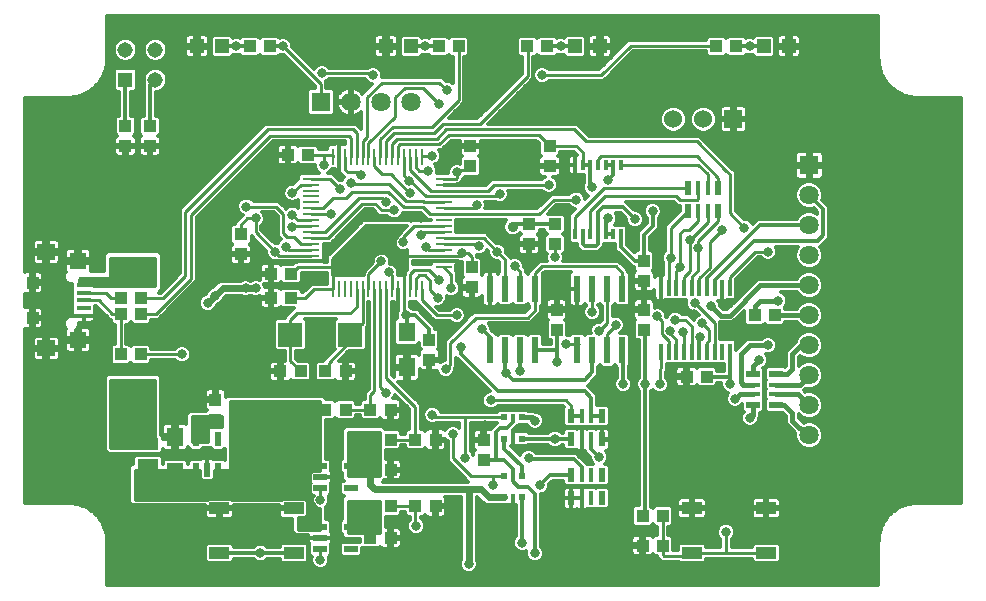
<source format=gtl>
G75*
%MOIN*%
%OFA0B0*%
%FSLAX25Y25*%
%IPPOS*%
%LPD*%
%AMOC8*
5,1,8,0,0,1.08239X$1,22.5*
%
%ADD10R,0.04724X0.04724*%
%ADD11R,0.03937X0.04331*%
%ADD12R,0.07008X0.04016*%
%ADD13R,0.05512X0.06299*%
%ADD14R,0.01378X0.03543*%
%ADD15R,0.04331X0.03937*%
%ADD16R,0.02165X0.04724*%
%ADD17R,0.04724X0.02165*%
%ADD18R,0.01732X0.04528*%
%ADD19R,0.02480X0.04528*%
%ADD20R,0.02362X0.08661*%
%ADD21R,0.01378X0.05630*%
%ADD22R,0.05709X0.01063*%
%ADD23R,0.01063X0.05709*%
%ADD24R,0.05150X0.05150*%
%ADD25C,0.05150*%
%ADD26R,0.08000X0.08000*%
%ADD27R,0.06693X0.03937*%
%ADD28R,0.06425X0.06425*%
%ADD29C,0.06425*%
%ADD30R,0.05906X0.05315*%
%ADD31R,0.05512X0.05512*%
%ADD32R,0.04724X0.01575*%
%ADD33R,0.06437X0.06437*%
%ADD34C,0.06437*%
%ADD35R,0.02362X0.02362*%
%ADD36R,0.01575X0.01969*%
%ADD37R,0.04528X0.01732*%
%ADD38R,0.04528X0.02480*%
%ADD39R,0.06024X0.06024*%
%ADD40C,0.06024*%
%ADD41C,0.03200*%
%ADD42C,0.01200*%
%ADD43C,0.01600*%
%ADD44C,0.01000*%
%ADD45C,0.02400*%
%ADD46C,0.03500*%
%ADD47C,0.01400*%
D10*
X0113039Y0235814D03*
X0121307Y0235814D03*
X0176031Y0235814D03*
X0184299Y0235814D03*
X0239024Y0235814D03*
X0247291Y0235814D03*
X0302016Y0235814D03*
X0310283Y0235814D03*
D11*
X0292764Y0235814D03*
X0286071Y0235814D03*
X0229772Y0235814D03*
X0223079Y0235814D03*
X0200244Y0235814D03*
X0193551Y0235814D03*
X0204181Y0202608D03*
X0204181Y0195915D03*
X0204606Y0162145D03*
X0204606Y0155452D03*
X0190431Y0138058D03*
X0190431Y0131365D03*
X0177528Y0114711D03*
X0170835Y0114711D03*
X0162528Y0114711D03*
X0155835Y0114711D03*
X0170835Y0104711D03*
X0177528Y0104711D03*
X0185835Y0104711D03*
X0192528Y0104711D03*
X0208531Y0104608D03*
X0208531Y0097915D03*
X0192528Y0082524D03*
X0185835Y0082524D03*
X0177528Y0082524D03*
X0170835Y0082524D03*
X0119181Y0111365D03*
X0119181Y0118058D03*
X0094278Y0133111D03*
X0087585Y0133111D03*
X0087585Y0146643D03*
X0087622Y0151830D03*
X0094315Y0151830D03*
X0094278Y0146643D03*
X0058229Y0145263D03*
X0058229Y0157074D03*
X0130559Y0235814D03*
X0137252Y0235814D03*
X0261994Y0164308D03*
X0261994Y0157615D03*
X0261994Y0148058D03*
X0261994Y0141365D03*
X0232931Y0141365D03*
X0232931Y0148058D03*
X0298866Y0146168D03*
X0305559Y0146168D03*
X0268228Y0079211D03*
X0261535Y0079211D03*
D12*
X0096681Y0096207D03*
X0096681Y0103215D03*
D13*
X0105744Y0105617D03*
X0105744Y0093806D03*
X0182931Y0128806D03*
X0182931Y0140617D03*
D14*
X0239004Y0173196D03*
X0241563Y0173196D03*
X0244122Y0173196D03*
X0246681Y0173196D03*
X0249240Y0173196D03*
X0251799Y0173196D03*
X0254358Y0173196D03*
X0254358Y0196227D03*
X0251799Y0196227D03*
X0249240Y0196227D03*
X0246681Y0196227D03*
X0244122Y0196227D03*
X0241563Y0196227D03*
X0239004Y0196227D03*
D15*
X0230581Y0195915D03*
X0230581Y0202608D03*
X0232294Y0176533D03*
X0232294Y0169840D03*
X0223706Y0169840D03*
X0223706Y0176533D03*
X0150028Y0199711D03*
X0143335Y0199711D03*
X0127681Y0173208D03*
X0127681Y0166515D03*
X0137710Y0160024D03*
X0144403Y0160024D03*
X0144403Y0151899D03*
X0137710Y0151899D03*
X0140835Y0127524D03*
X0147528Y0127524D03*
X0155835Y0127524D03*
X0162528Y0127524D03*
X0170835Y0094711D03*
X0177528Y0094711D03*
X0177528Y0071899D03*
X0170835Y0071899D03*
X0261535Y0069411D03*
X0268228Y0069411D03*
X0276235Y0125761D03*
X0282928Y0125761D03*
X0097306Y0202665D03*
X0097306Y0209358D03*
X0089181Y0209358D03*
X0089181Y0202665D03*
D16*
X0112628Y0104830D03*
X0120109Y0104830D03*
X0120109Y0094593D03*
X0116369Y0094593D03*
X0112628Y0094593D03*
D17*
X0154063Y0095952D03*
X0154063Y0092211D03*
X0154063Y0088471D03*
X0164299Y0088471D03*
X0164299Y0095952D03*
X0164299Y0075639D03*
X0154063Y0075639D03*
X0154063Y0071899D03*
X0154063Y0068159D03*
X0164299Y0068159D03*
D18*
X0241256Y0085173D03*
X0244406Y0085173D03*
X0244406Y0092850D03*
X0241256Y0092850D03*
X0241256Y0104773D03*
X0244406Y0104773D03*
X0244406Y0112450D03*
X0241256Y0112450D03*
X0280106Y0180873D03*
X0283256Y0180873D03*
X0283256Y0188550D03*
X0280106Y0188550D03*
D19*
X0276583Y0188550D03*
X0276583Y0180873D03*
X0286780Y0180873D03*
X0286780Y0188550D03*
X0247930Y0112450D03*
X0237733Y0112450D03*
X0237733Y0104773D03*
X0247930Y0104773D03*
X0247930Y0092850D03*
X0237733Y0092850D03*
X0237733Y0085173D03*
X0247930Y0085173D03*
D20*
X0249806Y0134475D03*
X0244806Y0134475D03*
X0239806Y0134475D03*
X0225744Y0134475D03*
X0220744Y0134475D03*
X0215744Y0134475D03*
X0210744Y0134475D03*
X0210744Y0154948D03*
X0215744Y0154948D03*
X0220744Y0154948D03*
X0225744Y0154948D03*
X0239806Y0154948D03*
X0244806Y0154948D03*
X0249806Y0154948D03*
X0254806Y0154948D03*
X0254806Y0134475D03*
D21*
X0267665Y0134081D03*
X0270224Y0134081D03*
X0272783Y0134081D03*
X0275343Y0134081D03*
X0277902Y0134081D03*
X0280461Y0134081D03*
X0283020Y0134081D03*
X0285579Y0134081D03*
X0288138Y0134081D03*
X0290697Y0134081D03*
X0290697Y0155341D03*
X0288138Y0155341D03*
X0285579Y0155341D03*
X0283020Y0155341D03*
X0280461Y0155341D03*
X0277902Y0155341D03*
X0275343Y0155341D03*
X0272783Y0155341D03*
X0270224Y0155341D03*
X0267665Y0155341D03*
D22*
X0195264Y0162152D03*
X0195264Y0164121D03*
X0195264Y0166089D03*
X0195264Y0168058D03*
X0195264Y0170026D03*
X0195264Y0171995D03*
X0195264Y0173963D03*
X0195264Y0175932D03*
X0195264Y0177900D03*
X0195264Y0179869D03*
X0195264Y0181837D03*
X0195264Y0183806D03*
X0195264Y0185774D03*
X0195264Y0187743D03*
X0195264Y0189711D03*
X0195264Y0191680D03*
X0150972Y0191680D03*
X0150972Y0189711D03*
X0150972Y0187743D03*
X0150972Y0185774D03*
X0150972Y0183806D03*
X0150972Y0181837D03*
X0150972Y0179869D03*
X0150972Y0177900D03*
X0150972Y0175932D03*
X0150972Y0173963D03*
X0150972Y0171995D03*
X0150972Y0170026D03*
X0150972Y0168058D03*
X0150972Y0166089D03*
X0150972Y0164121D03*
X0150972Y0162152D03*
D23*
X0158354Y0154770D03*
X0160323Y0154770D03*
X0162291Y0154770D03*
X0164260Y0154770D03*
X0166228Y0154770D03*
X0168197Y0154770D03*
X0170165Y0154770D03*
X0172134Y0154770D03*
X0174102Y0154770D03*
X0176071Y0154770D03*
X0178039Y0154770D03*
X0180008Y0154770D03*
X0181976Y0154770D03*
X0183945Y0154770D03*
X0185913Y0154770D03*
X0187882Y0154770D03*
X0187882Y0199062D03*
X0185913Y0199062D03*
X0183945Y0199062D03*
X0181976Y0199062D03*
X0180008Y0199062D03*
X0178039Y0199062D03*
X0176071Y0199062D03*
X0174102Y0199062D03*
X0172134Y0199062D03*
X0170165Y0199062D03*
X0168197Y0199062D03*
X0166228Y0199062D03*
X0164260Y0199062D03*
X0162291Y0199062D03*
X0160323Y0199062D03*
X0158354Y0199062D03*
D24*
X0089181Y0224711D03*
D25*
X0099181Y0224711D03*
X0099181Y0234711D03*
X0089181Y0234711D03*
D26*
X0144181Y0139711D03*
X0164181Y0139711D03*
D27*
X0145323Y0081877D03*
X0145323Y0066916D03*
X0120520Y0066916D03*
X0120520Y0081877D03*
X0278000Y0081877D03*
X0278000Y0066916D03*
X0302803Y0066916D03*
X0302803Y0081877D03*
D28*
X0154281Y0217261D03*
D29*
X0164281Y0217261D03*
X0174281Y0217261D03*
X0184281Y0217261D03*
D30*
X0062756Y0167211D03*
X0062756Y0135125D03*
D31*
X0073386Y0137979D03*
X0073386Y0164357D03*
D32*
X0075197Y0156286D03*
X0075197Y0153727D03*
X0075197Y0151168D03*
X0075197Y0148609D03*
X0075197Y0146050D03*
D33*
X0317134Y0196168D03*
D34*
X0317134Y0186168D03*
X0317134Y0176168D03*
X0317134Y0166168D03*
X0317134Y0156168D03*
X0317134Y0146168D03*
X0317134Y0136168D03*
X0317134Y0126168D03*
X0317134Y0116168D03*
X0317134Y0106168D03*
D35*
X0221284Y0105068D03*
X0215378Y0105068D03*
X0215378Y0112155D03*
X0221284Y0112155D03*
X0221284Y0092555D03*
X0215378Y0092555D03*
X0215378Y0085468D03*
X0221284Y0085468D03*
D36*
X0218331Y0085468D03*
X0218331Y0092555D03*
X0218331Y0105068D03*
X0218331Y0112155D03*
D37*
X0298405Y0119899D03*
X0298405Y0123049D03*
X0306082Y0123049D03*
X0306082Y0119899D03*
D38*
X0306082Y0116375D03*
X0298405Y0116375D03*
X0298405Y0126572D03*
X0306082Y0126572D03*
D39*
X0291831Y0211511D03*
D40*
X0281831Y0211511D03*
X0271831Y0211511D03*
D41*
X0250181Y0191299D03*
X0244669Y0188849D03*
X0239494Y0184711D03*
X0230478Y0189665D03*
X0235119Y0196274D03*
X0225681Y0201711D03*
X0210981Y0201711D03*
X0197619Y0201899D03*
X0191344Y0199286D03*
X0190156Y0194361D03*
X0183787Y0191055D03*
X0184031Y0187011D03*
X0178825Y0181193D03*
X0176069Y0183949D03*
X0169300Y0180186D03*
X0169637Y0174455D03*
X0157694Y0179968D03*
X0160656Y0188224D03*
X0164194Y0190318D03*
X0167594Y0192849D03*
X0159675Y0193286D03*
X0155244Y0196199D03*
X0144831Y0187011D03*
X0144831Y0179661D03*
X0144831Y0175680D03*
X0139031Y0173774D03*
X0142656Y0169086D03*
X0139181Y0167211D03*
X0130197Y0160526D03*
X0129212Y0155161D03*
X0132581Y0155161D03*
X0131362Y0151230D03*
X0119106Y0152711D03*
X0116656Y0150261D03*
X0102881Y0143274D03*
X0102881Y0136636D03*
X0108081Y0133111D03*
X0119181Y0123461D03*
X0131056Y0122211D03*
X0141056Y0122211D03*
X0149181Y0114711D03*
X0162619Y0122524D03*
X0176056Y0120336D03*
X0182931Y0122524D03*
X0191460Y0113058D03*
X0198425Y0106468D03*
X0209162Y0109436D03*
X0210981Y0117799D03*
X0220781Y0108611D03*
X0225681Y0111061D03*
X0232419Y0104936D03*
X0241631Y0099674D03*
X0247119Y0098811D03*
X0227519Y0089624D03*
X0223537Y0098505D03*
X0219862Y0101568D03*
X0211594Y0089624D03*
X0218331Y0081661D03*
X0228769Y0077930D03*
X0221394Y0070330D03*
X0225681Y0066855D03*
X0210981Y0059611D03*
X0203631Y0063286D03*
X0192306Y0075961D03*
X0186056Y0075961D03*
X0181462Y0077093D03*
X0165656Y0081661D03*
X0154181Y0084711D03*
X0159181Y0092211D03*
X0182619Y0094711D03*
X0192619Y0099399D03*
X0202406Y0098505D03*
X0181681Y0109711D03*
X0197831Y0121993D03*
X0195975Y0128211D03*
X0201181Y0135561D03*
X0207919Y0141686D03*
X0199594Y0146174D03*
X0193219Y0152099D03*
X0197681Y0155111D03*
X0193756Y0157924D03*
X0200262Y0160980D03*
X0201231Y0166911D03*
X0207000Y0169249D03*
X0213125Y0167411D03*
X0209450Y0162511D03*
X0218944Y0162511D03*
X0227744Y0165436D03*
X0232369Y0165449D03*
X0238206Y0166011D03*
X0236056Y0159136D03*
X0244806Y0147211D03*
X0247119Y0141074D03*
X0252631Y0142911D03*
X0266482Y0145885D03*
X0270700Y0141074D03*
X0272473Y0144688D03*
X0278812Y0146455D03*
X0281419Y0143524D03*
X0280606Y0139086D03*
X0274856Y0140661D03*
X0284394Y0149199D03*
X0288919Y0149824D03*
X0278969Y0150261D03*
X0289531Y0142474D03*
X0303469Y0136174D03*
X0300406Y0131274D03*
X0290744Y0123199D03*
X0292444Y0118411D03*
X0297344Y0111980D03*
X0276269Y0119761D03*
X0267331Y0123199D03*
X0262431Y0123199D03*
X0258506Y0118843D03*
X0255081Y0123199D03*
X0258812Y0128949D03*
X0271062Y0126805D03*
X0236181Y0136674D03*
X0233031Y0130661D03*
X0220781Y0127599D03*
X0215881Y0126986D03*
X0182616Y0146210D03*
X0177012Y0160643D03*
X0174431Y0164336D03*
X0181581Y0170474D03*
X0187706Y0172924D03*
X0189406Y0169086D03*
X0187675Y0178655D03*
X0206369Y0182836D03*
X0213869Y0186586D03*
X0203019Y0191299D03*
X0199706Y0193880D03*
X0193525Y0216718D03*
X0196281Y0221311D03*
X0189024Y0235814D03*
X0171781Y0226211D03*
X0154631Y0226824D03*
X0141780Y0235814D03*
X0132581Y0243361D03*
X0126031Y0235814D03*
X0138544Y0199718D03*
X0129519Y0182418D03*
X0132581Y0178436D03*
X0136581Y0179593D03*
X0156744Y0168549D03*
X0160114Y0162522D03*
X0163524Y0162522D03*
X0153244Y0158461D03*
X0116981Y0164893D03*
X0102881Y0159461D03*
X0097306Y0157361D03*
X0092194Y0157361D03*
X0086681Y0157361D03*
X0086681Y0162361D03*
X0092406Y0162361D03*
X0097306Y0162361D03*
X0080469Y0164136D03*
X0080506Y0174386D03*
X0068256Y0174386D03*
X0057844Y0174386D03*
X0080469Y0145599D03*
X0080469Y0138411D03*
X0080469Y0128574D03*
X0086681Y0122211D03*
X0086681Y0117211D03*
X0086681Y0112211D03*
X0096681Y0112211D03*
X0096681Y0117211D03*
X0096681Y0122211D03*
X0105631Y0111674D03*
X0113244Y0110961D03*
X0068256Y0128574D03*
X0057844Y0128574D03*
X0059081Y0086561D03*
X0086031Y0059611D03*
X0132581Y0059611D03*
X0134181Y0066896D03*
X0148556Y0071586D03*
X0154181Y0064711D03*
X0159531Y0071861D03*
X0181462Y0059636D03*
X0256025Y0059555D03*
X0289381Y0059611D03*
X0289381Y0074030D03*
X0256025Y0083443D03*
X0335931Y0059611D03*
X0365331Y0086561D03*
X0365331Y0150261D03*
X0306806Y0151099D03*
X0303469Y0167411D03*
X0295506Y0175374D03*
X0287956Y0174711D03*
X0280119Y0168461D03*
X0277294Y0171274D03*
X0270994Y0165336D03*
X0274119Y0162211D03*
X0267394Y0160786D03*
X0257987Y0160849D03*
X0259062Y0178130D03*
X0264881Y0180886D03*
X0271069Y0182836D03*
X0250181Y0178436D03*
X0228131Y0226211D03*
X0234299Y0235814D03*
X0210981Y0243361D03*
X0289381Y0243361D03*
X0297291Y0235814D03*
X0335931Y0243361D03*
X0365331Y0213961D03*
X0059081Y0216411D03*
D42*
X0083140Y0069937D02*
X0083140Y0056311D01*
X0340183Y0056311D01*
X0340183Y0069937D01*
X0340145Y0069981D01*
X0340183Y0070509D01*
X0340183Y0071039D01*
X0340223Y0071080D01*
X0340273Y0071775D01*
X0340212Y0071871D01*
X0340314Y0072340D01*
X0340348Y0072819D01*
X0340434Y0072893D01*
X0340594Y0073629D01*
X0340547Y0073733D01*
X0340714Y0074182D01*
X0340816Y0074651D01*
X0340912Y0074713D01*
X0341175Y0075419D01*
X0341143Y0075528D01*
X0341373Y0075949D01*
X0341541Y0076398D01*
X0341645Y0076446D01*
X0342006Y0077107D01*
X0341989Y0077220D01*
X0342277Y0077604D01*
X0342507Y0078025D01*
X0342616Y0078057D01*
X0343068Y0078660D01*
X0343068Y0078774D01*
X0343407Y0079113D01*
X0343694Y0079497D01*
X0343807Y0079513D01*
X0344340Y0080046D01*
X0344356Y0080159D01*
X0344740Y0080446D01*
X0345079Y0080786D01*
X0345193Y0080786D01*
X0345796Y0081237D01*
X0345828Y0081346D01*
X0346249Y0081576D01*
X0346633Y0081864D01*
X0346746Y0081848D01*
X0347407Y0082209D01*
X0347455Y0082312D01*
X0347904Y0082480D01*
X0348325Y0082710D01*
X0348435Y0082678D01*
X0349140Y0082941D01*
X0349202Y0083037D01*
X0349671Y0083139D01*
X0350120Y0083306D01*
X0350224Y0083259D01*
X0350960Y0083419D01*
X0351035Y0083505D01*
X0351513Y0083540D01*
X0351982Y0083642D01*
X0352078Y0083580D01*
X0352773Y0083630D01*
X0352814Y0083670D01*
X0353344Y0083670D01*
X0353872Y0083708D01*
X0353916Y0083670D01*
X0367542Y0083670D01*
X0367542Y0218666D01*
X0353916Y0218666D01*
X0353872Y0218628D01*
X0353344Y0218666D01*
X0352814Y0218666D01*
X0352773Y0218707D01*
X0352078Y0218756D01*
X0351982Y0218695D01*
X0351513Y0218797D01*
X0351035Y0218831D01*
X0350960Y0218917D01*
X0350224Y0219077D01*
X0350120Y0219030D01*
X0349671Y0219197D01*
X0349202Y0219299D01*
X0349140Y0219395D01*
X0348435Y0219659D01*
X0348325Y0219626D01*
X0347904Y0219856D01*
X0347455Y0220024D01*
X0347407Y0220128D01*
X0346746Y0220489D01*
X0346633Y0220472D01*
X0346249Y0220760D01*
X0345828Y0220990D01*
X0345796Y0221099D01*
X0345193Y0221551D01*
X0345079Y0221551D01*
X0344740Y0221890D01*
X0344356Y0222177D01*
X0344340Y0222290D01*
X0343807Y0222823D01*
X0343694Y0222839D01*
X0343407Y0223223D01*
X0343068Y0223562D01*
X0343068Y0223676D01*
X0342616Y0224279D01*
X0342507Y0224311D01*
X0342277Y0224732D01*
X0341989Y0225116D01*
X0342006Y0225229D01*
X0341645Y0225890D01*
X0341541Y0225938D01*
X0341373Y0226387D01*
X0341143Y0226808D01*
X0341175Y0226918D01*
X0340912Y0227623D01*
X0340816Y0227685D01*
X0340714Y0228154D01*
X0340547Y0228603D01*
X0340594Y0228707D01*
X0340434Y0229443D01*
X0340348Y0229518D01*
X0340314Y0229996D01*
X0340212Y0230465D01*
X0340273Y0230561D01*
X0340223Y0231256D01*
X0340183Y0231297D01*
X0340183Y0231827D01*
X0340145Y0232355D01*
X0340183Y0232399D01*
X0340183Y0246025D01*
X0083140Y0246025D01*
X0083140Y0232399D01*
X0083178Y0232355D01*
X0083140Y0231827D01*
X0083140Y0231297D01*
X0083099Y0231256D01*
X0083050Y0230561D01*
X0083111Y0230465D01*
X0083009Y0229996D01*
X0082975Y0229518D01*
X0082889Y0229443D01*
X0082729Y0228707D01*
X0082776Y0228603D01*
X0082608Y0228154D01*
X0082506Y0227685D01*
X0082411Y0227623D01*
X0082147Y0226918D01*
X0082179Y0226808D01*
X0081950Y0226387D01*
X0081782Y0225938D01*
X0081678Y0225890D01*
X0081317Y0225229D01*
X0081333Y0225116D01*
X0081046Y0224732D01*
X0080816Y0224311D01*
X0080707Y0224279D01*
X0080255Y0223676D01*
X0080255Y0223562D01*
X0079916Y0223223D01*
X0079629Y0222839D01*
X0079516Y0222823D01*
X0078983Y0222290D01*
X0078967Y0222177D01*
X0078583Y0221890D01*
X0078244Y0221551D01*
X0078130Y0221551D01*
X0077527Y0221099D01*
X0077495Y0220990D01*
X0077073Y0220760D01*
X0076689Y0220472D01*
X0076577Y0220489D01*
X0075916Y0220128D01*
X0075868Y0220024D01*
X0075419Y0219856D01*
X0074998Y0219626D01*
X0074888Y0219659D01*
X0074183Y0219395D01*
X0074121Y0219299D01*
X0073652Y0219197D01*
X0073203Y0219030D01*
X0073099Y0219077D01*
X0072363Y0218917D01*
X0072288Y0218831D01*
X0071810Y0218797D01*
X0071341Y0218695D01*
X0071245Y0218756D01*
X0070550Y0218707D01*
X0070509Y0218666D01*
X0069979Y0218666D01*
X0069451Y0218628D01*
X0069407Y0218666D01*
X0055781Y0218666D01*
X0055781Y0160767D01*
X0056049Y0160839D01*
X0057844Y0160839D01*
X0057844Y0157458D01*
X0058613Y0157458D01*
X0061797Y0157458D01*
X0061797Y0159450D01*
X0061688Y0159857D01*
X0061477Y0160221D01*
X0061179Y0160519D01*
X0060815Y0160730D01*
X0060408Y0160839D01*
X0058613Y0160839D01*
X0058613Y0157458D01*
X0058613Y0156689D01*
X0058613Y0153308D01*
X0060408Y0153308D01*
X0060815Y0153417D01*
X0061179Y0153628D01*
X0061477Y0153926D01*
X0061688Y0154291D01*
X0061797Y0154698D01*
X0061797Y0156689D01*
X0058613Y0156689D01*
X0057844Y0156689D01*
X0057844Y0153308D01*
X0056049Y0153308D01*
X0055781Y0153380D01*
X0055781Y0148956D01*
X0056049Y0149028D01*
X0057844Y0149028D01*
X0057844Y0145647D01*
X0058613Y0145647D01*
X0061797Y0145647D01*
X0061797Y0147639D01*
X0061688Y0148046D01*
X0061477Y0148410D01*
X0061179Y0148708D01*
X0060815Y0148919D01*
X0060408Y0149028D01*
X0058613Y0149028D01*
X0058613Y0145647D01*
X0058613Y0144878D01*
X0058613Y0141497D01*
X0060408Y0141497D01*
X0060815Y0141606D01*
X0061179Y0141817D01*
X0061477Y0142115D01*
X0061688Y0142480D01*
X0061797Y0142887D01*
X0061797Y0144878D01*
X0058613Y0144878D01*
X0057844Y0144878D01*
X0057844Y0141497D01*
X0056049Y0141497D01*
X0055781Y0141569D01*
X0055781Y0083670D01*
X0069407Y0083670D01*
X0069451Y0083708D01*
X0069979Y0083670D01*
X0070509Y0083670D01*
X0070550Y0083630D01*
X0071245Y0083580D01*
X0071341Y0083642D01*
X0071810Y0083540D01*
X0072288Y0083505D01*
X0072363Y0083419D01*
X0073099Y0083259D01*
X0073203Y0083306D01*
X0073652Y0083139D01*
X0074121Y0083037D01*
X0074183Y0082941D01*
X0074888Y0082678D01*
X0074998Y0082710D01*
X0075419Y0082480D01*
X0075868Y0082312D01*
X0075916Y0082209D01*
X0076577Y0081848D01*
X0076689Y0081864D01*
X0077073Y0081576D01*
X0077495Y0081346D01*
X0077527Y0081237D01*
X0078130Y0080786D01*
X0078244Y0080786D01*
X0078583Y0080446D01*
X0078967Y0080159D01*
X0078983Y0080046D01*
X0079516Y0079513D01*
X0079629Y0079497D01*
X0079916Y0079113D01*
X0080255Y0078774D01*
X0080255Y0078660D01*
X0080707Y0078057D01*
X0080816Y0078025D01*
X0081046Y0077604D01*
X0081333Y0077220D01*
X0081317Y0077107D01*
X0081678Y0076446D01*
X0081782Y0076398D01*
X0081950Y0075949D01*
X0082179Y0075528D01*
X0082147Y0075419D01*
X0082411Y0074713D01*
X0082506Y0074651D01*
X0082608Y0074182D01*
X0082776Y0073733D01*
X0082729Y0073629D01*
X0082889Y0072893D01*
X0082975Y0072819D01*
X0083009Y0072340D01*
X0083111Y0071871D01*
X0083050Y0071775D01*
X0083099Y0071080D01*
X0083140Y0071039D01*
X0083140Y0070509D01*
X0083178Y0069981D01*
X0083140Y0069937D01*
X0083156Y0070292D02*
X0150185Y0070292D01*
X0150210Y0070199D02*
X0150381Y0069902D01*
X0150301Y0069821D01*
X0150301Y0066496D01*
X0151121Y0065676D01*
X0151334Y0065676D01*
X0151181Y0065308D01*
X0151181Y0064115D01*
X0151638Y0063012D01*
X0152482Y0062168D01*
X0153584Y0061711D01*
X0154778Y0061711D01*
X0155880Y0062168D01*
X0156724Y0063012D01*
X0157181Y0064115D01*
X0157181Y0065308D01*
X0157022Y0065693D01*
X0157825Y0066496D01*
X0157825Y0069821D01*
X0157745Y0069902D01*
X0157916Y0070199D01*
X0158025Y0070606D01*
X0158025Y0071899D01*
X0158025Y0073192D01*
X0157916Y0073599D01*
X0157745Y0073896D01*
X0157825Y0073976D01*
X0157825Y0077302D01*
X0157005Y0078122D01*
X0156081Y0078122D01*
X0156081Y0082369D01*
X0156724Y0083012D01*
X0157181Y0084115D01*
X0157181Y0085308D01*
X0156899Y0085989D01*
X0157005Y0085989D01*
X0157825Y0086809D01*
X0157825Y0090134D01*
X0157745Y0090214D01*
X0157916Y0090511D01*
X0158025Y0090918D01*
X0158025Y0092211D01*
X0156081Y0092211D01*
X0156081Y0092211D01*
X0158025Y0092211D01*
X0158025Y0093505D01*
X0157916Y0093912D01*
X0157745Y0094209D01*
X0157825Y0094289D01*
X0157825Y0097614D01*
X0157005Y0098434D01*
X0156081Y0098434D01*
X0156081Y0111146D01*
X0158383Y0111146D01*
X0159181Y0111944D01*
X0159979Y0111146D01*
X0165076Y0111146D01*
X0165896Y0111966D01*
X0165896Y0112811D01*
X0167466Y0112811D01*
X0167466Y0111966D01*
X0168286Y0111146D01*
X0173383Y0111146D01*
X0174104Y0111867D01*
X0174279Y0111564D01*
X0174577Y0111266D01*
X0174941Y0111055D01*
X0175348Y0110946D01*
X0177143Y0110946D01*
X0177143Y0114327D01*
X0177912Y0114327D01*
X0177912Y0115096D01*
X0181096Y0115096D01*
X0181096Y0117087D01*
X0180987Y0117494D01*
X0180776Y0117859D01*
X0180478Y0118157D01*
X0180114Y0118368D01*
X0179707Y0118477D01*
X0178439Y0118477D01*
X0178599Y0118637D01*
X0179030Y0119676D01*
X0183844Y0114862D01*
X0183844Y0108277D01*
X0183286Y0108277D01*
X0182466Y0107457D01*
X0182466Y0106611D01*
X0180896Y0106611D01*
X0180896Y0107457D01*
X0180076Y0108277D01*
X0175803Y0108277D01*
X0174968Y0109111D01*
X0162457Y0109111D01*
X0161344Y0107998D01*
X0161344Y0098421D01*
X0160537Y0097614D01*
X0160537Y0094289D01*
X0161344Y0093482D01*
X0161344Y0091737D01*
X0162127Y0090954D01*
X0161357Y0090954D01*
X0160537Y0090134D01*
X0160537Y0086809D01*
X0161357Y0085989D01*
X0162146Y0085989D01*
X0161344Y0085186D01*
X0161344Y0078108D01*
X0160537Y0077302D01*
X0160537Y0073976D01*
X0161344Y0073170D01*
X0161344Y0072674D01*
X0162457Y0071561D01*
X0167269Y0071561D01*
X0167269Y0070613D01*
X0167241Y0070641D01*
X0161357Y0070641D01*
X0160537Y0069821D01*
X0160537Y0066496D01*
X0161357Y0065676D01*
X0167241Y0065676D01*
X0168061Y0066496D01*
X0168061Y0068558D01*
X0168089Y0068530D01*
X0173580Y0068530D01*
X0174051Y0069002D01*
X0174082Y0068948D01*
X0174380Y0068650D01*
X0174745Y0068439D01*
X0175152Y0068330D01*
X0177143Y0068330D01*
X0177143Y0071515D01*
X0177912Y0071515D01*
X0177912Y0072283D01*
X0181293Y0072283D01*
X0181293Y0074078D01*
X0181184Y0074485D01*
X0180973Y0074850D01*
X0180675Y0075148D01*
X0180310Y0075358D01*
X0179904Y0075467D01*
X0177912Y0075467D01*
X0177912Y0072283D01*
X0177143Y0072283D01*
X0177143Y0075467D01*
X0176081Y0075467D01*
X0176081Y0078959D01*
X0180076Y0078959D01*
X0180896Y0079779D01*
X0180896Y0080624D01*
X0182466Y0080624D01*
X0182466Y0079779D01*
X0183286Y0078959D01*
X0183935Y0078959D01*
X0183935Y0078083D01*
X0183513Y0077661D01*
X0183056Y0076558D01*
X0183056Y0075365D01*
X0183513Y0074262D01*
X0184357Y0073418D01*
X0185459Y0072961D01*
X0186653Y0072961D01*
X0187755Y0073418D01*
X0188599Y0074262D01*
X0189056Y0075365D01*
X0189056Y0076558D01*
X0188599Y0077661D01*
X0187755Y0078505D01*
X0187735Y0078513D01*
X0187735Y0078959D01*
X0188383Y0078959D01*
X0189104Y0079679D01*
X0189279Y0079376D01*
X0189577Y0079078D01*
X0189941Y0078868D01*
X0190348Y0078759D01*
X0192143Y0078759D01*
X0192143Y0082140D01*
X0192912Y0082140D01*
X0192912Y0082908D01*
X0196096Y0082908D01*
X0196096Y0084900D01*
X0195987Y0085307D01*
X0195847Y0085549D01*
X0201031Y0085549D01*
X0201031Y0064849D01*
X0200631Y0063883D01*
X0200631Y0062690D01*
X0201088Y0061587D01*
X0201932Y0060743D01*
X0203034Y0060286D01*
X0204228Y0060286D01*
X0205330Y0060743D01*
X0206174Y0061587D01*
X0206631Y0062690D01*
X0206631Y0063883D01*
X0206231Y0064849D01*
X0206231Y0085549D01*
X0206479Y0085549D01*
X0208033Y0083995D01*
X0208764Y0083264D01*
X0209720Y0082868D01*
X0215896Y0082868D01*
X0215941Y0082887D01*
X0217139Y0082887D01*
X0217178Y0082925D01*
X0217333Y0082884D01*
X0218331Y0082884D01*
X0218331Y0085468D01*
X0218331Y0085468D01*
X0218331Y0082884D01*
X0219284Y0082884D01*
X0219284Y0072463D01*
X0218850Y0072030D01*
X0218394Y0070927D01*
X0218394Y0069733D01*
X0218850Y0068631D01*
X0219694Y0067787D01*
X0220797Y0067330D01*
X0221990Y0067330D01*
X0222763Y0067650D01*
X0222681Y0067452D01*
X0222681Y0066258D01*
X0223138Y0065156D01*
X0223982Y0064312D01*
X0225084Y0063855D01*
X0226278Y0063855D01*
X0227380Y0064312D01*
X0228224Y0065156D01*
X0228681Y0066258D01*
X0228681Y0067452D01*
X0228224Y0068555D01*
X0227681Y0069098D01*
X0227681Y0086624D01*
X0228115Y0086624D01*
X0229218Y0087081D01*
X0230062Y0087925D01*
X0230519Y0089027D01*
X0230519Y0089795D01*
X0231573Y0090850D01*
X0235093Y0090850D01*
X0235093Y0090006D01*
X0235913Y0089186D01*
X0239553Y0089186D01*
X0239681Y0089315D01*
X0239810Y0089186D01*
X0242702Y0089186D01*
X0242831Y0089315D01*
X0242960Y0089186D01*
X0245852Y0089186D01*
X0245981Y0089315D01*
X0246109Y0089186D01*
X0249750Y0089186D01*
X0250570Y0090006D01*
X0250570Y0095694D01*
X0249750Y0096514D01*
X0249064Y0096514D01*
X0249662Y0097112D01*
X0250119Y0098215D01*
X0250119Y0099408D01*
X0249662Y0100511D01*
X0249264Y0100909D01*
X0249380Y0100909D01*
X0249787Y0101018D01*
X0250152Y0101229D01*
X0250450Y0101527D01*
X0250661Y0101891D01*
X0250770Y0102298D01*
X0250770Y0104753D01*
X0247950Y0104753D01*
X0247950Y0104793D01*
X0250770Y0104793D01*
X0250770Y0107247D01*
X0250661Y0107654D01*
X0250450Y0108019D01*
X0250152Y0108317D01*
X0249787Y0108528D01*
X0249380Y0108637D01*
X0247950Y0108637D01*
X0247950Y0104793D01*
X0247909Y0104793D01*
X0247909Y0108637D01*
X0246479Y0108637D01*
X0246072Y0108528D01*
X0245875Y0108414D01*
X0245852Y0108437D01*
X0242960Y0108437D01*
X0242937Y0108414D01*
X0242740Y0108528D01*
X0242333Y0108637D01*
X0241256Y0108637D01*
X0240180Y0108637D01*
X0239773Y0108528D01*
X0239576Y0108414D01*
X0239553Y0108437D01*
X0235913Y0108437D01*
X0235093Y0107616D01*
X0235093Y0106936D01*
X0234661Y0106936D01*
X0234118Y0107480D01*
X0233015Y0107936D01*
X0231822Y0107936D01*
X0230719Y0107480D01*
X0230176Y0106936D01*
X0223758Y0106936D01*
X0223045Y0107649D01*
X0219523Y0107649D01*
X0219484Y0107611D01*
X0219329Y0107652D01*
X0218363Y0107652D01*
X0218494Y0107783D01*
X0220284Y0109574D01*
X0223045Y0109574D01*
X0223049Y0109577D01*
X0223138Y0109362D01*
X0223982Y0108518D01*
X0225084Y0108061D01*
X0226278Y0108061D01*
X0227380Y0108518D01*
X0228224Y0109362D01*
X0228681Y0110465D01*
X0228681Y0111658D01*
X0228224Y0112761D01*
X0227380Y0113605D01*
X0226278Y0114061D01*
X0225792Y0114061D01*
X0225499Y0114355D01*
X0223426Y0114355D01*
X0223045Y0114736D01*
X0219523Y0114736D01*
X0219326Y0114539D01*
X0217336Y0114539D01*
X0217139Y0114736D01*
X0213617Y0114736D01*
X0212936Y0114055D01*
X0194294Y0114055D01*
X0194003Y0114757D01*
X0193159Y0115601D01*
X0192056Y0116058D01*
X0190863Y0116058D01*
X0189760Y0115601D01*
X0188916Y0114757D01*
X0188460Y0113655D01*
X0188460Y0112461D01*
X0188916Y0111358D01*
X0189760Y0110515D01*
X0190863Y0110058D01*
X0192056Y0110058D01*
X0192532Y0110255D01*
X0200506Y0110255D01*
X0200506Y0108629D01*
X0200124Y0109011D01*
X0199022Y0109468D01*
X0197828Y0109468D01*
X0196725Y0109011D01*
X0195882Y0108167D01*
X0195761Y0107875D01*
X0195478Y0108157D01*
X0195114Y0108368D01*
X0194707Y0108477D01*
X0192912Y0108477D01*
X0192912Y0105096D01*
X0192143Y0105096D01*
X0192143Y0108477D01*
X0190348Y0108477D01*
X0189941Y0108368D01*
X0189577Y0108157D01*
X0189279Y0107859D01*
X0189104Y0107556D01*
X0188383Y0108277D01*
X0187644Y0108277D01*
X0187644Y0116436D01*
X0186531Y0117549D01*
X0180023Y0124056D01*
X0182331Y0124056D01*
X0182331Y0128206D01*
X0178575Y0128206D01*
X0178575Y0125504D01*
X0177971Y0126109D01*
X0177971Y0150516D01*
X0178701Y0150516D01*
X0178859Y0150425D01*
X0179266Y0150316D01*
X0180008Y0150316D01*
X0180076Y0150316D01*
X0180076Y0147913D01*
X0180073Y0147909D01*
X0179978Y0147679D01*
X0179976Y0147678D01*
X0179976Y0147676D01*
X0179616Y0146807D01*
X0179616Y0145613D01*
X0179801Y0145167D01*
X0179595Y0145167D01*
X0178775Y0144346D01*
X0178775Y0136887D01*
X0179595Y0136067D01*
X0186267Y0136067D01*
X0187063Y0136863D01*
X0187063Y0135313D01*
X0187534Y0134842D01*
X0187480Y0134811D01*
X0187182Y0134513D01*
X0186972Y0134148D01*
X0186863Y0133741D01*
X0186863Y0133043D01*
X0186669Y0133236D01*
X0186305Y0133446D01*
X0185898Y0133555D01*
X0183531Y0133555D01*
X0183531Y0129406D01*
X0182331Y0129406D01*
X0182331Y0133555D01*
X0179965Y0133555D01*
X0179558Y0133446D01*
X0179193Y0133236D01*
X0178895Y0132938D01*
X0178684Y0132573D01*
X0178575Y0132166D01*
X0178575Y0129406D01*
X0182331Y0129406D01*
X0182331Y0128206D01*
X0183531Y0128206D01*
X0183531Y0124056D01*
X0185898Y0124056D01*
X0186305Y0124165D01*
X0186669Y0124376D01*
X0186967Y0124674D01*
X0187178Y0125039D01*
X0187287Y0125446D01*
X0187287Y0128112D01*
X0187480Y0127919D01*
X0187845Y0127709D01*
X0188252Y0127600D01*
X0190047Y0127600D01*
X0190047Y0130981D01*
X0190815Y0130981D01*
X0190815Y0127600D01*
X0192610Y0127600D01*
X0192975Y0127697D01*
X0192975Y0127615D01*
X0193432Y0126512D01*
X0194275Y0125668D01*
X0195378Y0125211D01*
X0196572Y0125211D01*
X0197674Y0125668D01*
X0198518Y0126512D01*
X0198975Y0127615D01*
X0198975Y0128524D01*
X0199406Y0128956D01*
X0199406Y0132058D01*
X0200353Y0131111D01*
X0210665Y0120799D01*
X0210384Y0120799D01*
X0209282Y0120342D01*
X0208438Y0119498D01*
X0207981Y0118396D01*
X0207981Y0117202D01*
X0208438Y0116100D01*
X0209282Y0115256D01*
X0210384Y0114799D01*
X0211578Y0114799D01*
X0212680Y0115256D01*
X0213324Y0115899D01*
X0235108Y0115899D01*
X0235403Y0115604D01*
X0235093Y0115294D01*
X0235093Y0109606D01*
X0235913Y0108786D01*
X0239553Y0108786D01*
X0239681Y0108915D01*
X0239810Y0108786D01*
X0242702Y0108786D01*
X0242831Y0108915D01*
X0242960Y0108786D01*
X0245852Y0108786D01*
X0245981Y0108915D01*
X0246109Y0108786D01*
X0249750Y0108786D01*
X0250570Y0109606D01*
X0250570Y0115294D01*
X0249750Y0116114D01*
X0246406Y0116114D01*
X0246406Y0119503D01*
X0244219Y0121690D01*
X0243210Y0122699D01*
X0244219Y0123708D01*
X0245635Y0125124D01*
X0246806Y0126295D01*
X0246806Y0128983D01*
X0247306Y0129483D01*
X0248045Y0128744D01*
X0251567Y0128744D01*
X0252306Y0129483D01*
X0253045Y0128744D01*
X0253081Y0128744D01*
X0253081Y0125442D01*
X0252538Y0124898D01*
X0252081Y0123796D01*
X0252081Y0122602D01*
X0252538Y0121500D01*
X0253382Y0120656D01*
X0254484Y0120199D01*
X0255678Y0120199D01*
X0256780Y0120656D01*
X0257624Y0121500D01*
X0258081Y0122602D01*
X0258081Y0123796D01*
X0257624Y0124898D01*
X0257081Y0125442D01*
X0257081Y0129258D01*
X0257387Y0129565D01*
X0257387Y0139386D01*
X0256567Y0140206D01*
X0253939Y0140206D01*
X0254330Y0140368D01*
X0255174Y0141212D01*
X0255631Y0142315D01*
X0255631Y0143508D01*
X0255174Y0144611D01*
X0254330Y0145455D01*
X0253228Y0145911D01*
X0252034Y0145911D01*
X0251706Y0145775D01*
X0251706Y0149356D01*
X0252306Y0149956D01*
X0253045Y0149217D01*
X0256567Y0149217D01*
X0257387Y0150037D01*
X0257387Y0159858D01*
X0256706Y0160539D01*
X0256706Y0161123D01*
X0254531Y0163298D01*
X0253418Y0164411D01*
X0235186Y0164411D01*
X0235369Y0164852D01*
X0235369Y0166046D01*
X0235147Y0166580D01*
X0235859Y0167292D01*
X0235859Y0172388D01*
X0235061Y0173186D01*
X0235859Y0173984D01*
X0235859Y0179081D01*
X0235039Y0179901D01*
X0229871Y0179901D01*
X0232781Y0182811D01*
X0237151Y0182811D01*
X0237794Y0182168D01*
X0238897Y0181711D01*
X0239132Y0181711D01*
X0238217Y0180797D01*
X0237104Y0179684D01*
X0237104Y0175736D01*
X0236915Y0175547D01*
X0236915Y0170844D01*
X0237735Y0170024D01*
X0239563Y0170024D01*
X0239563Y0169076D01*
X0240735Y0167905D01*
X0241390Y0167249D01*
X0246722Y0167249D01*
X0247894Y0168420D01*
X0248681Y0169208D01*
X0248681Y0170024D01*
X0250509Y0170024D01*
X0250520Y0170035D01*
X0250530Y0170024D01*
X0252358Y0170024D01*
X0252358Y0168081D01*
X0256960Y0163479D01*
X0258131Y0162308D01*
X0258625Y0162308D01*
X0258625Y0161563D01*
X0259096Y0161092D01*
X0259043Y0161061D01*
X0258745Y0160763D01*
X0258534Y0160398D01*
X0258425Y0159991D01*
X0258425Y0157999D01*
X0261609Y0157999D01*
X0261609Y0157231D01*
X0258425Y0157231D01*
X0258425Y0155239D01*
X0258534Y0154832D01*
X0258745Y0154467D01*
X0259043Y0154169D01*
X0259408Y0153959D01*
X0259814Y0153850D01*
X0261609Y0153850D01*
X0261609Y0157231D01*
X0262378Y0157231D01*
X0262378Y0153850D01*
X0264173Y0153850D01*
X0264580Y0153959D01*
X0264945Y0154169D01*
X0265242Y0154467D01*
X0265376Y0154699D01*
X0265376Y0152316D01*
X0265485Y0151909D01*
X0265696Y0151544D01*
X0265994Y0151246D01*
X0266359Y0151035D01*
X0266766Y0150926D01*
X0267665Y0150926D01*
X0267665Y0155341D01*
X0267665Y0155341D01*
X0267665Y0150926D01*
X0268565Y0150926D01*
X0268972Y0151035D01*
X0269129Y0151126D01*
X0271493Y0151126D01*
X0271504Y0151137D01*
X0271515Y0151126D01*
X0274052Y0151126D01*
X0274063Y0151137D01*
X0274074Y0151126D01*
X0276080Y0151126D01*
X0275969Y0150858D01*
X0275969Y0149665D01*
X0276425Y0148562D01*
X0277269Y0147718D01*
X0278372Y0147261D01*
X0279282Y0147261D01*
X0280254Y0146289D01*
X0279719Y0146067D01*
X0278875Y0145223D01*
X0278617Y0144600D01*
X0277742Y0145475D01*
X0276629Y0146588D01*
X0274816Y0146588D01*
X0274172Y0147231D01*
X0273070Y0147688D01*
X0271876Y0147688D01*
X0270774Y0147231D01*
X0269930Y0146387D01*
X0269560Y0145495D01*
X0269482Y0145572D01*
X0269482Y0146482D01*
X0269025Y0147585D01*
X0268182Y0148429D01*
X0267079Y0148885D01*
X0265885Y0148885D01*
X0265562Y0148751D01*
X0265562Y0150434D01*
X0265453Y0150841D01*
X0265242Y0151206D01*
X0264945Y0151504D01*
X0264580Y0151714D01*
X0264173Y0151823D01*
X0262378Y0151823D01*
X0262378Y0148442D01*
X0261609Y0148442D01*
X0261609Y0147674D01*
X0258425Y0147674D01*
X0258425Y0145682D01*
X0258534Y0145275D01*
X0258745Y0144910D01*
X0259043Y0144612D01*
X0259096Y0144581D01*
X0258625Y0144110D01*
X0258625Y0138620D01*
X0259445Y0137800D01*
X0260431Y0137800D01*
X0260431Y0125442D01*
X0259888Y0124898D01*
X0259431Y0123796D01*
X0259431Y0122602D01*
X0259888Y0121500D01*
X0260431Y0120956D01*
X0260431Y0082777D01*
X0258986Y0082777D01*
X0258166Y0081957D01*
X0258166Y0076466D01*
X0258986Y0075646D01*
X0264083Y0075646D01*
X0264881Y0076444D01*
X0265679Y0075646D01*
X0266328Y0075646D01*
X0266328Y0072780D01*
X0265482Y0072780D01*
X0265011Y0072309D01*
X0264980Y0072362D01*
X0264682Y0072660D01*
X0264318Y0072871D01*
X0263911Y0072980D01*
X0261919Y0072980D01*
X0261919Y0069796D01*
X0261150Y0069796D01*
X0261150Y0069027D01*
X0257769Y0069027D01*
X0257769Y0067232D01*
X0257878Y0066825D01*
X0258089Y0066460D01*
X0258387Y0066163D01*
X0258752Y0065952D01*
X0259159Y0065843D01*
X0261150Y0065843D01*
X0261150Y0069027D01*
X0261919Y0069027D01*
X0261919Y0065843D01*
X0263911Y0065843D01*
X0264318Y0065952D01*
X0264682Y0066163D01*
X0264980Y0066460D01*
X0265011Y0066514D01*
X0265482Y0066043D01*
X0266328Y0066043D01*
X0266328Y0065553D01*
X0266706Y0065174D01*
X0267819Y0064061D01*
X0273560Y0064061D01*
X0274074Y0063548D01*
X0281926Y0063548D01*
X0282746Y0064368D01*
X0282746Y0064996D01*
X0298057Y0064996D01*
X0298057Y0064368D01*
X0298877Y0063548D01*
X0306730Y0063548D01*
X0307550Y0064368D01*
X0307550Y0069465D01*
X0306730Y0070285D01*
X0298877Y0070285D01*
X0298057Y0069465D01*
X0298057Y0068796D01*
X0291281Y0068796D01*
X0291281Y0071688D01*
X0291924Y0072331D01*
X0292381Y0073433D01*
X0292381Y0074627D01*
X0291924Y0075730D01*
X0291080Y0076573D01*
X0289978Y0077030D01*
X0288784Y0077030D01*
X0287682Y0076573D01*
X0286838Y0075730D01*
X0286381Y0074627D01*
X0286381Y0073433D01*
X0286838Y0072331D01*
X0287481Y0071688D01*
X0287481Y0068796D01*
X0282746Y0068796D01*
X0282746Y0069465D01*
X0281926Y0070285D01*
X0274074Y0070285D01*
X0273254Y0069465D01*
X0273254Y0067861D01*
X0271793Y0067861D01*
X0271793Y0071960D01*
X0270973Y0072780D01*
X0270128Y0072780D01*
X0270128Y0075646D01*
X0270776Y0075646D01*
X0271596Y0076466D01*
X0271596Y0081957D01*
X0270776Y0082777D01*
X0265679Y0082777D01*
X0264881Y0081979D01*
X0264431Y0082429D01*
X0264431Y0120956D01*
X0264881Y0121406D01*
X0265632Y0120656D01*
X0266734Y0120199D01*
X0267928Y0120199D01*
X0269030Y0120656D01*
X0269874Y0121500D01*
X0270331Y0122602D01*
X0270331Y0123796D01*
X0269874Y0124898D01*
X0269231Y0125542D01*
X0269231Y0127424D01*
X0269565Y0127759D01*
X0269565Y0129867D01*
X0271493Y0129867D01*
X0271504Y0129877D01*
X0271515Y0129867D01*
X0274052Y0129867D01*
X0274063Y0129877D01*
X0274074Y0129867D01*
X0276611Y0129867D01*
X0276622Y0129877D01*
X0276633Y0129867D01*
X0279170Y0129867D01*
X0279181Y0129877D01*
X0279192Y0129867D01*
X0281730Y0129867D01*
X0281740Y0129877D01*
X0281751Y0129867D01*
X0284289Y0129867D01*
X0284299Y0129877D01*
X0284310Y0129867D01*
X0286848Y0129867D01*
X0286858Y0129877D01*
X0286869Y0129867D01*
X0288744Y0129867D01*
X0288744Y0127761D01*
X0286493Y0127761D01*
X0286493Y0128310D01*
X0285673Y0129130D01*
X0280182Y0129130D01*
X0279711Y0128659D01*
X0279680Y0128712D01*
X0279382Y0129010D01*
X0279018Y0129221D01*
X0278611Y0129330D01*
X0276619Y0129330D01*
X0276619Y0126146D01*
X0275850Y0126146D01*
X0275850Y0125377D01*
X0272469Y0125377D01*
X0272469Y0123582D01*
X0272578Y0123175D01*
X0272789Y0122810D01*
X0273087Y0122513D01*
X0273452Y0122302D01*
X0273859Y0122193D01*
X0275850Y0122193D01*
X0275850Y0125377D01*
X0276619Y0125377D01*
X0276619Y0122193D01*
X0278611Y0122193D01*
X0279018Y0122302D01*
X0279382Y0122513D01*
X0279680Y0122810D01*
X0279711Y0122864D01*
X0280182Y0122393D01*
X0285673Y0122393D01*
X0286493Y0123213D01*
X0286493Y0123761D01*
X0287744Y0123761D01*
X0287744Y0122602D01*
X0288200Y0121500D01*
X0289044Y0120656D01*
X0290035Y0120245D01*
X0289900Y0120111D01*
X0289444Y0119008D01*
X0289444Y0117815D01*
X0289900Y0116712D01*
X0290744Y0115868D01*
X0291847Y0115411D01*
X0293040Y0115411D01*
X0294143Y0115868D01*
X0294741Y0116466D01*
X0294741Y0114555D01*
X0295209Y0114088D01*
X0294800Y0113680D01*
X0294344Y0112577D01*
X0294344Y0111383D01*
X0294800Y0110281D01*
X0295644Y0109437D01*
X0296747Y0108980D01*
X0297940Y0108980D01*
X0299043Y0109437D01*
X0299887Y0110281D01*
X0300344Y0111383D01*
X0300344Y0111869D01*
X0300605Y0112130D01*
X0300605Y0113735D01*
X0301249Y0113735D01*
X0302069Y0114555D01*
X0302069Y0118196D01*
X0301940Y0118324D01*
X0302069Y0118453D01*
X0302069Y0121345D01*
X0301940Y0121474D01*
X0302069Y0121603D01*
X0302069Y0124495D01*
X0301940Y0124623D01*
X0302069Y0124752D01*
X0302069Y0128392D01*
X0301840Y0128621D01*
X0302105Y0128731D01*
X0302949Y0129575D01*
X0303406Y0130677D01*
X0303406Y0131871D01*
X0302949Y0132973D01*
X0302662Y0133261D01*
X0302872Y0133174D01*
X0304065Y0133174D01*
X0305168Y0133631D01*
X0306012Y0134475D01*
X0306469Y0135577D01*
X0306469Y0136771D01*
X0306012Y0137873D01*
X0305168Y0138717D01*
X0304065Y0139174D01*
X0302872Y0139174D01*
X0301769Y0138717D01*
X0301426Y0138374D01*
X0296432Y0138374D01*
X0293370Y0135311D01*
X0292786Y0134727D01*
X0292786Y0137476D01*
X0291966Y0138296D01*
X0289428Y0138296D01*
X0289417Y0138286D01*
X0289407Y0138296D01*
X0287479Y0138296D01*
X0287479Y0143774D01*
X0291517Y0143774D01*
X0292806Y0145063D01*
X0295498Y0147754D01*
X0295498Y0143423D01*
X0296318Y0142603D01*
X0301415Y0142603D01*
X0302213Y0143401D01*
X0303011Y0142603D01*
X0308107Y0142603D01*
X0308928Y0143423D01*
X0308928Y0143968D01*
X0313046Y0143968D01*
X0313218Y0143552D01*
X0314518Y0142253D01*
X0316215Y0141550D01*
X0318053Y0141550D01*
X0319750Y0142253D01*
X0321049Y0143552D01*
X0321752Y0145249D01*
X0321752Y0147087D01*
X0321049Y0148784D01*
X0319750Y0150083D01*
X0318053Y0150787D01*
X0316215Y0150787D01*
X0314518Y0150083D01*
X0313218Y0148784D01*
X0313046Y0148368D01*
X0308928Y0148368D01*
X0308928Y0148913D01*
X0308895Y0148946D01*
X0309349Y0149400D01*
X0309806Y0150502D01*
X0309806Y0151696D01*
X0309349Y0152798D01*
X0308505Y0153642D01*
X0307719Y0153968D01*
X0313046Y0153968D01*
X0313218Y0153552D01*
X0314518Y0152253D01*
X0316215Y0151550D01*
X0318053Y0151550D01*
X0319750Y0152253D01*
X0321049Y0153552D01*
X0321752Y0155249D01*
X0321752Y0157087D01*
X0321049Y0158784D01*
X0319750Y0160083D01*
X0318053Y0160787D01*
X0316215Y0160787D01*
X0314518Y0160083D01*
X0313218Y0158784D01*
X0313046Y0158368D01*
X0299889Y0158368D01*
X0289695Y0148174D01*
X0288530Y0148174D01*
X0287394Y0149310D01*
X0287394Y0149796D01*
X0286937Y0150898D01*
X0286757Y0151078D01*
X0286831Y0151035D01*
X0287238Y0150926D01*
X0288138Y0150926D01*
X0289037Y0150926D01*
X0289444Y0151035D01*
X0289602Y0151126D01*
X0291966Y0151126D01*
X0292786Y0151946D01*
X0292786Y0158329D01*
X0299968Y0165511D01*
X0301126Y0165511D01*
X0301769Y0164868D01*
X0302872Y0164411D01*
X0304065Y0164411D01*
X0305168Y0164868D01*
X0306012Y0165712D01*
X0306469Y0166815D01*
X0306469Y0168008D01*
X0306022Y0169086D01*
X0313521Y0169086D01*
X0313218Y0168784D01*
X0312515Y0167087D01*
X0312515Y0165249D01*
X0313218Y0163552D01*
X0314518Y0162253D01*
X0316215Y0161550D01*
X0318053Y0161550D01*
X0319750Y0162253D01*
X0321049Y0163552D01*
X0321752Y0165249D01*
X0321752Y0167087D01*
X0321049Y0168784D01*
X0320747Y0169086D01*
X0320835Y0169086D01*
X0322006Y0170258D01*
X0322672Y0170924D01*
X0323844Y0172095D01*
X0323844Y0182287D01*
X0321497Y0184633D01*
X0321752Y0185249D01*
X0321752Y0187087D01*
X0321049Y0188784D01*
X0319750Y0190083D01*
X0318053Y0190787D01*
X0316215Y0190787D01*
X0314518Y0190083D01*
X0313218Y0188784D01*
X0312515Y0187087D01*
X0312515Y0185249D01*
X0313218Y0183552D01*
X0314518Y0182253D01*
X0316215Y0181550D01*
X0318053Y0181550D01*
X0318669Y0181805D01*
X0319844Y0180630D01*
X0319844Y0179990D01*
X0319750Y0180083D01*
X0318053Y0180787D01*
X0316215Y0180787D01*
X0314518Y0180083D01*
X0313218Y0178784D01*
X0312963Y0178168D01*
X0299759Y0178168D01*
X0298588Y0176997D01*
X0298230Y0176638D01*
X0298049Y0177073D01*
X0297205Y0177917D01*
X0296103Y0178374D01*
X0295193Y0178374D01*
X0292597Y0180970D01*
X0292597Y0192475D01*
X0292641Y0192525D01*
X0292597Y0193253D01*
X0292597Y0193983D01*
X0292550Y0194030D01*
X0292546Y0194096D01*
X0292000Y0194580D01*
X0291484Y0195096D01*
X0291417Y0195096D01*
X0290684Y0195745D01*
X0280368Y0206061D01*
X0243618Y0206061D01*
X0239637Y0210043D01*
X0210056Y0210043D01*
X0224018Y0224005D01*
X0224018Y0224005D01*
X0225131Y0225118D01*
X0225131Y0232248D01*
X0225627Y0232248D01*
X0226425Y0233046D01*
X0227223Y0232248D01*
X0232320Y0232248D01*
X0233125Y0233053D01*
X0233702Y0232814D01*
X0234896Y0232814D01*
X0235261Y0232965D01*
X0235261Y0232872D01*
X0236082Y0232052D01*
X0241966Y0232052D01*
X0242786Y0232872D01*
X0242786Y0238756D01*
X0241966Y0239576D01*
X0236082Y0239576D01*
X0235261Y0238756D01*
X0235261Y0238662D01*
X0234896Y0238814D01*
X0233702Y0238814D01*
X0233125Y0238574D01*
X0232320Y0239379D01*
X0227223Y0239379D01*
X0226425Y0238581D01*
X0225627Y0239379D01*
X0220530Y0239379D01*
X0219710Y0238559D01*
X0219710Y0233069D01*
X0220530Y0232248D01*
X0221331Y0232248D01*
X0221331Y0226692D01*
X0206519Y0211880D01*
X0196887Y0211880D01*
X0201031Y0216024D01*
X0202144Y0217137D01*
X0202144Y0232248D01*
X0202792Y0232248D01*
X0203613Y0233069D01*
X0203613Y0238559D01*
X0202792Y0239379D01*
X0197696Y0239379D01*
X0196898Y0238581D01*
X0196100Y0239379D01*
X0191003Y0239379D01*
X0190198Y0238574D01*
X0189620Y0238814D01*
X0188427Y0238814D01*
X0188061Y0238662D01*
X0188061Y0238756D01*
X0187241Y0239576D01*
X0181357Y0239576D01*
X0180537Y0238756D01*
X0180537Y0232872D01*
X0181357Y0232052D01*
X0187241Y0232052D01*
X0188061Y0232872D01*
X0188061Y0232965D01*
X0188427Y0232814D01*
X0189620Y0232814D01*
X0190198Y0233053D01*
X0191003Y0232248D01*
X0196100Y0232248D01*
X0196898Y0233046D01*
X0197696Y0232248D01*
X0198344Y0232248D01*
X0198344Y0223491D01*
X0197980Y0223855D01*
X0196878Y0224311D01*
X0195968Y0224311D01*
X0195731Y0224548D01*
X0194618Y0225661D01*
X0174781Y0225661D01*
X0174781Y0226808D01*
X0174324Y0227911D01*
X0173480Y0228755D01*
X0172378Y0229211D01*
X0171184Y0229211D01*
X0170082Y0228755D01*
X0170051Y0228724D01*
X0156974Y0228724D01*
X0156330Y0229367D01*
X0155228Y0229824D01*
X0154034Y0229824D01*
X0152932Y0229367D01*
X0152088Y0228523D01*
X0151991Y0228289D01*
X0144780Y0235501D01*
X0144780Y0236411D01*
X0144323Y0237513D01*
X0143479Y0238357D01*
X0142376Y0238814D01*
X0141183Y0238814D01*
X0140605Y0238574D01*
X0139800Y0239379D01*
X0134704Y0239379D01*
X0133905Y0238581D01*
X0133107Y0239379D01*
X0128011Y0239379D01*
X0127206Y0238574D01*
X0126628Y0238814D01*
X0125435Y0238814D01*
X0125069Y0238662D01*
X0125069Y0238756D01*
X0124249Y0239576D01*
X0118365Y0239576D01*
X0117545Y0238756D01*
X0117545Y0232872D01*
X0118365Y0232052D01*
X0124249Y0232052D01*
X0125069Y0232872D01*
X0125069Y0232965D01*
X0125435Y0232814D01*
X0126628Y0232814D01*
X0127206Y0233053D01*
X0128011Y0232248D01*
X0133107Y0232248D01*
X0133905Y0233046D01*
X0134704Y0232248D01*
X0139800Y0232248D01*
X0140605Y0233053D01*
X0141183Y0232814D01*
X0142093Y0232814D01*
X0152381Y0222525D01*
X0152381Y0221874D01*
X0150489Y0221874D01*
X0149669Y0221054D01*
X0149669Y0213469D01*
X0150489Y0212649D01*
X0158074Y0212649D01*
X0158894Y0213469D01*
X0158894Y0221054D01*
X0158074Y0221874D01*
X0156181Y0221874D01*
X0156181Y0224099D01*
X0156097Y0224184D01*
X0156330Y0224281D01*
X0156974Y0224924D01*
X0169067Y0224924D01*
X0169238Y0224512D01*
X0170082Y0223668D01*
X0171184Y0223211D01*
X0171300Y0223211D01*
X0168176Y0220088D01*
X0167952Y0220397D01*
X0167416Y0220932D01*
X0166803Y0221377D01*
X0166128Y0221721D01*
X0165408Y0221955D01*
X0164685Y0222070D01*
X0164685Y0217665D01*
X0163877Y0217665D01*
X0163877Y0216857D01*
X0164685Y0216857D01*
X0164685Y0212453D01*
X0165408Y0212567D01*
X0166128Y0212801D01*
X0166803Y0213145D01*
X0167416Y0213591D01*
X0167737Y0213912D01*
X0167737Y0208267D01*
X0167019Y0208986D01*
X0165906Y0210099D01*
X0135832Y0210099D01*
X0107281Y0181548D01*
X0107281Y0160105D01*
X0100907Y0153730D01*
X0100358Y0153730D01*
X0101481Y0154853D01*
X0101481Y0166264D01*
X0100134Y0167611D01*
X0083228Y0167611D01*
X0081881Y0166264D01*
X0081881Y0161068D01*
X0077656Y0161068D01*
X0077742Y0161391D01*
X0077742Y0163757D01*
X0073986Y0163757D01*
X0073986Y0164957D01*
X0077742Y0164957D01*
X0077742Y0167324D01*
X0077633Y0167731D01*
X0077422Y0168095D01*
X0077124Y0168393D01*
X0076759Y0168604D01*
X0076353Y0168713D01*
X0073986Y0168713D01*
X0073986Y0164957D01*
X0072786Y0164957D01*
X0072786Y0163757D01*
X0069030Y0163757D01*
X0069030Y0161391D01*
X0069139Y0160984D01*
X0069274Y0160750D01*
X0069030Y0160506D01*
X0068636Y0159556D01*
X0068636Y0158528D01*
X0069030Y0157578D01*
X0069757Y0156851D01*
X0070707Y0156458D01*
X0071435Y0156458D01*
X0071435Y0147613D01*
X0071344Y0147455D01*
X0071235Y0147048D01*
X0071235Y0146050D01*
X0075197Y0146050D01*
X0075197Y0146050D01*
X0071235Y0146050D01*
X0071235Y0145878D01*
X0070707Y0145878D01*
X0069757Y0145485D01*
X0069030Y0144758D01*
X0068636Y0143808D01*
X0068636Y0142780D01*
X0069030Y0141830D01*
X0069274Y0141586D01*
X0069139Y0141353D01*
X0069030Y0140946D01*
X0069030Y0138579D01*
X0072786Y0138579D01*
X0072786Y0137379D01*
X0073986Y0137379D01*
X0073986Y0133623D01*
X0076353Y0133623D01*
X0076759Y0133732D01*
X0077124Y0133943D01*
X0077422Y0134241D01*
X0077633Y0134606D01*
X0077742Y0135013D01*
X0077742Y0137379D01*
X0073986Y0137379D01*
X0073986Y0138579D01*
X0077742Y0138579D01*
X0077742Y0140946D01*
X0077633Y0141353D01*
X0077422Y0141717D01*
X0077124Y0142015D01*
X0076759Y0142226D01*
X0076353Y0142335D01*
X0073986Y0142335D01*
X0073986Y0138579D01*
X0072786Y0138579D01*
X0072786Y0141205D01*
X0073411Y0141830D01*
X0073805Y0142780D01*
X0073805Y0143663D01*
X0075197Y0143663D01*
X0077770Y0143663D01*
X0078177Y0143772D01*
X0078542Y0143982D01*
X0078840Y0144280D01*
X0079050Y0144645D01*
X0079159Y0145052D01*
X0079159Y0146050D01*
X0079159Y0147048D01*
X0079050Y0147455D01*
X0078959Y0147613D01*
X0078959Y0149268D01*
X0079437Y0149268D01*
X0082850Y0145856D01*
X0083963Y0144743D01*
X0084216Y0144743D01*
X0084216Y0143897D01*
X0085036Y0143077D01*
X0085685Y0143077D01*
X0085685Y0136677D01*
X0085036Y0136677D01*
X0084216Y0135857D01*
X0084216Y0130366D01*
X0085036Y0129546D01*
X0090133Y0129546D01*
X0090931Y0130344D01*
X0091729Y0129546D01*
X0096826Y0129546D01*
X0097646Y0130366D01*
X0097646Y0131211D01*
X0105738Y0131211D01*
X0106382Y0130568D01*
X0107484Y0130111D01*
X0108678Y0130111D01*
X0109780Y0130568D01*
X0110624Y0131412D01*
X0111081Y0132515D01*
X0111081Y0133708D01*
X0110624Y0134811D01*
X0109780Y0135655D01*
X0108678Y0136111D01*
X0107484Y0136111D01*
X0106382Y0135655D01*
X0105738Y0135011D01*
X0097646Y0135011D01*
X0097646Y0135857D01*
X0096826Y0136677D01*
X0091729Y0136677D01*
X0090931Y0135879D01*
X0090133Y0136677D01*
X0089485Y0136677D01*
X0089485Y0143077D01*
X0090133Y0143077D01*
X0090931Y0143875D01*
X0091729Y0143077D01*
X0096826Y0143077D01*
X0097646Y0143897D01*
X0097646Y0144743D01*
X0100130Y0144743D01*
X0101243Y0145856D01*
X0111843Y0156456D01*
X0112956Y0157569D01*
X0112956Y0178799D01*
X0138268Y0204111D01*
X0162360Y0204111D01*
X0162360Y0203316D01*
X0161629Y0203316D01*
X0161472Y0203407D01*
X0161065Y0203516D01*
X0160323Y0203516D01*
X0160323Y0199062D01*
X0160323Y0199062D01*
X0160323Y0203516D01*
X0159581Y0203516D01*
X0159174Y0203407D01*
X0159016Y0203316D01*
X0157243Y0203316D01*
X0156423Y0202496D01*
X0156423Y0201611D01*
X0153593Y0201611D01*
X0153593Y0202260D01*
X0152773Y0203080D01*
X0147282Y0203080D01*
X0146811Y0202609D01*
X0146780Y0202662D01*
X0146482Y0202960D01*
X0146118Y0203171D01*
X0145711Y0203280D01*
X0143719Y0203280D01*
X0143719Y0200096D01*
X0142950Y0200096D01*
X0142950Y0199327D01*
X0139569Y0199327D01*
X0139569Y0197532D01*
X0139678Y0197125D01*
X0139889Y0196760D01*
X0140187Y0196463D01*
X0140552Y0196252D01*
X0140959Y0196143D01*
X0142950Y0196143D01*
X0142950Y0199327D01*
X0143719Y0199327D01*
X0143719Y0196143D01*
X0145711Y0196143D01*
X0146118Y0196252D01*
X0146482Y0196463D01*
X0146780Y0196760D01*
X0146811Y0196814D01*
X0147282Y0196343D01*
X0152244Y0196343D01*
X0152244Y0195602D01*
X0152700Y0194500D01*
X0153544Y0193656D01*
X0153651Y0193611D01*
X0147538Y0193611D01*
X0146718Y0192791D01*
X0146718Y0191585D01*
X0145144Y0190011D01*
X0144234Y0190011D01*
X0143132Y0189555D01*
X0142288Y0188711D01*
X0141831Y0187608D01*
X0141831Y0186415D01*
X0142288Y0185312D01*
X0143132Y0184468D01*
X0144234Y0184011D01*
X0145428Y0184011D01*
X0146530Y0184468D01*
X0146718Y0184656D01*
X0146718Y0182017D01*
X0146530Y0182205D01*
X0145428Y0182661D01*
X0144234Y0182661D01*
X0143132Y0182205D01*
X0142675Y0181748D01*
X0142556Y0181868D01*
X0141219Y0183205D01*
X0140106Y0184318D01*
X0131861Y0184318D01*
X0131218Y0184961D01*
X0130115Y0185418D01*
X0128922Y0185418D01*
X0127819Y0184961D01*
X0126975Y0184117D01*
X0126519Y0183014D01*
X0126519Y0181821D01*
X0126975Y0180718D01*
X0127819Y0179874D01*
X0128354Y0179653D01*
X0127925Y0179223D01*
X0125781Y0177080D01*
X0125781Y0176576D01*
X0124936Y0176576D01*
X0124116Y0175756D01*
X0124116Y0170659D01*
X0124836Y0169939D01*
X0124533Y0169764D01*
X0124235Y0169466D01*
X0124025Y0169101D01*
X0123916Y0168694D01*
X0123916Y0166899D01*
X0127297Y0166899D01*
X0127297Y0166131D01*
X0123916Y0166131D01*
X0123916Y0164336D01*
X0124025Y0163929D01*
X0124235Y0163564D01*
X0124533Y0163266D01*
X0124898Y0163055D01*
X0125305Y0162946D01*
X0127297Y0162946D01*
X0127297Y0166131D01*
X0128065Y0166131D01*
X0128065Y0162946D01*
X0130057Y0162946D01*
X0130464Y0163055D01*
X0130829Y0163266D01*
X0131127Y0163564D01*
X0131337Y0163929D01*
X0131446Y0164336D01*
X0131446Y0166131D01*
X0128065Y0166131D01*
X0128065Y0166899D01*
X0131446Y0166899D01*
X0131446Y0168694D01*
X0131337Y0169101D01*
X0131127Y0169466D01*
X0130829Y0169764D01*
X0130526Y0169939D01*
X0131246Y0170659D01*
X0131246Y0172459D01*
X0131794Y0171911D01*
X0136181Y0167524D01*
X0136181Y0166615D01*
X0136638Y0165512D01*
X0137482Y0164668D01*
X0138584Y0164211D01*
X0139494Y0164211D01*
X0139516Y0164189D01*
X0146518Y0164189D01*
X0146518Y0164121D01*
X0150972Y0164121D01*
X0150972Y0164121D01*
X0146518Y0164121D01*
X0146518Y0164052D01*
X0145744Y0164052D01*
X0145084Y0163392D01*
X0141657Y0163392D01*
X0141186Y0162921D01*
X0141155Y0162975D01*
X0140857Y0163273D01*
X0140493Y0163483D01*
X0140086Y0163592D01*
X0138094Y0163592D01*
X0138094Y0160408D01*
X0137325Y0160408D01*
X0137325Y0159640D01*
X0133944Y0159640D01*
X0133944Y0157845D01*
X0133945Y0157844D01*
X0133178Y0158161D01*
X0131984Y0158161D01*
X0131019Y0157761D01*
X0130775Y0157761D01*
X0129809Y0158161D01*
X0128616Y0158161D01*
X0127650Y0157761D01*
X0121114Y0157761D01*
X0120158Y0157366D01*
X0118500Y0155708D01*
X0117407Y0155255D01*
X0116563Y0154411D01*
X0116163Y0153445D01*
X0115922Y0153205D01*
X0114957Y0152805D01*
X0114113Y0151961D01*
X0113656Y0150858D01*
X0113656Y0149665D01*
X0114113Y0148562D01*
X0114957Y0147718D01*
X0116059Y0147261D01*
X0117253Y0147261D01*
X0118355Y0147718D01*
X0119199Y0148562D01*
X0119599Y0149528D01*
X0119840Y0149768D01*
X0120805Y0150168D01*
X0121649Y0151012D01*
X0121996Y0151850D01*
X0122708Y0152561D01*
X0127650Y0152561D01*
X0128616Y0152161D01*
X0129809Y0152161D01*
X0130775Y0152561D01*
X0131019Y0152561D01*
X0131984Y0152161D01*
X0133178Y0152161D01*
X0133944Y0152479D01*
X0133944Y0152283D01*
X0137325Y0152283D01*
X0137325Y0151515D01*
X0133944Y0151515D01*
X0133944Y0149720D01*
X0134053Y0149313D01*
X0134264Y0148948D01*
X0134562Y0148650D01*
X0134927Y0148439D01*
X0135334Y0148330D01*
X0137325Y0148330D01*
X0137325Y0151515D01*
X0138094Y0151515D01*
X0138094Y0148330D01*
X0140086Y0148330D01*
X0140493Y0148439D01*
X0140857Y0148650D01*
X0141155Y0148948D01*
X0141186Y0149002D01*
X0141657Y0148530D01*
X0145313Y0148530D01*
X0143394Y0146611D01*
X0142281Y0145498D01*
X0142281Y0145111D01*
X0139601Y0145111D01*
X0138781Y0144291D01*
X0138781Y0135131D01*
X0139601Y0134311D01*
X0142281Y0134311D01*
X0142281Y0131092D01*
X0141219Y0131092D01*
X0141219Y0127908D01*
X0140450Y0127908D01*
X0140450Y0127140D01*
X0137069Y0127140D01*
X0137069Y0125345D01*
X0137178Y0124938D01*
X0137389Y0124573D01*
X0137687Y0124275D01*
X0138052Y0124064D01*
X0138459Y0123955D01*
X0140450Y0123955D01*
X0140450Y0127140D01*
X0141219Y0127140D01*
X0141219Y0123955D01*
X0143211Y0123955D01*
X0143618Y0124064D01*
X0143982Y0124275D01*
X0144280Y0124573D01*
X0144311Y0124627D01*
X0144782Y0124155D01*
X0150273Y0124155D01*
X0151093Y0124975D01*
X0151093Y0130072D01*
X0150273Y0130892D01*
X0146846Y0130892D01*
X0146081Y0131657D01*
X0146081Y0134311D01*
X0148761Y0134311D01*
X0149581Y0135131D01*
X0149581Y0144291D01*
X0148873Y0144999D01*
X0159489Y0144999D01*
X0158781Y0144291D01*
X0158781Y0135131D01*
X0158941Y0134971D01*
X0156207Y0132236D01*
X0155094Y0131123D01*
X0155094Y0130892D01*
X0153089Y0130892D01*
X0152269Y0130072D01*
X0152269Y0124975D01*
X0153089Y0124155D01*
X0158580Y0124155D01*
X0159051Y0124627D01*
X0159082Y0124573D01*
X0159380Y0124275D01*
X0159745Y0124064D01*
X0160152Y0123955D01*
X0162143Y0123955D01*
X0162143Y0127140D01*
X0162912Y0127140D01*
X0162912Y0127908D01*
X0166293Y0127908D01*
X0166293Y0129703D01*
X0166184Y0130110D01*
X0165973Y0130475D01*
X0165675Y0130773D01*
X0165310Y0130983D01*
X0164904Y0131092D01*
X0162912Y0131092D01*
X0162912Y0127908D01*
X0162143Y0127908D01*
X0162143Y0131092D01*
X0160437Y0131092D01*
X0163656Y0134311D01*
X0168761Y0134311D01*
X0169581Y0135131D01*
X0169581Y0142424D01*
X0170097Y0142940D01*
X0170097Y0150516D01*
X0170234Y0150516D01*
X0170234Y0121576D01*
X0168935Y0120277D01*
X0168935Y0118277D01*
X0168286Y0118277D01*
X0167466Y0117457D01*
X0167466Y0116611D01*
X0165896Y0116611D01*
X0165896Y0117457D01*
X0165076Y0118277D01*
X0159979Y0118277D01*
X0159181Y0117479D01*
X0158383Y0118277D01*
X0156081Y0118277D01*
X0156081Y0118311D01*
X0154968Y0119424D01*
X0123394Y0119424D01*
X0122750Y0118779D01*
X0122750Y0120434D01*
X0122641Y0120841D01*
X0122430Y0121206D01*
X0122132Y0121504D01*
X0121767Y0121714D01*
X0121360Y0121823D01*
X0119565Y0121823D01*
X0119565Y0118442D01*
X0118797Y0118442D01*
X0118797Y0121823D01*
X0117002Y0121823D01*
X0116595Y0121714D01*
X0116230Y0121504D01*
X0115932Y0121206D01*
X0115722Y0120841D01*
X0115613Y0120434D01*
X0115613Y0118442D01*
X0118797Y0118442D01*
X0118797Y0117674D01*
X0115613Y0117674D01*
X0115613Y0115682D01*
X0115722Y0115275D01*
X0115932Y0114910D01*
X0116230Y0114612D01*
X0116284Y0114581D01*
X0116126Y0114424D01*
X0110582Y0114424D01*
X0109469Y0113311D01*
X0109469Y0110055D01*
X0109117Y0110257D01*
X0108710Y0110367D01*
X0106344Y0110366D01*
X0106344Y0106217D01*
X0105144Y0106217D01*
X0105144Y0110367D01*
X0102777Y0110367D01*
X0102370Y0110257D01*
X0102005Y0110047D01*
X0101707Y0109749D01*
X0101497Y0109384D01*
X0101388Y0108977D01*
X0101388Y0106217D01*
X0105144Y0106217D01*
X0105144Y0105017D01*
X0106344Y0105017D01*
X0106344Y0100867D01*
X0108710Y0100867D01*
X0109117Y0100976D01*
X0109482Y0101187D01*
X0109780Y0101485D01*
X0109990Y0101850D01*
X0110099Y0102257D01*
X0110099Y0102356D01*
X0110146Y0102310D01*
X0110146Y0101887D01*
X0110966Y0101067D01*
X0114291Y0101067D01*
X0115098Y0101874D01*
X0117468Y0101874D01*
X0117626Y0102032D01*
X0117626Y0101887D01*
X0118446Y0101067D01*
X0121771Y0101067D01*
X0122281Y0101577D01*
X0122281Y0097846D01*
X0121771Y0098355D01*
X0118446Y0098355D01*
X0118366Y0098275D01*
X0118069Y0098446D01*
X0117662Y0098555D01*
X0116369Y0098555D01*
X0116369Y0096611D01*
X0116369Y0096611D01*
X0116369Y0098555D01*
X0115075Y0098555D01*
X0114668Y0098446D01*
X0114371Y0098275D01*
X0114291Y0098355D01*
X0110966Y0098355D01*
X0110146Y0097535D01*
X0110146Y0096611D01*
X0109899Y0096611D01*
X0109899Y0097535D01*
X0109079Y0098355D01*
X0102408Y0098355D01*
X0101588Y0097535D01*
X0101588Y0096611D01*
X0101585Y0096611D01*
X0101585Y0098795D01*
X0100765Y0099615D01*
X0092597Y0099615D01*
X0091777Y0098795D01*
X0091777Y0096611D01*
X0091494Y0096611D01*
X0090381Y0095498D01*
X0090381Y0083924D01*
X0091494Y0082811D01*
X0115573Y0082811D01*
X0115573Y0082261D01*
X0120135Y0082261D01*
X0120135Y0081492D01*
X0120904Y0081492D01*
X0120904Y0078308D01*
X0124077Y0078308D01*
X0124484Y0078417D01*
X0124849Y0078628D01*
X0125146Y0078926D01*
X0125357Y0079291D01*
X0125466Y0079698D01*
X0125466Y0081492D01*
X0120904Y0081492D01*
X0120904Y0082261D01*
X0125466Y0082261D01*
X0125466Y0082811D01*
X0140376Y0082811D01*
X0140376Y0082261D01*
X0144781Y0082261D01*
X0144781Y0081492D01*
X0140376Y0081492D01*
X0140376Y0079698D01*
X0140485Y0079291D01*
X0140696Y0078926D01*
X0140994Y0078628D01*
X0141359Y0078417D01*
X0141766Y0078308D01*
X0144781Y0078308D01*
X0144781Y0073924D01*
X0145894Y0072811D01*
X0150101Y0072811D01*
X0150101Y0071899D01*
X0154063Y0071899D01*
X0158025Y0071899D01*
X0154063Y0071899D01*
X0154063Y0071899D01*
X0154063Y0071899D01*
X0150101Y0071899D01*
X0150101Y0070606D01*
X0150210Y0070199D01*
X0150069Y0069465D02*
X0149249Y0070285D01*
X0141396Y0070285D01*
X0140576Y0069465D01*
X0140576Y0068896D01*
X0136424Y0068896D01*
X0135880Y0069440D01*
X0134778Y0069896D01*
X0133584Y0069896D01*
X0132482Y0069440D01*
X0131938Y0068896D01*
X0125266Y0068896D01*
X0125266Y0069465D01*
X0124446Y0070285D01*
X0116593Y0070285D01*
X0115773Y0069465D01*
X0115773Y0064368D01*
X0116593Y0063548D01*
X0124446Y0063548D01*
X0125266Y0064368D01*
X0125266Y0064896D01*
X0131938Y0064896D01*
X0132482Y0064353D01*
X0133584Y0063896D01*
X0134778Y0063896D01*
X0135880Y0064353D01*
X0136424Y0064896D01*
X0140576Y0064896D01*
X0140576Y0064368D01*
X0141396Y0063548D01*
X0149249Y0063548D01*
X0150069Y0064368D01*
X0150069Y0069465D01*
X0150069Y0069094D02*
X0150301Y0069094D01*
X0150301Y0067895D02*
X0150069Y0067895D01*
X0150069Y0066697D02*
X0150301Y0066697D01*
X0150069Y0065498D02*
X0151260Y0065498D01*
X0151181Y0064299D02*
X0150001Y0064299D01*
X0151601Y0063101D02*
X0083140Y0063101D01*
X0083140Y0064299D02*
X0115841Y0064299D01*
X0115773Y0065498D02*
X0083140Y0065498D01*
X0083140Y0066697D02*
X0115773Y0066697D01*
X0115773Y0067895D02*
X0083140Y0067895D01*
X0083140Y0069094D02*
X0115773Y0069094D01*
X0120520Y0066916D02*
X0122921Y0066916D01*
X0122921Y0066896D01*
X0134181Y0066896D01*
X0142921Y0066896D01*
X0142921Y0066916D01*
X0145323Y0066916D01*
X0140576Y0069094D02*
X0136227Y0069094D01*
X0132136Y0069094D02*
X0125266Y0069094D01*
X0125198Y0064299D02*
X0132611Y0064299D01*
X0135751Y0064299D02*
X0140645Y0064299D01*
X0150101Y0071491D02*
X0083070Y0071491D01*
X0082984Y0072689D02*
X0150101Y0072689D01*
X0144818Y0073888D02*
X0082718Y0073888D01*
X0082271Y0075086D02*
X0144781Y0075086D01*
X0144781Y0076285D02*
X0081824Y0076285D01*
X0081136Y0077483D02*
X0144781Y0077483D01*
X0140940Y0078682D02*
X0124902Y0078682D01*
X0125466Y0079880D02*
X0140376Y0079880D01*
X0140376Y0081079D02*
X0125466Y0081079D01*
X0125466Y0082277D02*
X0140376Y0082277D01*
X0156081Y0082277D02*
X0161344Y0082277D01*
X0161344Y0081079D02*
X0156081Y0081079D01*
X0156081Y0079880D02*
X0161344Y0079880D01*
X0161344Y0078682D02*
X0156081Y0078682D01*
X0157644Y0077483D02*
X0160718Y0077483D01*
X0160537Y0076285D02*
X0157825Y0076285D01*
X0157825Y0075086D02*
X0160537Y0075086D01*
X0160626Y0073888D02*
X0157750Y0073888D01*
X0158025Y0072689D02*
X0161344Y0072689D01*
X0161008Y0070292D02*
X0157941Y0070292D01*
X0158025Y0071491D02*
X0167269Y0071491D01*
X0168061Y0067895D02*
X0201031Y0067895D01*
X0201031Y0066697D02*
X0168061Y0066697D01*
X0160537Y0066697D02*
X0157825Y0066697D01*
X0157825Y0067895D02*
X0160537Y0067895D01*
X0160537Y0069094D02*
X0157825Y0069094D01*
X0157102Y0065498D02*
X0201031Y0065498D01*
X0200804Y0064299D02*
X0157181Y0064299D01*
X0156761Y0063101D02*
X0200631Y0063101D01*
X0200957Y0061902D02*
X0155239Y0061902D01*
X0153123Y0061902D02*
X0083140Y0061902D01*
X0083140Y0060704D02*
X0202026Y0060704D01*
X0205236Y0060704D02*
X0340183Y0060704D01*
X0340183Y0061902D02*
X0206305Y0061902D01*
X0206631Y0063101D02*
X0340183Y0063101D01*
X0340183Y0064299D02*
X0307481Y0064299D01*
X0307550Y0065498D02*
X0340183Y0065498D01*
X0340183Y0066697D02*
X0307550Y0066697D01*
X0307550Y0067895D02*
X0340183Y0067895D01*
X0340183Y0069094D02*
X0307550Y0069094D01*
X0302803Y0066916D02*
X0300402Y0066916D01*
X0300402Y0066896D01*
X0298057Y0069094D02*
X0291281Y0069094D01*
X0291281Y0070292D02*
X0340167Y0070292D01*
X0340253Y0071491D02*
X0291281Y0071491D01*
X0292073Y0072689D02*
X0340339Y0072689D01*
X0340604Y0073888D02*
X0292381Y0073888D01*
X0292191Y0075086D02*
X0341051Y0075086D01*
X0341498Y0076285D02*
X0291369Y0076285D01*
X0287393Y0076285D02*
X0271415Y0076285D01*
X0271596Y0077483D02*
X0342187Y0077483D01*
X0343068Y0078682D02*
X0307186Y0078682D01*
X0307132Y0078628D02*
X0307430Y0078926D01*
X0307641Y0079291D01*
X0307750Y0079698D01*
X0307750Y0081492D01*
X0303187Y0081492D01*
X0303187Y0078308D01*
X0306360Y0078308D01*
X0306767Y0078417D01*
X0307132Y0078628D01*
X0307750Y0079880D02*
X0344174Y0079880D01*
X0345585Y0081079D02*
X0307750Y0081079D01*
X0307750Y0082261D02*
X0307750Y0084056D01*
X0307641Y0084463D01*
X0307430Y0084828D01*
X0307132Y0085126D01*
X0306767Y0085336D01*
X0306360Y0085445D01*
X0303187Y0085445D01*
X0303187Y0082261D01*
X0302419Y0082261D01*
X0302419Y0085445D01*
X0299246Y0085445D01*
X0298839Y0085336D01*
X0298474Y0085126D01*
X0298176Y0084828D01*
X0297966Y0084463D01*
X0297857Y0084056D01*
X0297857Y0082261D01*
X0302419Y0082261D01*
X0302419Y0081492D01*
X0303187Y0081492D01*
X0303187Y0082261D01*
X0307750Y0082261D01*
X0307750Y0082277D02*
X0347439Y0082277D01*
X0351009Y0083476D02*
X0307750Y0083476D01*
X0307519Y0084674D02*
X0367542Y0084674D01*
X0367542Y0085873D02*
X0264431Y0085873D01*
X0264431Y0087071D02*
X0367542Y0087071D01*
X0367542Y0088270D02*
X0264431Y0088270D01*
X0264431Y0089468D02*
X0367542Y0089468D01*
X0367542Y0090667D02*
X0264431Y0090667D01*
X0264431Y0091865D02*
X0367542Y0091865D01*
X0367542Y0093064D02*
X0264431Y0093064D01*
X0264431Y0094262D02*
X0367542Y0094262D01*
X0367542Y0095461D02*
X0264431Y0095461D01*
X0264431Y0096659D02*
X0367542Y0096659D01*
X0367542Y0097858D02*
X0264431Y0097858D01*
X0264431Y0099056D02*
X0367542Y0099056D01*
X0367542Y0100255D02*
X0264431Y0100255D01*
X0264431Y0101453D02*
X0367542Y0101453D01*
X0367542Y0102652D02*
X0320149Y0102652D01*
X0319750Y0102253D02*
X0321049Y0103552D01*
X0321752Y0105249D01*
X0321752Y0107087D01*
X0321049Y0108784D01*
X0319750Y0110083D01*
X0318053Y0110787D01*
X0316215Y0110787D01*
X0315227Y0110377D01*
X0313631Y0111973D01*
X0313631Y0113139D01*
X0314518Y0112253D01*
X0316215Y0111550D01*
X0318053Y0111550D01*
X0319750Y0112253D01*
X0321049Y0113552D01*
X0321752Y0115249D01*
X0321752Y0117087D01*
X0321049Y0118784D01*
X0319750Y0120083D01*
X0318053Y0120787D01*
X0316215Y0120787D01*
X0315799Y0120614D01*
X0315245Y0121168D01*
X0315799Y0121722D01*
X0316215Y0121550D01*
X0318053Y0121550D01*
X0319750Y0122253D01*
X0321049Y0123552D01*
X0321752Y0125249D01*
X0321752Y0127087D01*
X0321049Y0128784D01*
X0319750Y0130083D01*
X0318053Y0130787D01*
X0316215Y0130787D01*
X0314518Y0130083D01*
X0313631Y0129197D01*
X0313631Y0132200D01*
X0314101Y0132670D01*
X0314518Y0132253D01*
X0316215Y0131550D01*
X0318053Y0131550D01*
X0319750Y0132253D01*
X0321049Y0133552D01*
X0321752Y0135249D01*
X0321752Y0137087D01*
X0321049Y0138784D01*
X0319750Y0140083D01*
X0318053Y0140787D01*
X0316215Y0140787D01*
X0314518Y0140083D01*
X0313218Y0138784D01*
X0312671Y0137463D01*
X0312288Y0137079D01*
X0309231Y0134023D01*
X0309231Y0129123D01*
X0309123Y0129015D01*
X0308926Y0129212D01*
X0303238Y0129212D01*
X0302418Y0128392D01*
X0302418Y0124752D01*
X0302547Y0124623D01*
X0302418Y0124495D01*
X0302418Y0121603D01*
X0302547Y0121474D01*
X0302418Y0121345D01*
X0302418Y0118453D01*
X0302547Y0118324D01*
X0302418Y0118196D01*
X0302418Y0114555D01*
X0303238Y0113735D01*
X0308096Y0113735D01*
X0309231Y0112600D01*
X0309231Y0110150D01*
X0312515Y0106866D01*
X0312515Y0105249D01*
X0313218Y0103552D01*
X0314518Y0102253D01*
X0316215Y0101550D01*
X0318053Y0101550D01*
X0319750Y0102253D01*
X0321173Y0103850D02*
X0367542Y0103850D01*
X0367542Y0105049D02*
X0321669Y0105049D01*
X0321752Y0106247D02*
X0367542Y0106247D01*
X0367542Y0107446D02*
X0321604Y0107446D01*
X0321107Y0108644D02*
X0367542Y0108644D01*
X0367542Y0109843D02*
X0319991Y0109843D01*
X0319719Y0112240D02*
X0367542Y0112240D01*
X0367542Y0113438D02*
X0320936Y0113438D01*
X0321499Y0114637D02*
X0367542Y0114637D01*
X0367542Y0115835D02*
X0321752Y0115835D01*
X0321752Y0117034D02*
X0367542Y0117034D01*
X0367542Y0118233D02*
X0321278Y0118233D01*
X0320402Y0119431D02*
X0367542Y0119431D01*
X0367542Y0120630D02*
X0318432Y0120630D01*
X0318725Y0121828D02*
X0367542Y0121828D01*
X0367542Y0123027D02*
X0320524Y0123027D01*
X0321328Y0124225D02*
X0367542Y0124225D01*
X0367542Y0125424D02*
X0321752Y0125424D01*
X0321752Y0126622D02*
X0367542Y0126622D01*
X0367542Y0127821D02*
X0321448Y0127821D01*
X0320814Y0129019D02*
X0367542Y0129019D01*
X0367542Y0130218D02*
X0319426Y0130218D01*
X0320112Y0132615D02*
X0367542Y0132615D01*
X0367542Y0133813D02*
X0321157Y0133813D01*
X0321654Y0135012D02*
X0367542Y0135012D01*
X0367542Y0136210D02*
X0321752Y0136210D01*
X0321619Y0137409D02*
X0367542Y0137409D01*
X0367542Y0138607D02*
X0321123Y0138607D01*
X0320028Y0139806D02*
X0367542Y0139806D01*
X0367542Y0141004D02*
X0287479Y0141004D01*
X0287479Y0139806D02*
X0314240Y0139806D01*
X0313145Y0138607D02*
X0305278Y0138607D01*
X0306204Y0137409D02*
X0312617Y0137409D01*
X0311419Y0136210D02*
X0306469Y0136210D01*
X0306234Y0135012D02*
X0310220Y0135012D01*
X0309231Y0133813D02*
X0305350Y0133813D01*
X0303098Y0132615D02*
X0309231Y0132615D01*
X0309231Y0131416D02*
X0303406Y0131416D01*
X0303216Y0130218D02*
X0309231Y0130218D01*
X0309128Y0129019D02*
X0309119Y0129019D01*
X0313631Y0130218D02*
X0314842Y0130218D01*
X0313631Y0131416D02*
X0367542Y0131416D01*
X0367542Y0142203D02*
X0319629Y0142203D01*
X0320899Y0143401D02*
X0367542Y0143401D01*
X0367542Y0144600D02*
X0321483Y0144600D01*
X0321752Y0145798D02*
X0367542Y0145798D01*
X0367542Y0146997D02*
X0321752Y0146997D01*
X0321293Y0148195D02*
X0367542Y0148195D01*
X0367542Y0149394D02*
X0320440Y0149394D01*
X0318522Y0150592D02*
X0367542Y0150592D01*
X0367542Y0151791D02*
X0318635Y0151791D01*
X0320487Y0152989D02*
X0367542Y0152989D01*
X0367542Y0154188D02*
X0321313Y0154188D01*
X0321752Y0155386D02*
X0367542Y0155386D01*
X0367542Y0156585D02*
X0321752Y0156585D01*
X0321464Y0157783D02*
X0367542Y0157783D01*
X0367542Y0158982D02*
X0320852Y0158982D01*
X0319516Y0160180D02*
X0367542Y0160180D01*
X0367542Y0161379D02*
X0295836Y0161379D01*
X0297034Y0162577D02*
X0314193Y0162577D01*
X0313126Y0163776D02*
X0298233Y0163776D01*
X0299431Y0164974D02*
X0301663Y0164974D01*
X0305274Y0164974D02*
X0312629Y0164974D01*
X0312515Y0166173D02*
X0306203Y0166173D01*
X0306469Y0167371D02*
X0312633Y0167371D01*
X0313130Y0168570D02*
X0306236Y0168570D01*
X0298569Y0171086D02*
X0320006Y0171086D01*
X0321844Y0172924D01*
X0321844Y0181458D01*
X0317134Y0186168D01*
X0313818Y0182952D02*
X0292597Y0182952D01*
X0292597Y0181754D02*
X0315723Y0181754D01*
X0315656Y0180555D02*
X0293012Y0180555D01*
X0294210Y0179357D02*
X0313791Y0179357D01*
X0317134Y0176168D02*
X0300588Y0176168D01*
X0283020Y0158600D01*
X0283020Y0155341D01*
X0285579Y0155341D02*
X0285579Y0158097D01*
X0298569Y0171086D01*
X0298551Y0176960D02*
X0298096Y0176960D01*
X0296624Y0178158D02*
X0299749Y0178158D01*
X0292597Y0184151D02*
X0312970Y0184151D01*
X0312515Y0185349D02*
X0292597Y0185349D01*
X0292597Y0186548D02*
X0312515Y0186548D01*
X0312788Y0187746D02*
X0292597Y0187746D01*
X0292597Y0188945D02*
X0313379Y0188945D01*
X0314662Y0190143D02*
X0292597Y0190143D01*
X0292597Y0191342D02*
X0367542Y0191342D01*
X0367542Y0192540D02*
X0321899Y0192540D01*
X0321952Y0192739D02*
X0321952Y0195695D01*
X0317607Y0195695D01*
X0317607Y0196641D01*
X0321952Y0196641D01*
X0321952Y0199597D01*
X0321843Y0200004D01*
X0321633Y0200369D01*
X0321335Y0200667D01*
X0320970Y0200878D01*
X0320563Y0200987D01*
X0317607Y0200987D01*
X0317607Y0196641D01*
X0316661Y0196641D01*
X0316661Y0200987D01*
X0313705Y0200987D01*
X0313298Y0200878D01*
X0312933Y0200667D01*
X0312635Y0200369D01*
X0312424Y0200004D01*
X0312315Y0199597D01*
X0312315Y0196641D01*
X0316661Y0196641D01*
X0316661Y0195695D01*
X0317607Y0195695D01*
X0317607Y0191350D01*
X0320563Y0191350D01*
X0320970Y0191459D01*
X0321335Y0191669D01*
X0321633Y0191967D01*
X0321843Y0192332D01*
X0321952Y0192739D01*
X0321952Y0193739D02*
X0367542Y0193739D01*
X0367542Y0194937D02*
X0321952Y0194937D01*
X0321952Y0197334D02*
X0367542Y0197334D01*
X0367542Y0196136D02*
X0317607Y0196136D01*
X0316661Y0196136D02*
X0290294Y0196136D01*
X0289095Y0197334D02*
X0312315Y0197334D01*
X0312315Y0198533D02*
X0287897Y0198533D01*
X0286698Y0199731D02*
X0312351Y0199731D01*
X0313493Y0200930D02*
X0285500Y0200930D01*
X0284301Y0202128D02*
X0367542Y0202128D01*
X0367542Y0200930D02*
X0320775Y0200930D01*
X0321916Y0199731D02*
X0367542Y0199731D01*
X0367542Y0198533D02*
X0321952Y0198533D01*
X0317607Y0198533D02*
X0316661Y0198533D01*
X0316661Y0199731D02*
X0317607Y0199731D01*
X0317607Y0200930D02*
X0316661Y0200930D01*
X0316661Y0197334D02*
X0317607Y0197334D01*
X0316661Y0195695D02*
X0312315Y0195695D01*
X0312315Y0192739D01*
X0312424Y0192332D01*
X0312635Y0191967D01*
X0312933Y0191669D01*
X0313298Y0191459D01*
X0313705Y0191350D01*
X0316661Y0191350D01*
X0316661Y0195695D01*
X0316661Y0194937D02*
X0317607Y0194937D01*
X0317607Y0193739D02*
X0316661Y0193739D01*
X0316661Y0192540D02*
X0317607Y0192540D01*
X0319606Y0190143D02*
X0367542Y0190143D01*
X0367542Y0188945D02*
X0320889Y0188945D01*
X0321479Y0187746D02*
X0367542Y0187746D01*
X0367542Y0186548D02*
X0321752Y0186548D01*
X0321752Y0185349D02*
X0367542Y0185349D01*
X0367542Y0184151D02*
X0321980Y0184151D01*
X0323178Y0182952D02*
X0367542Y0182952D01*
X0367542Y0181754D02*
X0323844Y0181754D01*
X0323844Y0180555D02*
X0367542Y0180555D01*
X0367542Y0179357D02*
X0323844Y0179357D01*
X0323844Y0178158D02*
X0367542Y0178158D01*
X0367542Y0176960D02*
X0323844Y0176960D01*
X0323844Y0175761D02*
X0367542Y0175761D01*
X0367542Y0174563D02*
X0323844Y0174563D01*
X0323844Y0173364D02*
X0367542Y0173364D01*
X0367542Y0172166D02*
X0323844Y0172166D01*
X0322715Y0170967D02*
X0367542Y0170967D01*
X0367542Y0169768D02*
X0321517Y0169768D01*
X0321138Y0168570D02*
X0367542Y0168570D01*
X0367542Y0167371D02*
X0321634Y0167371D01*
X0321752Y0166173D02*
X0367542Y0166173D01*
X0367542Y0164974D02*
X0321638Y0164974D01*
X0321142Y0163776D02*
X0367542Y0163776D01*
X0367542Y0162577D02*
X0320075Y0162577D01*
X0314752Y0160180D02*
X0294637Y0160180D01*
X0293439Y0158982D02*
X0313416Y0158982D01*
X0313781Y0152989D02*
X0309158Y0152989D01*
X0309767Y0151791D02*
X0315633Y0151791D01*
X0315746Y0150592D02*
X0309806Y0150592D01*
X0309344Y0149394D02*
X0313828Y0149394D01*
X0313369Y0143401D02*
X0308906Y0143401D01*
X0314638Y0142203D02*
X0287479Y0142203D01*
X0287479Y0143401D02*
X0295519Y0143401D01*
X0295498Y0144600D02*
X0292343Y0144600D01*
X0293542Y0145798D02*
X0295498Y0145798D01*
X0295498Y0146997D02*
X0294740Y0146997D01*
X0292113Y0150592D02*
X0287064Y0150592D01*
X0288138Y0150926D02*
X0288138Y0155341D01*
X0288138Y0150926D01*
X0288138Y0151791D02*
X0288138Y0151791D01*
X0288138Y0152989D02*
X0288138Y0152989D01*
X0288138Y0154188D02*
X0288138Y0154188D01*
X0288138Y0155341D02*
X0288138Y0155341D01*
X0292786Y0155386D02*
X0296907Y0155386D01*
X0295709Y0154188D02*
X0292786Y0154188D01*
X0292786Y0152989D02*
X0294510Y0152989D01*
X0293312Y0151791D02*
X0292630Y0151791D01*
X0290915Y0149394D02*
X0287394Y0149394D01*
X0288508Y0148195D02*
X0289716Y0148195D01*
X0279546Y0146997D02*
X0274407Y0146997D01*
X0276792Y0148195D02*
X0268415Y0148195D01*
X0269269Y0146997D02*
X0270539Y0146997D01*
X0269686Y0145798D02*
X0269482Y0145798D01*
X0265562Y0149394D02*
X0276081Y0149394D01*
X0275969Y0150592D02*
X0265520Y0150592D01*
X0265554Y0151791D02*
X0264294Y0151791D01*
X0265376Y0152989D02*
X0257387Y0152989D01*
X0257387Y0151791D02*
X0259694Y0151791D01*
X0259814Y0151823D02*
X0259408Y0151714D01*
X0259043Y0151504D01*
X0258745Y0151206D01*
X0258534Y0150841D01*
X0258425Y0150434D01*
X0258425Y0148442D01*
X0261609Y0148442D01*
X0261609Y0151823D01*
X0259814Y0151823D01*
X0261609Y0151791D02*
X0262378Y0151791D01*
X0262378Y0150592D02*
X0261609Y0150592D01*
X0261609Y0149394D02*
X0262378Y0149394D01*
X0261609Y0148195D02*
X0251706Y0148195D01*
X0251706Y0146997D02*
X0258425Y0146997D01*
X0258425Y0145798D02*
X0253501Y0145798D01*
X0251761Y0145798D02*
X0251706Y0145798D01*
X0251744Y0149394D02*
X0252868Y0149394D01*
X0256744Y0149394D02*
X0258425Y0149394D01*
X0258468Y0150592D02*
X0257387Y0150592D01*
X0257387Y0154188D02*
X0259024Y0154188D01*
X0258425Y0155386D02*
X0257387Y0155386D01*
X0257387Y0156585D02*
X0258425Y0156585D01*
X0257387Y0157783D02*
X0261609Y0157783D01*
X0261609Y0156585D02*
X0262378Y0156585D01*
X0262378Y0155386D02*
X0261609Y0155386D01*
X0261609Y0154188D02*
X0262378Y0154188D01*
X0264963Y0154188D02*
X0265376Y0154188D01*
X0267665Y0154188D02*
X0267665Y0154188D01*
X0267665Y0155341D02*
X0267665Y0159756D01*
X0266766Y0159756D01*
X0266359Y0159647D01*
X0265994Y0159437D01*
X0265696Y0159139D01*
X0265562Y0158907D01*
X0265562Y0159991D01*
X0265453Y0160398D01*
X0265242Y0160763D01*
X0264945Y0161061D01*
X0264891Y0161092D01*
X0265362Y0161563D01*
X0265362Y0167053D01*
X0264542Y0167873D01*
X0263994Y0167873D01*
X0263994Y0172270D01*
X0265710Y0173986D01*
X0266881Y0175158D01*
X0266881Y0178644D01*
X0267424Y0179187D01*
X0267881Y0180290D01*
X0267881Y0181483D01*
X0267424Y0182586D01*
X0266580Y0183430D01*
X0265478Y0183886D01*
X0264284Y0183886D01*
X0263182Y0183430D01*
X0262338Y0182586D01*
X0261881Y0181483D01*
X0261881Y0180290D01*
X0262338Y0179187D01*
X0262881Y0178644D01*
X0262881Y0176815D01*
X0259994Y0173927D01*
X0259994Y0167873D01*
X0259445Y0167873D01*
X0258834Y0167262D01*
X0256358Y0169738D01*
X0256358Y0170755D01*
X0256447Y0170844D01*
X0256447Y0175547D01*
X0255627Y0176367D01*
X0253089Y0176367D01*
X0253079Y0176357D01*
X0253068Y0176367D01*
X0252355Y0176367D01*
X0252724Y0176737D01*
X0253181Y0177840D01*
X0253181Y0179033D01*
X0252734Y0180111D01*
X0254253Y0180111D01*
X0256062Y0178302D01*
X0256062Y0177533D01*
X0256519Y0176431D01*
X0257363Y0175587D01*
X0258466Y0175130D01*
X0259659Y0175130D01*
X0260762Y0175587D01*
X0261606Y0176431D01*
X0262062Y0177533D01*
X0262062Y0178727D01*
X0261606Y0179830D01*
X0260762Y0180673D01*
X0259659Y0181130D01*
X0258891Y0181130D01*
X0256134Y0183886D01*
X0272057Y0183886D01*
X0273282Y0182661D01*
X0273943Y0182661D01*
X0273943Y0180920D01*
X0270207Y0177184D01*
X0269094Y0176071D01*
X0269094Y0167679D01*
X0268450Y0167036D01*
X0267994Y0165933D01*
X0267994Y0164740D01*
X0268324Y0163941D01*
X0268324Y0159756D01*
X0267665Y0159756D01*
X0267665Y0155341D01*
X0267665Y0155341D01*
X0267665Y0155386D02*
X0267665Y0155386D01*
X0267665Y0156585D02*
X0267665Y0156585D01*
X0267665Y0157783D02*
X0267665Y0157783D01*
X0267665Y0158982D02*
X0267665Y0158982D01*
X0268324Y0160180D02*
X0265511Y0160180D01*
X0265562Y0158982D02*
X0265606Y0158982D01*
X0265178Y0161379D02*
X0268324Y0161379D01*
X0268324Y0162577D02*
X0265362Y0162577D01*
X0265362Y0163776D02*
X0268324Y0163776D01*
X0267994Y0164974D02*
X0265362Y0164974D01*
X0265362Y0166173D02*
X0268093Y0166173D01*
X0268786Y0167371D02*
X0265044Y0167371D01*
X0263994Y0168570D02*
X0269094Y0168570D01*
X0269094Y0169768D02*
X0263994Y0169768D01*
X0263994Y0170967D02*
X0269094Y0170967D01*
X0269094Y0172166D02*
X0263994Y0172166D01*
X0265087Y0173364D02*
X0269094Y0173364D01*
X0269094Y0174563D02*
X0266286Y0174563D01*
X0266881Y0175761D02*
X0269094Y0175761D01*
X0269982Y0176960D02*
X0266881Y0176960D01*
X0266881Y0178158D02*
X0271181Y0178158D01*
X0272379Y0179357D02*
X0267495Y0179357D01*
X0267881Y0180555D02*
X0273578Y0180555D01*
X0273943Y0181754D02*
X0267769Y0181754D01*
X0267058Y0182952D02*
X0272991Y0182952D01*
X0264881Y0180886D02*
X0264881Y0175986D01*
X0261994Y0173099D01*
X0261994Y0164308D01*
X0258960Y0164308D01*
X0254358Y0168909D01*
X0254358Y0173196D01*
X0256447Y0173364D02*
X0259994Y0173364D01*
X0259994Y0172166D02*
X0256447Y0172166D01*
X0256447Y0170967D02*
X0259994Y0170967D01*
X0259994Y0169768D02*
X0256358Y0169768D01*
X0257526Y0168570D02*
X0259994Y0168570D01*
X0258943Y0167371D02*
X0258724Y0167371D01*
X0255465Y0164974D02*
X0235369Y0164974D01*
X0235316Y0166173D02*
X0254266Y0166173D01*
X0253068Y0167371D02*
X0246845Y0167371D01*
X0248043Y0168570D02*
X0252358Y0168570D01*
X0252358Y0169768D02*
X0248681Y0169768D01*
X0246681Y0170036D02*
X0245894Y0169249D01*
X0242219Y0169249D01*
X0241563Y0169905D01*
X0241563Y0173196D01*
X0239563Y0169768D02*
X0235859Y0169768D01*
X0235859Y0168570D02*
X0240069Y0168570D01*
X0241268Y0167371D02*
X0235859Y0167371D01*
X0235859Y0170967D02*
X0236915Y0170967D01*
X0236915Y0172166D02*
X0235859Y0172166D01*
X0235239Y0173364D02*
X0236915Y0173364D01*
X0236915Y0174563D02*
X0235859Y0174563D01*
X0235859Y0175761D02*
X0237104Y0175761D01*
X0237104Y0176960D02*
X0235859Y0176960D01*
X0235859Y0178158D02*
X0237104Y0178158D01*
X0237104Y0179357D02*
X0235584Y0179357D01*
X0237975Y0180555D02*
X0230524Y0180555D01*
X0231723Y0181754D02*
X0238795Y0181754D01*
X0242494Y0185073D02*
X0242494Y0185308D01*
X0242037Y0186411D01*
X0241193Y0187255D01*
X0240090Y0187711D01*
X0238897Y0187711D01*
X0237794Y0187255D01*
X0237151Y0186611D01*
X0231207Y0186611D01*
X0226364Y0181769D01*
X0209174Y0181769D01*
X0209369Y0182240D01*
X0209369Y0183433D01*
X0209186Y0183874D01*
X0212577Y0183874D01*
X0213272Y0183586D01*
X0214465Y0183586D01*
X0215568Y0184043D01*
X0216412Y0184887D01*
X0216869Y0185990D01*
X0216869Y0187183D01*
X0216628Y0187765D01*
X0228135Y0187765D01*
X0228779Y0187121D01*
X0229881Y0186665D01*
X0231075Y0186665D01*
X0232177Y0187121D01*
X0233021Y0187965D01*
X0233478Y0189068D01*
X0233478Y0190261D01*
X0233021Y0191364D01*
X0232177Y0192208D01*
X0231843Y0192346D01*
X0232957Y0192346D01*
X0233364Y0192455D01*
X0233729Y0192666D01*
X0234027Y0192964D01*
X0234237Y0193329D01*
X0234346Y0193736D01*
X0234346Y0195531D01*
X0230965Y0195531D01*
X0230965Y0196299D01*
X0234346Y0196299D01*
X0234346Y0198094D01*
X0234237Y0198501D01*
X0234027Y0198866D01*
X0233729Y0199164D01*
X0233426Y0199339D01*
X0234146Y0200059D01*
X0234146Y0200730D01*
X0238675Y0200730D01*
X0239663Y0199743D01*
X0239663Y0199599D01*
X0239004Y0199599D01*
X0239004Y0196227D01*
X0239004Y0192855D01*
X0239904Y0192855D01*
X0240310Y0192965D01*
X0240468Y0193055D01*
X0242122Y0193055D01*
X0242122Y0190540D01*
X0241669Y0189446D01*
X0241669Y0188252D01*
X0242125Y0187150D01*
X0242969Y0186306D01*
X0243504Y0186084D01*
X0242494Y0185073D01*
X0242477Y0185349D02*
X0242769Y0185349D01*
X0242727Y0186548D02*
X0241900Y0186548D01*
X0241878Y0187746D02*
X0232802Y0187746D01*
X0233427Y0188945D02*
X0241669Y0188945D01*
X0241958Y0190143D02*
X0233478Y0190143D01*
X0233030Y0191342D02*
X0242122Y0191342D01*
X0242122Y0192540D02*
X0233511Y0192540D01*
X0234346Y0193739D02*
X0236881Y0193739D01*
X0236824Y0193838D02*
X0237035Y0193473D01*
X0237333Y0193175D01*
X0237697Y0192965D01*
X0238104Y0192855D01*
X0239004Y0192855D01*
X0239004Y0196227D01*
X0239004Y0196227D01*
X0236715Y0196227D01*
X0236715Y0194245D01*
X0236824Y0193838D01*
X0236715Y0194937D02*
X0234346Y0194937D01*
X0234346Y0197334D02*
X0236715Y0197334D01*
X0236715Y0198209D02*
X0236715Y0196227D01*
X0239004Y0196227D01*
X0239004Y0196227D01*
X0239004Y0196227D01*
X0239004Y0199599D01*
X0238104Y0199599D01*
X0237697Y0199490D01*
X0237333Y0199279D01*
X0237035Y0198981D01*
X0236824Y0198616D01*
X0236715Y0198209D01*
X0236802Y0198533D02*
X0234219Y0198533D01*
X0233818Y0199731D02*
X0239663Y0199731D01*
X0239004Y0198533D02*
X0239004Y0198533D01*
X0239004Y0197334D02*
X0239004Y0197334D01*
X0239004Y0196136D02*
X0239004Y0196136D01*
X0239004Y0194937D02*
X0239004Y0194937D01*
X0239004Y0193739D02*
X0239004Y0193739D01*
X0236715Y0196136D02*
X0230965Y0196136D01*
X0230197Y0196136D02*
X0207550Y0196136D01*
X0207550Y0197334D02*
X0226816Y0197334D01*
X0226816Y0198094D02*
X0226816Y0196299D01*
X0230197Y0196299D01*
X0230197Y0195531D01*
X0226816Y0195531D01*
X0226816Y0193736D01*
X0226925Y0193329D01*
X0227135Y0192964D01*
X0227433Y0192666D01*
X0227798Y0192455D01*
X0228205Y0192346D01*
X0229113Y0192346D01*
X0228779Y0192208D01*
X0228135Y0191565D01*
X0211316Y0191565D01*
X0210203Y0190452D01*
X0209394Y0189643D01*
X0199718Y0189643D01*
X0199718Y0189711D01*
X0195264Y0189711D01*
X0195264Y0189711D01*
X0199718Y0189711D01*
X0199718Y0189780D01*
X0200262Y0189780D01*
X0200493Y0190011D01*
X0201606Y0191124D01*
X0201606Y0191537D01*
X0202249Y0192181D01*
X0202319Y0192350D01*
X0206730Y0192350D01*
X0207550Y0193170D01*
X0207550Y0198660D01*
X0207078Y0199131D01*
X0207132Y0199162D01*
X0207430Y0199460D01*
X0207641Y0199825D01*
X0207750Y0200232D01*
X0207750Y0202224D01*
X0204565Y0202224D01*
X0204565Y0202992D01*
X0207750Y0202992D01*
X0207750Y0204405D01*
X0226097Y0204405D01*
X0227016Y0203486D01*
X0227016Y0200059D01*
X0227736Y0199339D01*
X0227433Y0199164D01*
X0227135Y0198866D01*
X0226925Y0198501D01*
X0226816Y0198094D01*
X0226943Y0198533D02*
X0207550Y0198533D01*
X0207586Y0199731D02*
X0227344Y0199731D01*
X0227016Y0200930D02*
X0207750Y0200930D01*
X0207750Y0202128D02*
X0227016Y0202128D01*
X0227016Y0203327D02*
X0207750Y0203327D01*
X0203797Y0202992D02*
X0203797Y0202224D01*
X0200613Y0202224D01*
X0200613Y0200232D01*
X0200722Y0199825D01*
X0200932Y0199460D01*
X0201230Y0199162D01*
X0201284Y0199131D01*
X0200813Y0198660D01*
X0200813Y0196669D01*
X0200303Y0196880D01*
X0199109Y0196880D01*
X0198007Y0196423D01*
X0197163Y0195580D01*
X0196706Y0194477D01*
X0196706Y0193611D01*
X0193093Y0193611D01*
X0193156Y0193765D01*
X0193156Y0194958D01*
X0192699Y0196061D01*
X0192317Y0196443D01*
X0193043Y0196743D01*
X0193887Y0197587D01*
X0194344Y0198690D01*
X0194344Y0199883D01*
X0193887Y0200986D01*
X0193530Y0201343D01*
X0194618Y0201343D01*
X0197681Y0204405D01*
X0200613Y0204405D01*
X0200613Y0202992D01*
X0203797Y0202992D01*
X0200613Y0203327D02*
X0196602Y0203327D01*
X0195404Y0202128D02*
X0200613Y0202128D01*
X0200613Y0200930D02*
X0193910Y0200930D01*
X0194344Y0199731D02*
X0200776Y0199731D01*
X0200813Y0198533D02*
X0194279Y0198533D01*
X0193634Y0197334D02*
X0200813Y0197334D01*
X0197719Y0196136D02*
X0192624Y0196136D01*
X0193156Y0194937D02*
X0196897Y0194937D01*
X0196706Y0193739D02*
X0193145Y0193739D01*
X0200625Y0190143D02*
X0209895Y0190143D01*
X0211093Y0191342D02*
X0201606Y0191342D01*
X0206920Y0192540D02*
X0227651Y0192540D01*
X0226816Y0193739D02*
X0207550Y0193739D01*
X0207550Y0194937D02*
X0226816Y0194937D01*
X0228154Y0187746D02*
X0216635Y0187746D01*
X0216869Y0186548D02*
X0231143Y0186548D01*
X0229944Y0185349D02*
X0216603Y0185349D01*
X0215675Y0184151D02*
X0228746Y0184151D01*
X0227547Y0182952D02*
X0209369Y0182952D01*
X0215573Y0177433D02*
X0215094Y0176275D01*
X0215094Y0175022D01*
X0215573Y0173865D01*
X0216459Y0172978D01*
X0217617Y0172499D01*
X0218870Y0172499D01*
X0220028Y0172978D01*
X0220587Y0173538D01*
X0220861Y0173264D01*
X0220558Y0173089D01*
X0220260Y0172791D01*
X0220050Y0172426D01*
X0219941Y0172019D01*
X0219941Y0170224D01*
X0223322Y0170224D01*
X0223322Y0169456D01*
X0219941Y0169456D01*
X0219941Y0167661D01*
X0220050Y0167254D01*
X0220260Y0166889D01*
X0220558Y0166591D01*
X0220923Y0166380D01*
X0221330Y0166271D01*
X0223322Y0166271D01*
X0223322Y0169456D01*
X0224090Y0169456D01*
X0224090Y0166271D01*
X0226082Y0166271D01*
X0226489Y0166380D01*
X0226854Y0166591D01*
X0227152Y0166889D01*
X0227362Y0167254D01*
X0227471Y0167661D01*
X0227471Y0169456D01*
X0224090Y0169456D01*
X0224090Y0170224D01*
X0227471Y0170224D01*
X0227471Y0172019D01*
X0227362Y0172426D01*
X0227152Y0172791D01*
X0226854Y0173089D01*
X0226551Y0173264D01*
X0227271Y0173984D01*
X0227271Y0174533D01*
X0228728Y0174533D01*
X0228728Y0173984D01*
X0229526Y0173186D01*
X0228728Y0172388D01*
X0228728Y0167292D01*
X0229546Y0166474D01*
X0229369Y0166046D01*
X0229369Y0164852D01*
X0229551Y0164411D01*
X0227344Y0164411D01*
X0226231Y0163298D01*
X0223844Y0160911D01*
X0223844Y0160539D01*
X0223244Y0159939D01*
X0222644Y0160539D01*
X0222644Y0161498D01*
X0221944Y0162198D01*
X0221944Y0163108D01*
X0221487Y0164211D01*
X0220643Y0165055D01*
X0219540Y0165511D01*
X0218347Y0165511D01*
X0217644Y0165220D01*
X0217644Y0165580D01*
X0216125Y0167098D01*
X0216125Y0168008D01*
X0215668Y0169111D01*
X0214824Y0169955D01*
X0213722Y0170411D01*
X0212812Y0170411D01*
X0209328Y0173895D01*
X0199518Y0173895D01*
X0199518Y0177969D01*
X0216109Y0177969D01*
X0215573Y0177433D01*
X0215377Y0176960D02*
X0199518Y0176960D01*
X0199518Y0175761D02*
X0215094Y0175761D01*
X0215284Y0174563D02*
X0199518Y0174563D01*
X0191009Y0177832D02*
X0184415Y0177832D01*
X0184293Y0177710D01*
X0183955Y0178047D01*
X0169488Y0178047D01*
X0168713Y0178048D01*
X0168713Y0178047D01*
X0168712Y0178047D01*
X0168167Y0177502D01*
X0157381Y0166723D01*
X0156825Y0166167D01*
X0156268Y0165611D01*
X0156268Y0165611D01*
X0156268Y0165610D01*
X0156268Y0164824D01*
X0156268Y0164052D01*
X0155427Y0164052D01*
X0155427Y0164121D01*
X0155427Y0164863D01*
X0155318Y0165270D01*
X0155227Y0165427D01*
X0155227Y0170095D01*
X0157552Y0170095D01*
X0168893Y0181436D01*
X0171607Y0181436D01*
X0172637Y0180406D01*
X0172637Y0180406D01*
X0173750Y0179293D01*
X0176482Y0179293D01*
X0177125Y0178649D01*
X0178228Y0178193D01*
X0179422Y0178193D01*
X0180524Y0178649D01*
X0181368Y0179493D01*
X0181666Y0180211D01*
X0187532Y0180211D01*
X0189774Y0177969D01*
X0191009Y0177969D01*
X0191009Y0177832D01*
X0189585Y0178158D02*
X0165615Y0178158D01*
X0166813Y0179357D02*
X0173686Y0179357D01*
X0172488Y0180555D02*
X0168012Y0180555D01*
X0167624Y0176960D02*
X0164416Y0176960D01*
X0163218Y0175761D02*
X0166425Y0175761D01*
X0165226Y0174563D02*
X0162019Y0174563D01*
X0160821Y0173364D02*
X0164026Y0173364D01*
X0162827Y0172166D02*
X0159622Y0172166D01*
X0158424Y0170967D02*
X0161628Y0170967D01*
X0160429Y0169768D02*
X0155227Y0169768D01*
X0155227Y0168570D02*
X0159229Y0168570D01*
X0158030Y0167371D02*
X0155227Y0167371D01*
X0155227Y0166173D02*
X0156831Y0166173D01*
X0157381Y0166723D02*
X0157381Y0166723D01*
X0156268Y0164974D02*
X0155397Y0164974D01*
X0155427Y0164121D02*
X0150973Y0164121D01*
X0150973Y0164121D01*
X0155427Y0164121D01*
X0156268Y0160252D02*
X0156268Y0158829D01*
X0156454Y0158643D01*
X0156454Y0158236D01*
X0156423Y0158205D01*
X0156423Y0156670D01*
X0151266Y0156670D01*
X0148394Y0153799D01*
X0147968Y0153799D01*
X0147968Y0154447D01*
X0147148Y0155267D01*
X0141657Y0155267D01*
X0141186Y0154796D01*
X0141155Y0154850D01*
X0140857Y0155148D01*
X0140493Y0155358D01*
X0140086Y0155467D01*
X0138094Y0155467D01*
X0138094Y0152283D01*
X0137325Y0152283D01*
X0137325Y0155467D01*
X0135581Y0155467D01*
X0135581Y0155758D01*
X0135287Y0156468D01*
X0135334Y0156455D01*
X0137325Y0156455D01*
X0137325Y0159640D01*
X0138094Y0159640D01*
X0138094Y0156455D01*
X0140086Y0156455D01*
X0140493Y0156564D01*
X0140857Y0156775D01*
X0141155Y0157073D01*
X0141186Y0157127D01*
X0141657Y0156655D01*
X0147148Y0156655D01*
X0147968Y0157475D01*
X0147968Y0160221D01*
X0154407Y0160221D01*
X0154438Y0160252D01*
X0156268Y0160252D01*
X0156268Y0160180D02*
X0147968Y0160180D01*
X0147968Y0158982D02*
X0156268Y0158982D01*
X0156423Y0157783D02*
X0147968Y0157783D01*
X0149982Y0155386D02*
X0140388Y0155386D01*
X0140528Y0156585D02*
X0151180Y0156585D01*
X0148783Y0154188D02*
X0147968Y0154188D01*
X0144978Y0148195D02*
X0118833Y0148195D01*
X0119544Y0149394D02*
X0134032Y0149394D01*
X0133944Y0150592D02*
X0121230Y0150592D01*
X0121972Y0151791D02*
X0137325Y0151791D01*
X0137325Y0152989D02*
X0138094Y0152989D01*
X0138094Y0154188D02*
X0137325Y0154188D01*
X0137325Y0155386D02*
X0138094Y0155386D01*
X0138094Y0156585D02*
X0137325Y0156585D01*
X0137325Y0157783D02*
X0138094Y0157783D01*
X0138094Y0158982D02*
X0137325Y0158982D01*
X0137325Y0160180D02*
X0112956Y0160180D01*
X0112956Y0158982D02*
X0133944Y0158982D01*
X0133944Y0160408D02*
X0137325Y0160408D01*
X0137325Y0163592D01*
X0135334Y0163592D01*
X0134927Y0163483D01*
X0134562Y0163273D01*
X0134264Y0162975D01*
X0134053Y0162610D01*
X0133944Y0162203D01*
X0133944Y0160408D01*
X0133944Y0161379D02*
X0112956Y0161379D01*
X0112956Y0162577D02*
X0134045Y0162577D01*
X0131249Y0163776D02*
X0145468Y0163776D01*
X0138094Y0162577D02*
X0137325Y0162577D01*
X0137325Y0161379D02*
X0138094Y0161379D01*
X0137175Y0164974D02*
X0131446Y0164974D01*
X0131446Y0167371D02*
X0136181Y0167371D01*
X0136364Y0166173D02*
X0128065Y0166173D01*
X0127297Y0166173D02*
X0112956Y0166173D01*
X0112956Y0167371D02*
X0123916Y0167371D01*
X0123916Y0168570D02*
X0112956Y0168570D01*
X0112956Y0169768D02*
X0124542Y0169768D01*
X0124116Y0170967D02*
X0112956Y0170967D01*
X0112956Y0172166D02*
X0124116Y0172166D01*
X0124116Y0173364D02*
X0112956Y0173364D01*
X0112956Y0174563D02*
X0124116Y0174563D01*
X0124121Y0175761D02*
X0112956Y0175761D01*
X0112956Y0176960D02*
X0125781Y0176960D01*
X0126860Y0178158D02*
X0112956Y0178158D01*
X0113513Y0179357D02*
X0128058Y0179357D01*
X0127139Y0180555D02*
X0114712Y0180555D01*
X0115910Y0181754D02*
X0126546Y0181754D01*
X0126519Y0182952D02*
X0117109Y0182952D01*
X0118307Y0184151D02*
X0127009Y0184151D01*
X0128756Y0185349D02*
X0119506Y0185349D01*
X0120704Y0186548D02*
X0141831Y0186548D01*
X0141888Y0187746D02*
X0121903Y0187746D01*
X0123101Y0188945D02*
X0142522Y0188945D01*
X0145276Y0190143D02*
X0124300Y0190143D01*
X0125498Y0191342D02*
X0146474Y0191342D01*
X0146718Y0192540D02*
X0126697Y0192540D01*
X0127895Y0193739D02*
X0153461Y0193739D01*
X0152519Y0194937D02*
X0129094Y0194937D01*
X0130292Y0196136D02*
X0152244Y0196136D01*
X0156760Y0193580D02*
X0156943Y0193656D01*
X0157787Y0194500D01*
X0157914Y0194807D01*
X0159016Y0194807D01*
X0159174Y0194716D01*
X0159581Y0194607D01*
X0160323Y0194607D01*
X0160391Y0194607D01*
X0160391Y0193939D01*
X0161344Y0192987D01*
X0161982Y0192349D01*
X0161650Y0192017D01*
X0161312Y0191200D01*
X0161253Y0191224D01*
X0160343Y0191224D01*
X0157987Y0193580D01*
X0156760Y0193580D01*
X0157026Y0193739D02*
X0160592Y0193739D01*
X0160323Y0194607D02*
X0160323Y0199062D01*
X0160323Y0199062D01*
X0160323Y0194607D01*
X0160323Y0194937D02*
X0160323Y0194937D01*
X0160323Y0196136D02*
X0160323Y0196136D01*
X0160323Y0197334D02*
X0160323Y0197334D01*
X0160323Y0198533D02*
X0160323Y0198533D01*
X0160323Y0199731D02*
X0160323Y0199731D01*
X0160323Y0200930D02*
X0160323Y0200930D01*
X0160323Y0202128D02*
X0160323Y0202128D01*
X0160323Y0203327D02*
X0160323Y0203327D01*
X0161611Y0203327D02*
X0162360Y0203327D01*
X0159035Y0203327D02*
X0137484Y0203327D01*
X0136285Y0202128D02*
X0139633Y0202128D01*
X0139678Y0202297D02*
X0139569Y0201891D01*
X0139569Y0200096D01*
X0142950Y0200096D01*
X0142950Y0203280D01*
X0140959Y0203280D01*
X0140552Y0203171D01*
X0140187Y0202960D01*
X0139889Y0202662D01*
X0139678Y0202297D01*
X0139569Y0200930D02*
X0135086Y0200930D01*
X0133888Y0199731D02*
X0142950Y0199731D01*
X0142950Y0198533D02*
X0143719Y0198533D01*
X0143719Y0197334D02*
X0142950Y0197334D01*
X0139622Y0197334D02*
X0131491Y0197334D01*
X0132689Y0198533D02*
X0139569Y0198533D01*
X0142950Y0200930D02*
X0143719Y0200930D01*
X0143719Y0202128D02*
X0142950Y0202128D01*
X0135052Y0209319D02*
X0100871Y0209319D01*
X0100871Y0208121D02*
X0133854Y0208121D01*
X0132655Y0206922D02*
X0100871Y0206922D01*
X0100871Y0206809D02*
X0100151Y0206089D01*
X0100454Y0205914D01*
X0100752Y0205616D01*
X0100962Y0205251D01*
X0101071Y0204844D01*
X0101071Y0203049D01*
X0097690Y0203049D01*
X0097690Y0202281D01*
X0097690Y0199096D01*
X0099682Y0199096D01*
X0100089Y0199205D01*
X0100454Y0199416D01*
X0100752Y0199714D01*
X0100962Y0200079D01*
X0101071Y0200486D01*
X0101071Y0202281D01*
X0097690Y0202281D01*
X0096922Y0202281D01*
X0093541Y0202281D01*
X0093541Y0200486D01*
X0093650Y0200079D01*
X0093860Y0199714D01*
X0094158Y0199416D01*
X0094523Y0199205D01*
X0094930Y0199096D01*
X0096922Y0199096D01*
X0096922Y0202281D01*
X0096922Y0203049D01*
X0093541Y0203049D01*
X0093541Y0204844D01*
X0093650Y0205251D01*
X0093860Y0205616D01*
X0094158Y0205914D01*
X0094461Y0206089D01*
X0093741Y0206809D01*
X0093741Y0211906D01*
X0094561Y0212726D01*
X0095306Y0212726D01*
X0095306Y0223665D01*
X0095310Y0223669D01*
X0095206Y0223921D01*
X0095206Y0225502D01*
X0095811Y0226963D01*
X0096930Y0228081D01*
X0098390Y0228686D01*
X0099972Y0228686D01*
X0101433Y0228081D01*
X0102551Y0226963D01*
X0103156Y0225502D01*
X0103156Y0223921D01*
X0102551Y0222460D01*
X0101433Y0221342D01*
X0099972Y0220737D01*
X0099306Y0220737D01*
X0099306Y0212726D01*
X0100051Y0212726D01*
X0100871Y0211906D01*
X0100871Y0206809D01*
X0100644Y0205724D02*
X0131457Y0205724D01*
X0130258Y0204525D02*
X0101071Y0204525D01*
X0101071Y0203327D02*
X0129060Y0203327D01*
X0127861Y0202128D02*
X0101071Y0202128D01*
X0101071Y0200930D02*
X0126662Y0200930D01*
X0125464Y0199731D02*
X0100762Y0199731D01*
X0097690Y0199731D02*
X0096922Y0199731D01*
X0096922Y0200930D02*
X0097690Y0200930D01*
X0097690Y0202128D02*
X0096922Y0202128D01*
X0093541Y0202128D02*
X0092946Y0202128D01*
X0092946Y0202281D02*
X0089565Y0202281D01*
X0089565Y0199096D01*
X0091557Y0199096D01*
X0091964Y0199205D01*
X0092329Y0199416D01*
X0092627Y0199714D01*
X0092837Y0200079D01*
X0092946Y0200486D01*
X0092946Y0202281D01*
X0092946Y0203049D02*
X0092946Y0204844D01*
X0092837Y0205251D01*
X0092627Y0205616D01*
X0092329Y0205914D01*
X0092026Y0206089D01*
X0092746Y0206809D01*
X0092746Y0211906D01*
X0091926Y0212726D01*
X0091181Y0212726D01*
X0091181Y0220737D01*
X0092336Y0220737D01*
X0093156Y0221557D01*
X0093156Y0227866D01*
X0092336Y0228686D01*
X0086026Y0228686D01*
X0085206Y0227866D01*
X0085206Y0221557D01*
X0086026Y0220737D01*
X0087181Y0220737D01*
X0087181Y0212726D01*
X0086436Y0212726D01*
X0085616Y0211906D01*
X0085616Y0206809D01*
X0086336Y0206089D01*
X0086033Y0205914D01*
X0085735Y0205616D01*
X0085525Y0205251D01*
X0085416Y0204844D01*
X0085416Y0203049D01*
X0088797Y0203049D01*
X0088797Y0202281D01*
X0085416Y0202281D01*
X0085416Y0200486D01*
X0085525Y0200079D01*
X0085735Y0199714D01*
X0086033Y0199416D01*
X0086398Y0199205D01*
X0086805Y0199096D01*
X0088797Y0199096D01*
X0088797Y0202281D01*
X0089565Y0202281D01*
X0089565Y0203049D01*
X0092946Y0203049D01*
X0092946Y0203327D02*
X0093541Y0203327D01*
X0093541Y0204525D02*
X0092946Y0204525D01*
X0092519Y0205724D02*
X0093968Y0205724D01*
X0093741Y0206922D02*
X0092746Y0206922D01*
X0092746Y0208121D02*
X0093741Y0208121D01*
X0093741Y0209319D02*
X0092746Y0209319D01*
X0092746Y0210518D02*
X0093741Y0210518D01*
X0093741Y0211716D02*
X0092746Y0211716D01*
X0091181Y0212915D02*
X0095306Y0212915D01*
X0095306Y0214113D02*
X0091181Y0214113D01*
X0091181Y0215312D02*
X0095306Y0215312D01*
X0095306Y0216510D02*
X0091181Y0216510D01*
X0091181Y0217709D02*
X0095306Y0217709D01*
X0095306Y0218907D02*
X0091181Y0218907D01*
X0091181Y0220106D02*
X0095306Y0220106D01*
X0095306Y0221304D02*
X0092904Y0221304D01*
X0093156Y0222503D02*
X0095306Y0222503D01*
X0095297Y0223702D02*
X0093156Y0223702D01*
X0093156Y0224900D02*
X0095206Y0224900D01*
X0095453Y0226099D02*
X0093156Y0226099D01*
X0093156Y0227297D02*
X0096146Y0227297D01*
X0097930Y0228496D02*
X0092526Y0228496D01*
X0091433Y0231342D02*
X0089972Y0230737D01*
X0088390Y0230737D01*
X0086930Y0231342D01*
X0085811Y0232460D01*
X0085206Y0233921D01*
X0085206Y0235502D01*
X0085811Y0236963D01*
X0086930Y0238081D01*
X0088390Y0238686D01*
X0089972Y0238686D01*
X0091433Y0238081D01*
X0092551Y0236963D01*
X0093156Y0235502D01*
X0093156Y0233921D01*
X0092551Y0232460D01*
X0091433Y0231342D01*
X0092182Y0232091D02*
X0096180Y0232091D01*
X0095811Y0232460D02*
X0096930Y0231342D01*
X0098390Y0230737D01*
X0099972Y0230737D01*
X0101433Y0231342D01*
X0102551Y0232460D01*
X0103156Y0233921D01*
X0103156Y0235502D01*
X0102551Y0236963D01*
X0101433Y0238081D01*
X0099972Y0238686D01*
X0098390Y0238686D01*
X0096930Y0238081D01*
X0095811Y0236963D01*
X0095206Y0235502D01*
X0095206Y0233921D01*
X0095811Y0232460D01*
X0095468Y0233290D02*
X0092894Y0233290D01*
X0093156Y0234488D02*
X0095206Y0234488D01*
X0095283Y0235687D02*
X0093079Y0235687D01*
X0092583Y0236885D02*
X0095779Y0236885D01*
X0096936Y0238084D02*
X0091426Y0238084D01*
X0086936Y0238084D02*
X0083140Y0238084D01*
X0083140Y0239282D02*
X0109521Y0239282D01*
X0109397Y0239158D02*
X0109186Y0238794D01*
X0109077Y0238387D01*
X0109077Y0236395D01*
X0112458Y0236395D01*
X0112458Y0235233D01*
X0109077Y0235233D01*
X0109077Y0233241D01*
X0109186Y0232834D01*
X0109397Y0232469D01*
X0109695Y0232171D01*
X0110060Y0231961D01*
X0110467Y0231852D01*
X0112458Y0231852D01*
X0112458Y0235233D01*
X0113620Y0235233D01*
X0113620Y0231852D01*
X0115612Y0231852D01*
X0116019Y0231961D01*
X0116384Y0232171D01*
X0116682Y0232469D01*
X0116893Y0232834D01*
X0117002Y0233241D01*
X0117002Y0235233D01*
X0113621Y0235233D01*
X0113621Y0236395D01*
X0117002Y0236395D01*
X0117002Y0238387D01*
X0116893Y0238794D01*
X0116682Y0239158D01*
X0116384Y0239456D01*
X0116019Y0239667D01*
X0115612Y0239776D01*
X0113620Y0239776D01*
X0113620Y0236395D01*
X0112458Y0236395D01*
X0112458Y0239776D01*
X0110467Y0239776D01*
X0110060Y0239667D01*
X0109695Y0239456D01*
X0109397Y0239158D01*
X0109077Y0238084D02*
X0101426Y0238084D01*
X0102583Y0236885D02*
X0109077Y0236885D01*
X0109077Y0234488D02*
X0103156Y0234488D01*
X0103079Y0235687D02*
X0112458Y0235687D01*
X0113621Y0235687D02*
X0117545Y0235687D01*
X0117545Y0236885D02*
X0117002Y0236885D01*
X0117002Y0238084D02*
X0117545Y0238084D01*
X0118071Y0239282D02*
X0116558Y0239282D01*
X0113620Y0239282D02*
X0112458Y0239282D01*
X0112458Y0238084D02*
X0113620Y0238084D01*
X0113620Y0236885D02*
X0112458Y0236885D01*
X0112458Y0234488D02*
X0113620Y0234488D01*
X0113620Y0233290D02*
X0112458Y0233290D01*
X0112458Y0232091D02*
X0113620Y0232091D01*
X0116245Y0232091D02*
X0118325Y0232091D01*
X0117545Y0233290D02*
X0117002Y0233290D01*
X0117002Y0234488D02*
X0117545Y0234488D01*
X0121307Y0235814D02*
X0126031Y0235814D01*
X0130559Y0235814D01*
X0127914Y0239282D02*
X0124543Y0239282D01*
X0133204Y0239282D02*
X0134607Y0239282D01*
X0137252Y0235814D02*
X0141780Y0235814D01*
X0144583Y0236885D02*
X0172069Y0236885D01*
X0172069Y0236395D02*
X0172069Y0238387D01*
X0172178Y0238794D01*
X0172389Y0239158D01*
X0172687Y0239456D01*
X0173052Y0239667D01*
X0173459Y0239776D01*
X0175450Y0239776D01*
X0175450Y0236395D01*
X0175450Y0235233D01*
X0172069Y0235233D01*
X0172069Y0233241D01*
X0172178Y0232834D01*
X0172389Y0232469D01*
X0172687Y0232171D01*
X0173052Y0231961D01*
X0173459Y0231852D01*
X0175450Y0231852D01*
X0175450Y0235233D01*
X0176613Y0235233D01*
X0176613Y0236395D01*
X0179994Y0236395D01*
X0179994Y0238387D01*
X0179885Y0238794D01*
X0179674Y0239158D01*
X0179376Y0239456D01*
X0179011Y0239667D01*
X0178604Y0239776D01*
X0176613Y0239776D01*
X0176613Y0236395D01*
X0175450Y0236395D01*
X0172069Y0236395D01*
X0172069Y0238084D02*
X0143752Y0238084D01*
X0144780Y0235687D02*
X0175450Y0235687D01*
X0176613Y0235687D02*
X0180537Y0235687D01*
X0179994Y0235233D02*
X0176613Y0235233D01*
X0176613Y0231852D01*
X0178604Y0231852D01*
X0179011Y0231961D01*
X0179376Y0232171D01*
X0179674Y0232469D01*
X0179885Y0232834D01*
X0179994Y0233241D01*
X0179994Y0235233D01*
X0179994Y0234488D02*
X0180537Y0234488D01*
X0180537Y0233290D02*
X0179994Y0233290D01*
X0179237Y0232091D02*
X0181318Y0232091D01*
X0176613Y0232091D02*
X0175450Y0232091D01*
X0175450Y0233290D02*
X0176613Y0233290D01*
X0176613Y0234488D02*
X0175450Y0234488D01*
X0175450Y0236885D02*
X0176613Y0236885D01*
X0176613Y0238084D02*
X0175450Y0238084D01*
X0175450Y0239282D02*
X0176613Y0239282D01*
X0179550Y0239282D02*
X0181063Y0239282D01*
X0180537Y0238084D02*
X0179994Y0238084D01*
X0179994Y0236885D02*
X0180537Y0236885D01*
X0184299Y0235814D02*
X0189024Y0235814D01*
X0193551Y0235814D01*
X0190906Y0239282D02*
X0187535Y0239282D01*
X0196197Y0239282D02*
X0197599Y0239282D01*
X0202889Y0239282D02*
X0220433Y0239282D01*
X0219710Y0238084D02*
X0203613Y0238084D01*
X0203613Y0236885D02*
X0219710Y0236885D01*
X0219710Y0235687D02*
X0203613Y0235687D01*
X0203613Y0234488D02*
X0219710Y0234488D01*
X0219710Y0233290D02*
X0203613Y0233290D01*
X0202144Y0232091D02*
X0221331Y0232091D01*
X0221331Y0230893D02*
X0202144Y0230893D01*
X0202144Y0229694D02*
X0221331Y0229694D01*
X0221331Y0228496D02*
X0202144Y0228496D01*
X0202144Y0227297D02*
X0221331Y0227297D01*
X0220737Y0226099D02*
X0202144Y0226099D01*
X0202144Y0224900D02*
X0219539Y0224900D01*
X0218340Y0223702D02*
X0202144Y0223702D01*
X0202144Y0222503D02*
X0217142Y0222503D01*
X0215943Y0221304D02*
X0202144Y0221304D01*
X0202144Y0220106D02*
X0214745Y0220106D01*
X0213546Y0218907D02*
X0202144Y0218907D01*
X0202144Y0217709D02*
X0212348Y0217709D01*
X0211149Y0216510D02*
X0201517Y0216510D01*
X0200319Y0215312D02*
X0209951Y0215312D01*
X0208752Y0214113D02*
X0199120Y0214113D01*
X0197922Y0212915D02*
X0207554Y0212915D01*
X0210531Y0210518D02*
X0267467Y0210518D01*
X0267419Y0210634D02*
X0268091Y0209012D01*
X0269332Y0207771D01*
X0270954Y0207100D01*
X0272709Y0207100D01*
X0274330Y0207771D01*
X0275571Y0209012D01*
X0276243Y0210634D01*
X0276243Y0212389D01*
X0275571Y0214010D01*
X0274330Y0215252D01*
X0272709Y0215923D01*
X0270954Y0215923D01*
X0269332Y0215252D01*
X0268091Y0214010D01*
X0267419Y0212389D01*
X0267419Y0210634D01*
X0267419Y0211716D02*
X0211729Y0211716D01*
X0212928Y0212915D02*
X0267637Y0212915D01*
X0268194Y0214113D02*
X0214126Y0214113D01*
X0215325Y0215312D02*
X0269478Y0215312D01*
X0274184Y0215312D02*
X0279478Y0215312D01*
X0279332Y0215252D02*
X0278091Y0214010D01*
X0277419Y0212389D01*
X0277419Y0210634D01*
X0278091Y0209012D01*
X0279332Y0207771D01*
X0280954Y0207100D01*
X0282709Y0207100D01*
X0284330Y0207771D01*
X0285571Y0209012D01*
X0286243Y0210634D01*
X0286243Y0212389D01*
X0285571Y0214010D01*
X0284330Y0215252D01*
X0282709Y0215923D01*
X0280954Y0215923D01*
X0279332Y0215252D01*
X0278194Y0214113D02*
X0275468Y0214113D01*
X0276025Y0212915D02*
X0277637Y0212915D01*
X0277419Y0211716D02*
X0276243Y0211716D01*
X0276195Y0210518D02*
X0277467Y0210518D01*
X0277964Y0209319D02*
X0275698Y0209319D01*
X0274680Y0208121D02*
X0278982Y0208121D01*
X0280706Y0205724D02*
X0367542Y0205724D01*
X0367542Y0206922D02*
X0295138Y0206922D01*
X0295054Y0206900D02*
X0295460Y0207009D01*
X0295825Y0207219D01*
X0296123Y0207517D01*
X0296334Y0207882D01*
X0296443Y0208289D01*
X0296443Y0211107D01*
X0292235Y0211107D01*
X0292235Y0206900D01*
X0295054Y0206900D01*
X0296398Y0208121D02*
X0367542Y0208121D01*
X0367542Y0209319D02*
X0296443Y0209319D01*
X0296443Y0210518D02*
X0367542Y0210518D01*
X0367542Y0211716D02*
X0292235Y0211716D01*
X0292235Y0211915D02*
X0296443Y0211915D01*
X0296443Y0214734D01*
X0296334Y0215141D01*
X0296123Y0215506D01*
X0295825Y0215804D01*
X0295460Y0216014D01*
X0295054Y0216123D01*
X0292235Y0216123D01*
X0292235Y0211915D01*
X0292235Y0211107D01*
X0291427Y0211107D01*
X0291427Y0206900D01*
X0288609Y0206900D01*
X0288202Y0207009D01*
X0287837Y0207219D01*
X0287539Y0207517D01*
X0287328Y0207882D01*
X0287219Y0208289D01*
X0287219Y0211107D01*
X0291427Y0211107D01*
X0291427Y0211915D01*
X0287219Y0211915D01*
X0287219Y0214734D01*
X0287328Y0215141D01*
X0287539Y0215506D01*
X0287837Y0215804D01*
X0288202Y0216014D01*
X0288609Y0216123D01*
X0291427Y0216123D01*
X0291427Y0211915D01*
X0292235Y0211915D01*
X0291427Y0211716D02*
X0286243Y0211716D01*
X0286195Y0210518D02*
X0287219Y0210518D01*
X0287219Y0209319D02*
X0285698Y0209319D01*
X0284680Y0208121D02*
X0287264Y0208121D01*
X0288524Y0206922D02*
X0242757Y0206922D01*
X0241559Y0208121D02*
X0268982Y0208121D01*
X0267964Y0209319D02*
X0240360Y0209319D01*
X0241563Y0196227D02*
X0244122Y0196227D01*
X0244122Y0189395D01*
X0244669Y0188849D01*
X0244056Y0189461D01*
X0250181Y0191299D02*
X0251799Y0192917D01*
X0251799Y0196227D01*
X0249240Y0196227D01*
X0248344Y0182111D02*
X0255081Y0182111D01*
X0259062Y0178130D01*
X0256300Y0176960D02*
X0252817Y0176960D01*
X0253181Y0178158D02*
X0256062Y0178158D01*
X0255007Y0179357D02*
X0253047Y0179357D01*
X0250181Y0178436D02*
X0249240Y0177495D01*
X0249240Y0173196D01*
X0251799Y0173196D01*
X0256447Y0174563D02*
X0260629Y0174563D01*
X0260936Y0175761D02*
X0261827Y0175761D01*
X0261825Y0176960D02*
X0262881Y0176960D01*
X0262881Y0178158D02*
X0262062Y0178158D01*
X0262268Y0179357D02*
X0261802Y0179357D01*
X0261881Y0180555D02*
X0260880Y0180555D01*
X0261993Y0181754D02*
X0258267Y0181754D01*
X0257069Y0182952D02*
X0262704Y0182952D01*
X0257189Y0175761D02*
X0256233Y0175761D01*
X0246681Y0173196D02*
X0246681Y0170036D01*
X0246681Y0173196D02*
X0246681Y0180449D01*
X0248344Y0182111D01*
X0232294Y0176533D02*
X0223706Y0176533D01*
X0219128Y0176533D01*
X0218244Y0175649D01*
X0218094Y0175499D01*
X0216074Y0173364D02*
X0209859Y0173364D01*
X0211058Y0172166D02*
X0219980Y0172166D01*
X0219941Y0170967D02*
X0212256Y0170967D01*
X0215010Y0169768D02*
X0223322Y0169768D01*
X0224090Y0169768D02*
X0228728Y0169768D01*
X0228728Y0168570D02*
X0227471Y0168570D01*
X0227394Y0167371D02*
X0228728Y0167371D01*
X0229421Y0166173D02*
X0217050Y0166173D01*
X0216125Y0167371D02*
X0220018Y0167371D01*
X0219941Y0168570D02*
X0215892Y0168570D01*
X0213438Y0164411D02*
X0213844Y0164006D01*
X0213844Y0160539D01*
X0213337Y0160033D01*
X0213205Y0160261D01*
X0212907Y0160559D01*
X0212542Y0160769D01*
X0212135Y0160878D01*
X0210744Y0160878D01*
X0210744Y0154948D01*
X0210744Y0154948D01*
X0210744Y0160878D01*
X0209352Y0160878D01*
X0208945Y0160769D01*
X0208580Y0160559D01*
X0208282Y0160261D01*
X0208072Y0159896D01*
X0207975Y0159534D01*
X0207975Y0164891D01*
X0207155Y0165711D01*
X0206506Y0165711D01*
X0206506Y0166249D01*
X0207597Y0166249D01*
X0208699Y0166706D01*
X0209543Y0167550D01*
X0209765Y0168085D01*
X0210125Y0167724D01*
X0210125Y0166815D01*
X0210582Y0165712D01*
X0211425Y0164868D01*
X0212528Y0164411D01*
X0213438Y0164411D01*
X0213844Y0163776D02*
X0207975Y0163776D01*
X0207975Y0162577D02*
X0213844Y0162577D01*
X0213844Y0161379D02*
X0207975Y0161379D01*
X0207975Y0160180D02*
X0208236Y0160180D01*
X0210744Y0160180D02*
X0210744Y0160180D01*
X0210744Y0158982D02*
X0210744Y0158982D01*
X0210744Y0157783D02*
X0210744Y0157783D01*
X0210744Y0156585D02*
X0210744Y0156585D01*
X0210744Y0155386D02*
X0210744Y0155386D01*
X0210744Y0154947D02*
X0210744Y0149017D01*
X0212135Y0149017D01*
X0212542Y0149126D01*
X0212907Y0149337D01*
X0213205Y0149634D01*
X0213337Y0149863D01*
X0213983Y0149217D01*
X0217505Y0149217D01*
X0218244Y0149956D01*
X0218983Y0149217D01*
X0222505Y0149217D01*
X0223244Y0149956D01*
X0223781Y0149418D01*
X0223781Y0148598D01*
X0222444Y0147261D01*
X0205294Y0147261D01*
X0204181Y0146148D01*
X0195606Y0137573D01*
X0195606Y0131211D01*
X0195378Y0131211D01*
X0194275Y0130755D01*
X0194000Y0130479D01*
X0194000Y0130981D01*
X0190815Y0130981D01*
X0190815Y0131749D01*
X0194000Y0131749D01*
X0194000Y0133741D01*
X0193891Y0134148D01*
X0193680Y0134513D01*
X0193382Y0134811D01*
X0193328Y0134842D01*
X0193800Y0135313D01*
X0193800Y0140803D01*
X0192980Y0141623D01*
X0192431Y0141623D01*
X0192431Y0142415D01*
X0186636Y0148210D01*
X0184859Y0148210D01*
X0184316Y0148753D01*
X0183876Y0148935D01*
X0183876Y0150516D01*
X0186003Y0150516D01*
X0186003Y0150502D01*
X0191119Y0145387D01*
X0192232Y0144274D01*
X0197251Y0144274D01*
X0197894Y0143631D01*
X0198997Y0143174D01*
X0200190Y0143174D01*
X0201293Y0143631D01*
X0202137Y0144475D01*
X0202594Y0145577D01*
X0202594Y0146771D01*
X0202137Y0147873D01*
X0201293Y0148717D01*
X0200190Y0149174D01*
X0198997Y0149174D01*
X0197894Y0148717D01*
X0197251Y0148074D01*
X0193806Y0148074D01*
X0192781Y0149099D01*
X0193815Y0149099D01*
X0194918Y0149556D01*
X0195762Y0150400D01*
X0196219Y0151502D01*
X0196219Y0152470D01*
X0197084Y0152111D01*
X0198278Y0152111D01*
X0199380Y0152568D01*
X0200224Y0153412D01*
X0200681Y0154515D01*
X0200681Y0155708D01*
X0200224Y0156811D01*
X0199581Y0157454D01*
X0199581Y0160522D01*
X0199290Y0160813D01*
X0199518Y0161041D01*
X0199518Y0162814D01*
X0199609Y0162972D01*
X0199718Y0163379D01*
X0199718Y0164121D01*
X0199718Y0164189D01*
X0199963Y0164189D01*
X0200634Y0163911D01*
X0201238Y0163911D01*
X0201238Y0159400D01*
X0201709Y0158929D01*
X0201655Y0158898D01*
X0201357Y0158600D01*
X0201147Y0158235D01*
X0201038Y0157828D01*
X0201038Y0155837D01*
X0204222Y0155837D01*
X0204222Y0155068D01*
X0204990Y0155068D01*
X0204990Y0151687D01*
X0206785Y0151687D01*
X0207192Y0151796D01*
X0207557Y0152007D01*
X0207855Y0152305D01*
X0207962Y0152491D01*
X0207962Y0150406D01*
X0208072Y0149999D01*
X0208282Y0149634D01*
X0208580Y0149337D01*
X0208945Y0149126D01*
X0209352Y0149017D01*
X0210744Y0149017D01*
X0210744Y0154947D01*
X0210744Y0154947D01*
X0210744Y0154188D02*
X0210744Y0154188D01*
X0210744Y0152989D02*
X0210744Y0152989D01*
X0210744Y0151791D02*
X0210744Y0151791D01*
X0210744Y0150592D02*
X0210744Y0150592D01*
X0210744Y0149394D02*
X0210744Y0149394D01*
X0212964Y0149394D02*
X0213806Y0149394D01*
X0217681Y0149394D02*
X0218806Y0149394D01*
X0222681Y0149394D02*
X0223781Y0149394D01*
X0223378Y0148195D02*
X0201815Y0148195D01*
X0202500Y0146997D02*
X0205029Y0146997D01*
X0203831Y0145798D02*
X0202594Y0145798D01*
X0202632Y0144600D02*
X0202189Y0144600D01*
X0201434Y0143401D02*
X0200739Y0143401D01*
X0200235Y0142203D02*
X0192431Y0142203D01*
X0191445Y0143401D02*
X0198448Y0143401D01*
X0199037Y0141004D02*
X0193598Y0141004D01*
X0193800Y0139806D02*
X0197838Y0139806D01*
X0196640Y0138607D02*
X0193800Y0138607D01*
X0193800Y0137409D02*
X0195606Y0137409D01*
X0195606Y0136210D02*
X0193800Y0136210D01*
X0193499Y0135012D02*
X0195606Y0135012D01*
X0195606Y0133813D02*
X0193980Y0133813D01*
X0194000Y0132615D02*
X0195606Y0132615D01*
X0195606Y0131416D02*
X0190815Y0131416D01*
X0190815Y0130218D02*
X0190047Y0130218D01*
X0190047Y0129019D02*
X0190815Y0129019D01*
X0190815Y0127821D02*
X0190047Y0127821D01*
X0187651Y0127821D02*
X0187287Y0127821D01*
X0187287Y0126622D02*
X0193386Y0126622D01*
X0194866Y0125424D02*
X0187281Y0125424D01*
X0186408Y0124225D02*
X0207239Y0124225D01*
X0208438Y0123027D02*
X0181053Y0123027D01*
X0182251Y0121828D02*
X0209636Y0121828D01*
X0209975Y0120630D02*
X0183450Y0120630D01*
X0184648Y0119431D02*
X0208410Y0119431D01*
X0207981Y0118233D02*
X0185847Y0118233D01*
X0187045Y0117034D02*
X0208051Y0117034D01*
X0208702Y0115835D02*
X0192593Y0115835D01*
X0194053Y0114637D02*
X0213519Y0114637D01*
X0213260Y0115835D02*
X0235172Y0115835D01*
X0235093Y0114637D02*
X0223144Y0114637D01*
X0219424Y0114637D02*
X0217238Y0114637D01*
X0218331Y0112155D02*
X0218331Y0110449D01*
X0216494Y0108611D01*
X0214044Y0108611D01*
X0212819Y0107386D01*
X0212819Y0097915D01*
X0215246Y0097915D01*
X0218331Y0094830D01*
X0218331Y0092555D01*
X0218331Y0090849D01*
X0220169Y0089011D01*
X0223231Y0089011D01*
X0225681Y0086561D01*
X0225681Y0066855D01*
X0228498Y0067895D02*
X0257769Y0067895D01*
X0257953Y0066697D02*
X0228681Y0066697D01*
X0228366Y0065498D02*
X0266382Y0065498D01*
X0267581Y0064299D02*
X0227351Y0064299D01*
X0224012Y0064299D02*
X0206459Y0064299D01*
X0206231Y0065498D02*
X0222996Y0065498D01*
X0222681Y0066697D02*
X0206231Y0066697D01*
X0206231Y0067895D02*
X0219586Y0067895D01*
X0218659Y0069094D02*
X0206231Y0069094D01*
X0206231Y0070292D02*
X0218394Y0070292D01*
X0218627Y0071491D02*
X0206231Y0071491D01*
X0206231Y0072689D02*
X0219284Y0072689D01*
X0219284Y0073888D02*
X0206231Y0073888D01*
X0206231Y0075086D02*
X0219284Y0075086D01*
X0219284Y0076285D02*
X0206231Y0076285D01*
X0206231Y0077483D02*
X0219284Y0077483D01*
X0219284Y0078682D02*
X0206231Y0078682D01*
X0206231Y0079880D02*
X0219284Y0079880D01*
X0219284Y0081079D02*
X0206231Y0081079D01*
X0206231Y0082277D02*
X0219284Y0082277D01*
X0218331Y0083476D02*
X0218331Y0083476D01*
X0218331Y0084674D02*
X0218331Y0084674D01*
X0221284Y0085468D02*
X0221284Y0070440D01*
X0221394Y0070330D01*
X0227681Y0070292D02*
X0257769Y0070292D01*
X0257769Y0069796D02*
X0261150Y0069796D01*
X0261150Y0072980D01*
X0259159Y0072980D01*
X0258752Y0072871D01*
X0258387Y0072660D01*
X0258089Y0072362D01*
X0257878Y0071997D01*
X0257769Y0071591D01*
X0257769Y0069796D01*
X0257769Y0071491D02*
X0227681Y0071491D01*
X0227681Y0072689D02*
X0258437Y0072689D01*
X0261150Y0072689D02*
X0261919Y0072689D01*
X0261919Y0071491D02*
X0261150Y0071491D01*
X0261150Y0070292D02*
X0261919Y0070292D01*
X0261150Y0069094D02*
X0227685Y0069094D01*
X0227681Y0073888D02*
X0266328Y0073888D01*
X0266328Y0075086D02*
X0227681Y0075086D01*
X0227681Y0076285D02*
X0258348Y0076285D01*
X0258166Y0077483D02*
X0227681Y0077483D01*
X0227681Y0078682D02*
X0258166Y0078682D01*
X0258166Y0079880D02*
X0227681Y0079880D01*
X0227681Y0081079D02*
X0258166Y0081079D01*
X0258487Y0082277D02*
X0250518Y0082277D01*
X0250570Y0082329D02*
X0250570Y0088016D01*
X0249750Y0088837D01*
X0246109Y0088837D01*
X0245981Y0088708D01*
X0245852Y0088837D01*
X0242960Y0088837D01*
X0242937Y0088814D01*
X0242740Y0088928D01*
X0242333Y0089037D01*
X0241256Y0089037D01*
X0240180Y0089037D01*
X0239773Y0088928D01*
X0239681Y0088875D01*
X0239590Y0088928D01*
X0239183Y0089037D01*
X0237753Y0089037D01*
X0237753Y0085193D01*
X0238790Y0085193D01*
X0238790Y0085173D01*
X0241256Y0085173D01*
X0241256Y0085173D01*
X0241256Y0089037D01*
X0241256Y0085173D01*
X0241256Y0085173D01*
X0238790Y0085173D01*
X0238790Y0085153D01*
X0237753Y0085153D01*
X0237753Y0085193D01*
X0237713Y0085193D01*
X0237713Y0089037D01*
X0236282Y0089037D01*
X0235875Y0088928D01*
X0235510Y0088717D01*
X0235212Y0088419D01*
X0235002Y0088054D01*
X0234893Y0087647D01*
X0234893Y0085193D01*
X0237713Y0085193D01*
X0237713Y0085153D01*
X0237753Y0085153D01*
X0237753Y0081309D01*
X0239183Y0081309D01*
X0239590Y0081418D01*
X0239681Y0081471D01*
X0239773Y0081418D01*
X0240180Y0081309D01*
X0241256Y0081309D01*
X0241256Y0085173D01*
X0241256Y0085173D01*
X0241256Y0081309D01*
X0242333Y0081309D01*
X0242740Y0081418D01*
X0242937Y0081532D01*
X0242960Y0081509D01*
X0245852Y0081509D01*
X0245981Y0081638D01*
X0246109Y0081509D01*
X0249750Y0081509D01*
X0250570Y0082329D01*
X0250570Y0083476D02*
X0260431Y0083476D01*
X0260431Y0084674D02*
X0250570Y0084674D01*
X0250570Y0085873D02*
X0260431Y0085873D01*
X0260431Y0087071D02*
X0250570Y0087071D01*
X0250316Y0088270D02*
X0260431Y0088270D01*
X0260431Y0089468D02*
X0250032Y0089468D01*
X0250570Y0090667D02*
X0260431Y0090667D01*
X0260431Y0091865D02*
X0250570Y0091865D01*
X0250570Y0093064D02*
X0260431Y0093064D01*
X0260431Y0094262D02*
X0250570Y0094262D01*
X0250570Y0095461D02*
X0260431Y0095461D01*
X0260431Y0096659D02*
X0249209Y0096659D01*
X0249971Y0097858D02*
X0260431Y0097858D01*
X0260431Y0099056D02*
X0250119Y0099056D01*
X0249768Y0100255D02*
X0260431Y0100255D01*
X0260431Y0101453D02*
X0250377Y0101453D01*
X0250770Y0102652D02*
X0260431Y0102652D01*
X0260431Y0103850D02*
X0250770Y0103850D01*
X0250770Y0105049D02*
X0260431Y0105049D01*
X0260431Y0106247D02*
X0250770Y0106247D01*
X0250716Y0107446D02*
X0260431Y0107446D01*
X0260431Y0108644D02*
X0227507Y0108644D01*
X0228424Y0109843D02*
X0235093Y0109843D01*
X0235093Y0111041D02*
X0228681Y0111041D01*
X0228440Y0112240D02*
X0235093Y0112240D01*
X0235093Y0113438D02*
X0227547Y0113438D01*
X0223855Y0108644D02*
X0219355Y0108644D01*
X0218331Y0107621D02*
X0218331Y0105068D01*
X0218331Y0105068D01*
X0218331Y0102484D01*
X0217628Y0102484D01*
X0220676Y0099436D01*
X0220994Y0100205D01*
X0221838Y0101048D01*
X0222941Y0101505D01*
X0224134Y0101505D01*
X0225237Y0101048D01*
X0226081Y0100205D01*
X0226083Y0100199D01*
X0239372Y0100199D01*
X0243057Y0096514D01*
X0245174Y0096514D01*
X0244575Y0097112D01*
X0244119Y0098215D01*
X0244119Y0098983D01*
X0242406Y0100696D01*
X0242406Y0100929D01*
X0242333Y0100909D01*
X0241256Y0100909D01*
X0241256Y0104773D01*
X0241256Y0108637D01*
X0241256Y0104773D01*
X0241256Y0104773D01*
X0241256Y0104773D01*
X0241256Y0100909D01*
X0240180Y0100909D01*
X0239773Y0101018D01*
X0239576Y0101132D01*
X0239553Y0101109D01*
X0235913Y0101109D01*
X0235093Y0101929D01*
X0235093Y0102936D01*
X0234661Y0102936D01*
X0234118Y0102393D01*
X0233015Y0101936D01*
X0231822Y0101936D01*
X0230719Y0102393D01*
X0230176Y0102936D01*
X0223494Y0102936D01*
X0223045Y0102487D01*
X0219523Y0102487D01*
X0219484Y0102525D01*
X0219329Y0102484D01*
X0218331Y0102484D01*
X0218331Y0105068D01*
X0218331Y0107620D01*
X0218331Y0107621D01*
X0218331Y0107446D02*
X0218331Y0107446D01*
X0218331Y0106247D02*
X0218331Y0106247D01*
X0218331Y0105068D02*
X0218331Y0105068D01*
X0218331Y0105049D02*
X0218331Y0105049D01*
X0218331Y0103850D02*
X0218331Y0103850D01*
X0218331Y0102652D02*
X0218331Y0102652D01*
X0218659Y0101453D02*
X0222816Y0101453D01*
X0223210Y0102652D02*
X0230460Y0102652D01*
X0232419Y0104936D02*
X0237569Y0104936D01*
X0237733Y0104773D01*
X0235093Y0102652D02*
X0234377Y0102652D01*
X0235568Y0101453D02*
X0224259Y0101453D01*
X0226030Y0100255D02*
X0242847Y0100255D01*
X0244045Y0099056D02*
X0240515Y0099056D01*
X0241713Y0097858D02*
X0244266Y0097858D01*
X0245028Y0096659D02*
X0242912Y0096659D01*
X0241256Y0095486D02*
X0238544Y0098199D01*
X0223844Y0098199D01*
X0223537Y0098505D01*
X0221044Y0100255D02*
X0219858Y0100255D01*
X0221416Y0104936D02*
X0221284Y0105068D01*
X0221416Y0104936D02*
X0232419Y0104936D01*
X0234152Y0107446D02*
X0235093Y0107446D01*
X0230685Y0107446D02*
X0223248Y0107446D01*
X0212859Y0110255D02*
X0204306Y0110255D01*
X0204306Y0100848D01*
X0204949Y0100205D01*
X0205163Y0099690D01*
X0205163Y0100660D01*
X0205634Y0101131D01*
X0205580Y0101162D01*
X0205282Y0101460D01*
X0205072Y0101825D01*
X0204963Y0102232D01*
X0204963Y0104224D01*
X0208147Y0104224D01*
X0208147Y0104992D01*
X0208147Y0108373D01*
X0206352Y0108373D01*
X0205945Y0108264D01*
X0205580Y0108054D01*
X0205282Y0107756D01*
X0205072Y0107391D01*
X0204963Y0106984D01*
X0204963Y0104992D01*
X0208147Y0104992D01*
X0208915Y0104992D01*
X0208915Y0108373D01*
X0210710Y0108373D01*
X0210921Y0108317D01*
X0211990Y0109386D01*
X0212859Y0110255D01*
X0212447Y0109843D02*
X0204306Y0109843D01*
X0204306Y0108644D02*
X0211248Y0108644D01*
X0208915Y0107446D02*
X0208147Y0107446D01*
X0208147Y0106247D02*
X0208915Y0106247D01*
X0208915Y0105049D02*
X0208147Y0105049D01*
X0204963Y0105049D02*
X0204306Y0105049D01*
X0204306Y0106247D02*
X0204963Y0106247D01*
X0205103Y0107446D02*
X0204306Y0107446D01*
X0204306Y0103850D02*
X0204963Y0103850D01*
X0204963Y0102652D02*
X0204306Y0102652D01*
X0204306Y0101453D02*
X0205289Y0101453D01*
X0205163Y0100255D02*
X0204899Y0100255D01*
X0208531Y0097915D02*
X0212819Y0097915D01*
X0201179Y0093064D02*
X0181293Y0093064D01*
X0181293Y0092532D02*
X0181293Y0094327D01*
X0177912Y0094327D01*
X0177912Y0095096D01*
X0177143Y0095096D01*
X0177143Y0098280D01*
X0176081Y0098280D01*
X0176081Y0101146D01*
X0180076Y0101146D01*
X0180896Y0101966D01*
X0180896Y0102811D01*
X0182466Y0102811D01*
X0182466Y0101966D01*
X0183286Y0101146D01*
X0188383Y0101146D01*
X0189104Y0101867D01*
X0189279Y0101564D01*
X0189577Y0101266D01*
X0189941Y0101055D01*
X0190348Y0100946D01*
X0192143Y0100946D01*
X0192143Y0104327D01*
X0192912Y0104327D01*
X0192912Y0105096D01*
X0195746Y0105096D01*
X0195882Y0104768D01*
X0196525Y0104125D01*
X0196525Y0097718D01*
X0203494Y0090749D01*
X0175093Y0090749D01*
X0175487Y0091143D01*
X0177143Y0091143D01*
X0177143Y0094327D01*
X0177912Y0094327D01*
X0177912Y0091143D01*
X0179904Y0091143D01*
X0180310Y0091252D01*
X0180675Y0091463D01*
X0180973Y0091760D01*
X0181184Y0092125D01*
X0181293Y0092532D01*
X0181034Y0091865D02*
X0202378Y0091865D01*
X0199981Y0094262D02*
X0181293Y0094262D01*
X0181293Y0095096D02*
X0181293Y0096891D01*
X0181184Y0097297D01*
X0180973Y0097662D01*
X0180675Y0097960D01*
X0180310Y0098171D01*
X0179904Y0098280D01*
X0177912Y0098280D01*
X0177912Y0095096D01*
X0181293Y0095096D01*
X0181293Y0095461D02*
X0198782Y0095461D01*
X0197584Y0096659D02*
X0181293Y0096659D01*
X0180778Y0097858D02*
X0196525Y0097858D01*
X0196525Y0099056D02*
X0176081Y0099056D01*
X0176081Y0100255D02*
X0196525Y0100255D01*
X0196525Y0101453D02*
X0195666Y0101453D01*
X0195776Y0101564D02*
X0195987Y0101928D01*
X0196096Y0102335D01*
X0196096Y0104327D01*
X0192912Y0104327D01*
X0192912Y0100946D01*
X0194707Y0100946D01*
X0195114Y0101055D01*
X0195478Y0101266D01*
X0195776Y0101564D01*
X0196096Y0102652D02*
X0196525Y0102652D01*
X0196525Y0103850D02*
X0196096Y0103850D01*
X0195765Y0105049D02*
X0192912Y0105049D01*
X0192912Y0106247D02*
X0192143Y0106247D01*
X0192143Y0107446D02*
X0192912Y0107446D01*
X0192912Y0103850D02*
X0192143Y0103850D01*
X0192143Y0102652D02*
X0192912Y0102652D01*
X0192912Y0101453D02*
X0192143Y0101453D01*
X0189389Y0101453D02*
X0188690Y0101453D01*
X0182979Y0101453D02*
X0180383Y0101453D01*
X0180896Y0102652D02*
X0182466Y0102652D01*
X0177912Y0097858D02*
X0177143Y0097858D01*
X0177143Y0096659D02*
X0177912Y0096659D01*
X0177912Y0095461D02*
X0177143Y0095461D01*
X0177143Y0094262D02*
X0177912Y0094262D01*
X0177912Y0093064D02*
X0177143Y0093064D01*
X0177143Y0091865D02*
X0177912Y0091865D01*
X0192912Y0082277D02*
X0201031Y0082277D01*
X0201031Y0081079D02*
X0196096Y0081079D01*
X0196096Y0080148D02*
X0196096Y0082140D01*
X0192912Y0082140D01*
X0192912Y0078759D01*
X0194707Y0078759D01*
X0195114Y0078868D01*
X0195478Y0079078D01*
X0195776Y0079376D01*
X0195987Y0079741D01*
X0196096Y0080148D01*
X0196024Y0079880D02*
X0201031Y0079880D01*
X0201031Y0078682D02*
X0187735Y0078682D01*
X0188673Y0077483D02*
X0201031Y0077483D01*
X0201031Y0076285D02*
X0189056Y0076285D01*
X0188941Y0075086D02*
X0201031Y0075086D01*
X0201031Y0073888D02*
X0188225Y0073888D01*
X0183887Y0073888D02*
X0181293Y0073888D01*
X0181293Y0072689D02*
X0201031Y0072689D01*
X0201031Y0071491D02*
X0181293Y0071491D01*
X0181293Y0071515D02*
X0177912Y0071515D01*
X0177912Y0068330D01*
X0179904Y0068330D01*
X0180310Y0068439D01*
X0180675Y0068650D01*
X0180973Y0068948D01*
X0181184Y0069313D01*
X0181293Y0069720D01*
X0181293Y0071515D01*
X0181293Y0070292D02*
X0201031Y0070292D01*
X0201031Y0069094D02*
X0181057Y0069094D01*
X0177912Y0069094D02*
X0177143Y0069094D01*
X0177143Y0070292D02*
X0177912Y0070292D01*
X0177912Y0071491D02*
X0177143Y0071491D01*
X0177143Y0072689D02*
X0177912Y0072689D01*
X0177912Y0073888D02*
X0177143Y0073888D01*
X0177143Y0075086D02*
X0177912Y0075086D01*
X0176081Y0076285D02*
X0183056Y0076285D01*
X0183171Y0075086D02*
X0180737Y0075086D01*
X0183439Y0077483D02*
X0176081Y0077483D01*
X0176081Y0078682D02*
X0183935Y0078682D01*
X0182466Y0079880D02*
X0180896Y0079880D01*
X0192143Y0079880D02*
X0192912Y0079880D01*
X0192912Y0081079D02*
X0192143Y0081079D01*
X0196096Y0083476D02*
X0201031Y0083476D01*
X0201031Y0084674D02*
X0196096Y0084674D01*
X0206231Y0084674D02*
X0207354Y0084674D01*
X0208033Y0083995D02*
X0208033Y0083995D01*
X0208552Y0083476D02*
X0206231Y0083476D01*
X0227681Y0083476D02*
X0234893Y0083476D01*
X0234893Y0082698D02*
X0234893Y0085153D01*
X0237713Y0085153D01*
X0237713Y0081309D01*
X0236282Y0081309D01*
X0235875Y0081418D01*
X0235510Y0081629D01*
X0235212Y0081927D01*
X0235002Y0082291D01*
X0234893Y0082698D01*
X0235010Y0082277D02*
X0227681Y0082277D01*
X0227681Y0084674D02*
X0234893Y0084674D01*
X0234893Y0085873D02*
X0227681Y0085873D01*
X0229195Y0087071D02*
X0234893Y0087071D01*
X0235126Y0088270D02*
X0230205Y0088270D01*
X0230519Y0089468D02*
X0235631Y0089468D01*
X0235093Y0090667D02*
X0231390Y0090667D01*
X0230745Y0092850D02*
X0227519Y0089624D01*
X0230745Y0092850D02*
X0237733Y0092850D01*
X0241256Y0092850D02*
X0241256Y0095486D01*
X0247119Y0098811D02*
X0244406Y0101524D01*
X0244406Y0104773D01*
X0241256Y0105049D02*
X0241256Y0105049D01*
X0241256Y0106247D02*
X0241256Y0106247D01*
X0241256Y0107446D02*
X0241256Y0107446D01*
X0241256Y0103850D02*
X0241256Y0103850D01*
X0241256Y0102652D02*
X0241256Y0102652D01*
X0241256Y0101453D02*
X0241256Y0101453D01*
X0247909Y0105049D02*
X0247950Y0105049D01*
X0247909Y0106247D02*
X0247950Y0106247D01*
X0247909Y0107446D02*
X0247950Y0107446D01*
X0250570Y0109843D02*
X0260431Y0109843D01*
X0260431Y0111041D02*
X0250570Y0111041D01*
X0250570Y0112240D02*
X0260431Y0112240D01*
X0260431Y0113438D02*
X0250570Y0113438D01*
X0250570Y0114637D02*
X0260431Y0114637D01*
X0260431Y0115835D02*
X0250028Y0115835D01*
X0246406Y0117034D02*
X0260431Y0117034D01*
X0260431Y0118233D02*
X0246406Y0118233D01*
X0246406Y0119431D02*
X0260431Y0119431D01*
X0260431Y0120630D02*
X0256717Y0120630D01*
X0257760Y0121828D02*
X0259752Y0121828D01*
X0259431Y0123027D02*
X0258081Y0123027D01*
X0257903Y0124225D02*
X0259609Y0124225D01*
X0260413Y0125424D02*
X0257099Y0125424D01*
X0257081Y0126622D02*
X0260431Y0126622D01*
X0260431Y0127821D02*
X0257081Y0127821D01*
X0257081Y0129019D02*
X0260431Y0129019D01*
X0260431Y0130218D02*
X0257387Y0130218D01*
X0257387Y0131416D02*
X0260431Y0131416D01*
X0260431Y0132615D02*
X0257387Y0132615D01*
X0257387Y0133813D02*
X0260431Y0133813D01*
X0260431Y0135012D02*
X0257387Y0135012D01*
X0257387Y0136210D02*
X0260431Y0136210D01*
X0260431Y0137409D02*
X0257387Y0137409D01*
X0257387Y0138607D02*
X0258638Y0138607D01*
X0258625Y0139806D02*
X0256967Y0139806D01*
X0258625Y0141004D02*
X0254967Y0141004D01*
X0255585Y0142203D02*
X0258625Y0142203D01*
X0258625Y0143401D02*
X0255631Y0143401D01*
X0255179Y0144600D02*
X0259064Y0144600D01*
X0261994Y0141365D02*
X0262431Y0140927D01*
X0262431Y0123199D01*
X0262431Y0080108D01*
X0264583Y0082277D02*
X0265180Y0082277D01*
X0264431Y0083476D02*
X0273054Y0083476D01*
X0273054Y0084056D02*
X0273054Y0082261D01*
X0277616Y0082261D01*
X0277616Y0085445D01*
X0274443Y0085445D01*
X0274036Y0085336D01*
X0273671Y0085126D01*
X0273373Y0084828D01*
X0273163Y0084463D01*
X0273054Y0084056D01*
X0273285Y0084674D02*
X0264431Y0084674D01*
X0271276Y0082277D02*
X0273054Y0082277D01*
X0273054Y0081492D02*
X0273054Y0079698D01*
X0273163Y0079291D01*
X0273373Y0078926D01*
X0273671Y0078628D01*
X0274036Y0078417D01*
X0274443Y0078308D01*
X0277616Y0078308D01*
X0277616Y0081492D01*
X0278384Y0081492D01*
X0278384Y0078308D01*
X0281557Y0078308D01*
X0281964Y0078417D01*
X0282329Y0078628D01*
X0282627Y0078926D01*
X0282837Y0079291D01*
X0282946Y0079698D01*
X0282946Y0081492D01*
X0278384Y0081492D01*
X0278384Y0082261D01*
X0277616Y0082261D01*
X0277616Y0081492D01*
X0273054Y0081492D01*
X0273054Y0081079D02*
X0271596Y0081079D01*
X0271596Y0079880D02*
X0273054Y0079880D01*
X0273617Y0078682D02*
X0271596Y0078682D01*
X0270128Y0075086D02*
X0286571Y0075086D01*
X0286381Y0073888D02*
X0270128Y0073888D01*
X0271064Y0072689D02*
X0286689Y0072689D01*
X0287481Y0071491D02*
X0271793Y0071491D01*
X0271793Y0070292D02*
X0287481Y0070292D01*
X0287481Y0069094D02*
X0282746Y0069094D01*
X0280402Y0066916D02*
X0280402Y0066896D01*
X0280402Y0066916D02*
X0278000Y0066916D01*
X0273254Y0067895D02*
X0271793Y0067895D01*
X0271793Y0069094D02*
X0273254Y0069094D01*
X0265391Y0072689D02*
X0264632Y0072689D01*
X0264722Y0076285D02*
X0265041Y0076285D01*
X0261919Y0067895D02*
X0261150Y0067895D01*
X0261150Y0066697D02*
X0261919Y0066697D01*
X0277616Y0078682D02*
X0278384Y0078682D01*
X0278384Y0079880D02*
X0277616Y0079880D01*
X0277616Y0081079D02*
X0278384Y0081079D01*
X0278384Y0082261D02*
X0282946Y0082261D01*
X0282946Y0084056D01*
X0282837Y0084463D01*
X0282627Y0084828D01*
X0282329Y0085126D01*
X0281964Y0085336D01*
X0281557Y0085445D01*
X0278384Y0085445D01*
X0278384Y0082261D01*
X0278384Y0082277D02*
X0277616Y0082277D01*
X0277616Y0083476D02*
X0278384Y0083476D01*
X0278384Y0084674D02*
X0277616Y0084674D01*
X0282715Y0084674D02*
X0298088Y0084674D01*
X0297857Y0083476D02*
X0282946Y0083476D01*
X0282946Y0082277D02*
X0297857Y0082277D01*
X0297857Y0081492D02*
X0297857Y0079698D01*
X0297966Y0079291D01*
X0298176Y0078926D01*
X0298474Y0078628D01*
X0298839Y0078417D01*
X0299246Y0078308D01*
X0302419Y0078308D01*
X0302419Y0081492D01*
X0297857Y0081492D01*
X0297857Y0081079D02*
X0282946Y0081079D01*
X0282946Y0079880D02*
X0297857Y0079880D01*
X0298421Y0078682D02*
X0282383Y0078682D01*
X0302419Y0078682D02*
X0303187Y0078682D01*
X0303187Y0079880D02*
X0302419Y0079880D01*
X0302419Y0081079D02*
X0303187Y0081079D01*
X0303187Y0082277D02*
X0302419Y0082277D01*
X0302419Y0083476D02*
X0303187Y0083476D01*
X0303187Y0084674D02*
X0302419Y0084674D01*
X0314119Y0102652D02*
X0264431Y0102652D01*
X0264431Y0103850D02*
X0313095Y0103850D01*
X0312598Y0105049D02*
X0264431Y0105049D01*
X0264431Y0106247D02*
X0312515Y0106247D01*
X0311935Y0107446D02*
X0264431Y0107446D01*
X0264431Y0108644D02*
X0310737Y0108644D01*
X0309538Y0109843D02*
X0299449Y0109843D01*
X0300202Y0111041D02*
X0309231Y0111041D01*
X0309231Y0112240D02*
X0300605Y0112240D01*
X0300605Y0113438D02*
X0308393Y0113438D01*
X0313631Y0112240D02*
X0314548Y0112240D01*
X0314562Y0111041D02*
X0367542Y0111041D01*
X0315836Y0120630D02*
X0315784Y0120630D01*
X0302418Y0120630D02*
X0302069Y0120630D01*
X0302069Y0121828D02*
X0302418Y0121828D01*
X0302418Y0123027D02*
X0302069Y0123027D01*
X0302069Y0124225D02*
X0302418Y0124225D01*
X0302418Y0125424D02*
X0302069Y0125424D01*
X0302069Y0126622D02*
X0302418Y0126622D01*
X0302418Y0127821D02*
X0302069Y0127821D01*
X0302394Y0129019D02*
X0303045Y0129019D01*
X0314046Y0132615D02*
X0314156Y0132615D01*
X0301659Y0138607D02*
X0287479Y0138607D01*
X0292786Y0137409D02*
X0295467Y0137409D01*
X0294269Y0136210D02*
X0292786Y0136210D01*
X0292786Y0135012D02*
X0293070Y0135012D01*
X0290744Y0134711D02*
X0290744Y0125761D01*
X0282928Y0125761D01*
X0286493Y0127821D02*
X0288744Y0127821D01*
X0288744Y0129019D02*
X0285784Y0129019D01*
X0280072Y0129019D02*
X0279367Y0129019D01*
X0276619Y0129019D02*
X0275850Y0129019D01*
X0275850Y0129330D02*
X0275850Y0126146D01*
X0272469Y0126146D01*
X0272469Y0127941D01*
X0272578Y0128347D01*
X0272789Y0128712D01*
X0273087Y0129010D01*
X0273452Y0129221D01*
X0273859Y0129330D01*
X0275850Y0129330D01*
X0275850Y0127821D02*
X0276619Y0127821D01*
X0276619Y0126622D02*
X0275850Y0126622D01*
X0275850Y0125424D02*
X0269349Y0125424D01*
X0269231Y0126622D02*
X0272469Y0126622D01*
X0272469Y0127821D02*
X0269565Y0127821D01*
X0269565Y0129019D02*
X0273102Y0129019D01*
X0272469Y0124225D02*
X0270153Y0124225D01*
X0270331Y0123027D02*
X0272664Y0123027D01*
X0270010Y0121828D02*
X0288064Y0121828D01*
X0287744Y0123027D02*
X0286306Y0123027D01*
X0289107Y0120630D02*
X0268967Y0120630D01*
X0265695Y0120630D02*
X0264431Y0120630D01*
X0264431Y0119431D02*
X0289619Y0119431D01*
X0289444Y0118233D02*
X0264431Y0118233D01*
X0264431Y0117034D02*
X0289767Y0117034D01*
X0290823Y0115835D02*
X0264431Y0115835D01*
X0264431Y0114637D02*
X0294741Y0114637D01*
X0294741Y0115835D02*
X0294064Y0115835D01*
X0294700Y0113438D02*
X0264431Y0113438D01*
X0264431Y0112240D02*
X0294344Y0112240D01*
X0294485Y0111041D02*
X0264431Y0111041D01*
X0264431Y0109843D02*
X0295238Y0109843D01*
X0302069Y0114637D02*
X0302418Y0114637D01*
X0302418Y0115835D02*
X0302069Y0115835D01*
X0302069Y0117034D02*
X0302418Y0117034D01*
X0302455Y0118233D02*
X0302032Y0118233D01*
X0302069Y0119431D02*
X0302418Y0119431D01*
X0290744Y0123199D02*
X0290744Y0125761D01*
X0290697Y0134081D02*
X0290697Y0134665D01*
X0290744Y0134711D01*
X0280461Y0134081D02*
X0280461Y0138941D01*
X0280606Y0139086D01*
X0279450Y0145798D02*
X0277419Y0145798D01*
X0267665Y0151791D02*
X0267665Y0151791D01*
X0267665Y0152989D02*
X0267665Y0152989D01*
X0258425Y0158982D02*
X0257387Y0158982D01*
X0257065Y0160180D02*
X0258476Y0160180D01*
X0258809Y0161379D02*
X0256451Y0161379D01*
X0255252Y0162577D02*
X0257862Y0162577D01*
X0256663Y0163776D02*
X0254054Y0163776D01*
X0239806Y0154947D02*
X0239806Y0149017D01*
X0239806Y0154947D01*
X0239806Y0154947D01*
X0239806Y0154948D02*
X0237025Y0154948D01*
X0239806Y0154948D01*
X0239806Y0154948D01*
X0239806Y0154188D02*
X0239806Y0154188D01*
X0239806Y0152989D02*
X0239806Y0152989D01*
X0239806Y0151791D02*
X0239806Y0151791D01*
X0239806Y0150592D02*
X0239806Y0150592D01*
X0239806Y0149394D02*
X0239806Y0149394D01*
X0239806Y0149017D02*
X0241198Y0149017D01*
X0241605Y0149126D01*
X0241970Y0149337D01*
X0242268Y0149634D01*
X0242399Y0149863D01*
X0242807Y0149455D01*
X0242263Y0148911D01*
X0241806Y0147808D01*
X0241806Y0146615D01*
X0242263Y0145512D01*
X0243107Y0144668D01*
X0244209Y0144211D01*
X0245403Y0144211D01*
X0246505Y0144668D01*
X0247349Y0145512D01*
X0247806Y0146615D01*
X0247806Y0147808D01*
X0247349Y0148911D01*
X0246805Y0149455D01*
X0247306Y0149956D01*
X0247906Y0149356D01*
X0247906Y0144548D01*
X0247432Y0144074D01*
X0246522Y0144074D01*
X0245419Y0143617D01*
X0244575Y0142773D01*
X0244119Y0141671D01*
X0244119Y0140477D01*
X0244231Y0140206D01*
X0243045Y0140206D01*
X0242306Y0139467D01*
X0241567Y0140206D01*
X0238045Y0140206D01*
X0237298Y0139459D01*
X0236778Y0139674D01*
X0236300Y0139674D01*
X0236300Y0144110D01*
X0235828Y0144581D01*
X0235882Y0144612D01*
X0236180Y0144910D01*
X0236391Y0145275D01*
X0236500Y0145682D01*
X0236500Y0147674D01*
X0233315Y0147674D01*
X0233315Y0148442D01*
X0232547Y0148442D01*
X0232547Y0151823D01*
X0230752Y0151823D01*
X0230345Y0151714D01*
X0229980Y0151504D01*
X0229682Y0151206D01*
X0229472Y0150841D01*
X0229363Y0150434D01*
X0229363Y0148442D01*
X0232547Y0148442D01*
X0232547Y0147674D01*
X0229363Y0147674D01*
X0229363Y0145682D01*
X0229472Y0145275D01*
X0229682Y0144910D01*
X0229980Y0144612D01*
X0230034Y0144581D01*
X0229563Y0144110D01*
X0229563Y0138620D01*
X0230383Y0137800D01*
X0231031Y0137800D01*
X0231031Y0136711D01*
X0228325Y0136711D01*
X0228325Y0139386D01*
X0227505Y0140206D01*
X0223983Y0140206D01*
X0223244Y0139467D01*
X0222505Y0140206D01*
X0218983Y0140206D01*
X0218244Y0139467D01*
X0217505Y0140206D01*
X0213983Y0140206D01*
X0213244Y0139467D01*
X0212505Y0140206D01*
X0212228Y0140206D01*
X0210919Y0141515D01*
X0210919Y0142283D01*
X0210462Y0143386D01*
X0210386Y0143461D01*
X0224018Y0143461D01*
X0226468Y0145911D01*
X0227581Y0147024D01*
X0227581Y0149293D01*
X0228325Y0150037D01*
X0228325Y0159858D01*
X0228245Y0159938D01*
X0228918Y0160611D01*
X0237734Y0160611D01*
X0237643Y0160559D01*
X0237345Y0160261D01*
X0237134Y0159896D01*
X0237025Y0159489D01*
X0237025Y0154948D01*
X0237025Y0150406D01*
X0237134Y0149999D01*
X0237345Y0149634D01*
X0237643Y0149337D01*
X0238007Y0149126D01*
X0238414Y0149017D01*
X0239806Y0149017D01*
X0237585Y0149394D02*
X0236500Y0149394D01*
X0236500Y0148442D02*
X0236500Y0150434D01*
X0236391Y0150841D01*
X0236180Y0151206D01*
X0235882Y0151504D01*
X0235517Y0151714D01*
X0235110Y0151823D01*
X0233315Y0151823D01*
X0233315Y0148442D01*
X0236500Y0148442D01*
X0236500Y0146997D02*
X0241806Y0146997D01*
X0241966Y0148195D02*
X0233315Y0148195D01*
X0232547Y0148195D02*
X0227581Y0148195D01*
X0227553Y0146997D02*
X0229363Y0146997D01*
X0229363Y0145798D02*
X0226355Y0145798D01*
X0225156Y0144600D02*
X0230002Y0144600D01*
X0229563Y0143401D02*
X0210446Y0143401D01*
X0210919Y0142203D02*
X0229563Y0142203D01*
X0229563Y0141004D02*
X0211429Y0141004D01*
X0212905Y0139806D02*
X0213582Y0139806D01*
X0210744Y0138861D02*
X0207919Y0141686D01*
X0210744Y0138861D02*
X0210744Y0134475D01*
X0215744Y0134475D02*
X0215744Y0127124D01*
X0215881Y0126986D01*
X0218331Y0124536D01*
X0242219Y0124536D01*
X0244806Y0127124D01*
X0244806Y0134475D01*
X0249806Y0134475D02*
X0249806Y0134086D01*
X0254806Y0134475D02*
X0255081Y0134200D01*
X0255081Y0123199D01*
X0252259Y0124225D02*
X0244736Y0124225D01*
X0244219Y0123708D02*
X0244219Y0123708D01*
X0243537Y0123027D02*
X0252081Y0123027D01*
X0252402Y0121828D02*
X0244080Y0121828D01*
X0245279Y0120630D02*
X0253445Y0120630D01*
X0253063Y0125424D02*
X0245934Y0125424D01*
X0245635Y0125124D02*
X0245635Y0125124D01*
X0246806Y0126622D02*
X0253081Y0126622D01*
X0253081Y0127821D02*
X0246806Y0127821D01*
X0246842Y0129019D02*
X0247770Y0129019D01*
X0251842Y0129019D02*
X0252770Y0129019D01*
X0254806Y0134475D02*
X0255042Y0134711D01*
X0244119Y0141004D02*
X0236300Y0141004D01*
X0236300Y0139806D02*
X0237645Y0139806D01*
X0236300Y0142203D02*
X0244339Y0142203D01*
X0245203Y0143401D02*
X0236300Y0143401D01*
X0235860Y0144600D02*
X0243272Y0144600D01*
X0242144Y0145798D02*
X0236500Y0145798D01*
X0233315Y0149394D02*
X0232547Y0149394D01*
X0232547Y0150592D02*
X0233315Y0150592D01*
X0233315Y0151791D02*
X0232547Y0151791D01*
X0230631Y0151791D02*
X0228325Y0151791D01*
X0228325Y0152989D02*
X0237025Y0152989D01*
X0237025Y0151791D02*
X0235231Y0151791D01*
X0236457Y0150592D02*
X0237025Y0150592D01*
X0237025Y0154188D02*
X0228325Y0154188D01*
X0228325Y0155386D02*
X0237025Y0155386D01*
X0237025Y0156585D02*
X0228325Y0156585D01*
X0228325Y0157783D02*
X0237025Y0157783D01*
X0237025Y0158982D02*
X0228325Y0158982D01*
X0228487Y0160180D02*
X0237298Y0160180D01*
X0229369Y0164974D02*
X0220723Y0164974D01*
X0221667Y0163776D02*
X0226709Y0163776D01*
X0226231Y0163298D02*
X0226231Y0163298D01*
X0225510Y0162577D02*
X0221944Y0162577D01*
X0222644Y0161379D02*
X0224312Y0161379D01*
X0223485Y0160180D02*
X0223003Y0160180D01*
X0213485Y0160180D02*
X0213251Y0160180D01*
X0211319Y0164974D02*
X0207891Y0164974D01*
X0206506Y0166173D02*
X0210391Y0166173D01*
X0210125Y0167371D02*
X0209365Y0167371D01*
X0201238Y0163776D02*
X0199718Y0163776D01*
X0199718Y0164121D02*
X0195264Y0164121D01*
X0199718Y0164121D01*
X0199518Y0162577D02*
X0201238Y0162577D01*
X0201238Y0161379D02*
X0199518Y0161379D01*
X0199581Y0160180D02*
X0201238Y0160180D01*
X0201656Y0158982D02*
X0199581Y0158982D01*
X0199581Y0157783D02*
X0201038Y0157783D01*
X0201038Y0156585D02*
X0200318Y0156585D01*
X0200681Y0155386D02*
X0204222Y0155386D01*
X0204222Y0155068D02*
X0201038Y0155068D01*
X0201038Y0153076D01*
X0201147Y0152670D01*
X0201357Y0152305D01*
X0201655Y0152007D01*
X0202020Y0151796D01*
X0202427Y0151687D01*
X0204222Y0151687D01*
X0204222Y0155068D01*
X0204222Y0154188D02*
X0204990Y0154188D01*
X0204990Y0152989D02*
X0204222Y0152989D01*
X0204222Y0151791D02*
X0204990Y0151791D01*
X0207172Y0151791D02*
X0207962Y0151791D01*
X0207962Y0150592D02*
X0195842Y0150592D01*
X0196219Y0151791D02*
X0202040Y0151791D01*
X0201061Y0152989D02*
X0199802Y0152989D01*
X0200546Y0154188D02*
X0201038Y0154188D01*
X0197372Y0148195D02*
X0193684Y0148195D01*
X0194527Y0149394D02*
X0208523Y0149394D01*
X0217905Y0139806D02*
X0218582Y0139806D01*
X0222905Y0139806D02*
X0223582Y0139806D01*
X0227905Y0139806D02*
X0229563Y0139806D01*
X0229575Y0138607D02*
X0228325Y0138607D01*
X0228325Y0137409D02*
X0231031Y0137409D01*
X0233031Y0134949D02*
X0232794Y0134711D01*
X0225980Y0134711D01*
X0225744Y0134475D01*
X0220744Y0134475D02*
X0220744Y0127636D01*
X0220781Y0127599D01*
X0213431Y0120861D02*
X0201181Y0133111D01*
X0201181Y0135561D01*
X0200048Y0131416D02*
X0199406Y0131416D01*
X0199406Y0130218D02*
X0201246Y0130218D01*
X0202445Y0129019D02*
X0199406Y0129019D01*
X0198975Y0127821D02*
X0203643Y0127821D01*
X0204842Y0126622D02*
X0198564Y0126622D01*
X0197084Y0125424D02*
X0206041Y0125424D01*
X0213431Y0120861D02*
X0242219Y0120861D01*
X0244406Y0118674D01*
X0244406Y0112450D01*
X0247930Y0112450D01*
X0241256Y0112450D02*
X0237733Y0112450D01*
X0233031Y0130661D02*
X0233031Y0134949D01*
X0233031Y0141265D01*
X0232931Y0141365D01*
X0229363Y0149394D02*
X0227681Y0149394D01*
X0228325Y0150592D02*
X0229405Y0150592D01*
X0242027Y0149394D02*
X0242746Y0149394D01*
X0246866Y0149394D02*
X0247868Y0149394D01*
X0247906Y0148195D02*
X0247646Y0148195D01*
X0247806Y0146997D02*
X0247906Y0146997D01*
X0247906Y0145798D02*
X0247468Y0145798D01*
X0247906Y0144600D02*
X0246340Y0144600D01*
X0242645Y0139806D02*
X0241967Y0139806D01*
X0267665Y0134711D02*
X0267665Y0134081D01*
X0275850Y0124225D02*
X0276619Y0124225D01*
X0276619Y0123027D02*
X0275850Y0123027D01*
X0292786Y0156585D02*
X0298106Y0156585D01*
X0299304Y0157783D02*
X0292786Y0157783D01*
X0318611Y0180555D02*
X0319844Y0180555D01*
X0318720Y0181754D02*
X0318545Y0181754D01*
X0312369Y0192540D02*
X0292640Y0192540D01*
X0292597Y0193739D02*
X0312315Y0193739D01*
X0312315Y0194937D02*
X0291642Y0194937D01*
X0283103Y0203327D02*
X0367542Y0203327D01*
X0367542Y0204525D02*
X0281904Y0204525D01*
X0291427Y0206922D02*
X0292235Y0206922D01*
X0292235Y0208121D02*
X0291427Y0208121D01*
X0291427Y0209319D02*
X0292235Y0209319D01*
X0292235Y0210518D02*
X0291427Y0210518D01*
X0291427Y0212915D02*
X0292235Y0212915D01*
X0292235Y0214113D02*
X0291427Y0214113D01*
X0291427Y0215312D02*
X0292235Y0215312D01*
X0296235Y0215312D02*
X0367542Y0215312D01*
X0367542Y0216510D02*
X0216523Y0216510D01*
X0217722Y0217709D02*
X0367542Y0217709D01*
X0367542Y0214113D02*
X0296443Y0214113D01*
X0296443Y0212915D02*
X0367542Y0212915D01*
X0350968Y0218907D02*
X0218920Y0218907D01*
X0220119Y0220106D02*
X0347417Y0220106D01*
X0345522Y0221304D02*
X0221317Y0221304D01*
X0222516Y0222503D02*
X0344127Y0222503D01*
X0343049Y0223702D02*
X0229864Y0223702D01*
X0229830Y0223668D02*
X0230474Y0224311D01*
X0248518Y0224311D01*
X0249631Y0225424D01*
X0258318Y0234111D01*
X0282702Y0234111D01*
X0282702Y0233069D01*
X0283522Y0232248D01*
X0288619Y0232248D01*
X0289417Y0233046D01*
X0290215Y0232248D01*
X0295312Y0232248D01*
X0296117Y0233053D01*
X0296695Y0232814D01*
X0297888Y0232814D01*
X0298254Y0232965D01*
X0298254Y0232872D01*
X0299074Y0232052D01*
X0304958Y0232052D01*
X0305778Y0232872D01*
X0305778Y0238756D01*
X0304958Y0239576D01*
X0299074Y0239576D01*
X0298254Y0238756D01*
X0298254Y0238662D01*
X0297888Y0238814D01*
X0296695Y0238814D01*
X0296117Y0238574D01*
X0295312Y0239379D01*
X0290215Y0239379D01*
X0289417Y0238581D01*
X0288619Y0239379D01*
X0283522Y0239379D01*
X0282702Y0238559D01*
X0282702Y0237911D01*
X0256744Y0237911D01*
X0246944Y0228111D01*
X0230474Y0228111D01*
X0229830Y0228755D01*
X0228728Y0229211D01*
X0227534Y0229211D01*
X0226432Y0228755D01*
X0225588Y0227911D01*
X0225131Y0226808D01*
X0225131Y0225615D01*
X0225588Y0224512D01*
X0226432Y0223668D01*
X0227534Y0223211D01*
X0228728Y0223211D01*
X0229830Y0223668D01*
X0226398Y0223702D02*
X0223714Y0223702D01*
X0224913Y0224900D02*
X0225427Y0224900D01*
X0225131Y0226099D02*
X0225131Y0226099D01*
X0225131Y0227297D02*
X0225334Y0227297D01*
X0225131Y0228496D02*
X0226173Y0228496D01*
X0225131Y0229694D02*
X0248527Y0229694D01*
X0249725Y0230893D02*
X0225131Y0230893D01*
X0225131Y0232091D02*
X0236042Y0232091D01*
X0242005Y0232091D02*
X0244086Y0232091D01*
X0243947Y0232171D02*
X0244312Y0231961D01*
X0244718Y0231852D01*
X0246710Y0231852D01*
X0246710Y0235233D01*
X0243329Y0235233D01*
X0243329Y0233241D01*
X0243438Y0232834D01*
X0243649Y0232469D01*
X0243947Y0232171D01*
X0243329Y0233290D02*
X0242786Y0233290D01*
X0242786Y0234488D02*
X0243329Y0234488D01*
X0242786Y0235687D02*
X0246710Y0235687D01*
X0246710Y0235233D02*
X0246710Y0236395D01*
X0243329Y0236395D01*
X0243329Y0238387D01*
X0243438Y0238794D01*
X0243649Y0239158D01*
X0243947Y0239456D01*
X0244312Y0239667D01*
X0244718Y0239776D01*
X0246710Y0239776D01*
X0246710Y0236395D01*
X0247872Y0236395D01*
X0247872Y0239776D01*
X0249864Y0239776D01*
X0250271Y0239667D01*
X0250636Y0239456D01*
X0250934Y0239158D01*
X0251145Y0238794D01*
X0251254Y0238387D01*
X0251254Y0236395D01*
X0247873Y0236395D01*
X0247873Y0235233D01*
X0251254Y0235233D01*
X0251254Y0233241D01*
X0251145Y0232834D01*
X0250934Y0232469D01*
X0250636Y0232171D01*
X0250271Y0231961D01*
X0249864Y0231852D01*
X0247872Y0231852D01*
X0247872Y0235233D01*
X0246710Y0235233D01*
X0246710Y0234488D02*
X0247872Y0234488D01*
X0247872Y0233290D02*
X0246710Y0233290D01*
X0246710Y0232091D02*
X0247872Y0232091D01*
X0250497Y0232091D02*
X0250924Y0232091D01*
X0251254Y0233290D02*
X0252122Y0233290D01*
X0251254Y0234488D02*
X0253321Y0234488D01*
X0254519Y0235687D02*
X0247873Y0235687D01*
X0247872Y0236885D02*
X0246710Y0236885D01*
X0246710Y0238084D02*
X0247872Y0238084D01*
X0247872Y0239282D02*
X0246710Y0239282D01*
X0243773Y0239282D02*
X0242260Y0239282D01*
X0242786Y0238084D02*
X0243329Y0238084D01*
X0243329Y0236885D02*
X0242786Y0236885D01*
X0239024Y0235814D02*
X0234299Y0235814D01*
X0229772Y0235814D01*
X0232417Y0239282D02*
X0235788Y0239282D01*
X0227126Y0239282D02*
X0225724Y0239282D01*
X0230090Y0228496D02*
X0247328Y0228496D01*
X0250305Y0226099D02*
X0341481Y0226099D01*
X0341034Y0227297D02*
X0251504Y0227297D01*
X0252702Y0228496D02*
X0340587Y0228496D01*
X0340335Y0229694D02*
X0253901Y0229694D01*
X0255099Y0230893D02*
X0340249Y0230893D01*
X0340164Y0232091D02*
X0313489Y0232091D01*
X0313628Y0232171D02*
X0313926Y0232469D01*
X0314137Y0232834D01*
X0314246Y0233241D01*
X0314246Y0235233D01*
X0310865Y0235233D01*
X0310865Y0236395D01*
X0314246Y0236395D01*
X0314246Y0238387D01*
X0314137Y0238794D01*
X0313926Y0239158D01*
X0313628Y0239456D01*
X0313263Y0239667D01*
X0312856Y0239776D01*
X0310865Y0239776D01*
X0310865Y0236395D01*
X0309702Y0236395D01*
X0309702Y0235233D01*
X0306321Y0235233D01*
X0306321Y0233241D01*
X0306430Y0232834D01*
X0306641Y0232469D01*
X0306939Y0232171D01*
X0307304Y0231961D01*
X0307711Y0231852D01*
X0309702Y0231852D01*
X0309702Y0235233D01*
X0310865Y0235233D01*
X0310865Y0231852D01*
X0312856Y0231852D01*
X0313263Y0231961D01*
X0313628Y0232171D01*
X0314246Y0233290D02*
X0340183Y0233290D01*
X0340183Y0234488D02*
X0314246Y0234488D01*
X0314246Y0236885D02*
X0340183Y0236885D01*
X0340183Y0235687D02*
X0310865Y0235687D01*
X0309702Y0235687D02*
X0305778Y0235687D01*
X0306321Y0236395D02*
X0309702Y0236395D01*
X0309702Y0239776D01*
X0307711Y0239776D01*
X0307304Y0239667D01*
X0306939Y0239456D01*
X0306641Y0239158D01*
X0306430Y0238794D01*
X0306321Y0238387D01*
X0306321Y0236395D01*
X0306321Y0236885D02*
X0305778Y0236885D01*
X0305778Y0238084D02*
X0306321Y0238084D01*
X0306765Y0239282D02*
X0305252Y0239282D01*
X0309702Y0239282D02*
X0310865Y0239282D01*
X0310865Y0238084D02*
X0309702Y0238084D01*
X0309702Y0236885D02*
X0310865Y0236885D01*
X0310865Y0234488D02*
X0309702Y0234488D01*
X0309702Y0233290D02*
X0310865Y0233290D01*
X0310865Y0232091D02*
X0309702Y0232091D01*
X0307078Y0232091D02*
X0304997Y0232091D01*
X0305778Y0233290D02*
X0306321Y0233290D01*
X0306321Y0234488D02*
X0305778Y0234488D01*
X0302016Y0235814D02*
X0297291Y0235814D01*
X0292764Y0235814D01*
X0295409Y0239282D02*
X0298780Y0239282D01*
X0290118Y0239282D02*
X0288716Y0239282D01*
X0283425Y0239282D02*
X0250810Y0239282D01*
X0251254Y0238084D02*
X0282702Y0238084D01*
X0282702Y0233290D02*
X0257496Y0233290D01*
X0256298Y0232091D02*
X0299034Y0232091D01*
X0314246Y0238084D02*
X0340183Y0238084D01*
X0340183Y0239282D02*
X0313802Y0239282D01*
X0340183Y0240481D02*
X0083140Y0240481D01*
X0083140Y0241679D02*
X0340183Y0241679D01*
X0340183Y0242878D02*
X0083140Y0242878D01*
X0083140Y0244076D02*
X0340183Y0244076D01*
X0340183Y0245275D02*
X0083140Y0245275D01*
X0083140Y0236885D02*
X0085779Y0236885D01*
X0085283Y0235687D02*
X0083140Y0235687D01*
X0083140Y0234488D02*
X0085206Y0234488D01*
X0085468Y0233290D02*
X0083140Y0233290D01*
X0083159Y0232091D02*
X0086180Y0232091D01*
X0088014Y0230893D02*
X0083073Y0230893D01*
X0082988Y0229694D02*
X0145212Y0229694D01*
X0144014Y0230893D02*
X0100348Y0230893D01*
X0102182Y0232091D02*
X0109834Y0232091D01*
X0109077Y0233290D02*
X0102894Y0233290D01*
X0098014Y0230893D02*
X0090348Y0230893D01*
X0085836Y0228496D02*
X0082736Y0228496D01*
X0082289Y0227297D02*
X0085206Y0227297D01*
X0085206Y0226099D02*
X0081842Y0226099D01*
X0081171Y0224900D02*
X0085206Y0224900D01*
X0085206Y0223702D02*
X0080274Y0223702D01*
X0079196Y0222503D02*
X0085206Y0222503D01*
X0085459Y0221304D02*
X0077801Y0221304D01*
X0075906Y0220106D02*
X0087181Y0220106D01*
X0087181Y0218907D02*
X0072355Y0218907D01*
X0087181Y0217709D02*
X0055781Y0217709D01*
X0055781Y0216510D02*
X0087181Y0216510D01*
X0087181Y0215312D02*
X0055781Y0215312D01*
X0055781Y0214113D02*
X0087181Y0214113D01*
X0087181Y0212915D02*
X0055781Y0212915D01*
X0055781Y0211716D02*
X0085616Y0211716D01*
X0085616Y0210518D02*
X0055781Y0210518D01*
X0055781Y0209319D02*
X0085616Y0209319D01*
X0085616Y0208121D02*
X0055781Y0208121D01*
X0055781Y0206922D02*
X0085616Y0206922D01*
X0085843Y0205724D02*
X0055781Y0205724D01*
X0055781Y0204525D02*
X0085416Y0204525D01*
X0085416Y0203327D02*
X0055781Y0203327D01*
X0055781Y0202128D02*
X0085416Y0202128D01*
X0085416Y0200930D02*
X0055781Y0200930D01*
X0055781Y0199731D02*
X0085725Y0199731D01*
X0088797Y0199731D02*
X0089565Y0199731D01*
X0089565Y0200930D02*
X0088797Y0200930D01*
X0088797Y0202128D02*
X0089565Y0202128D01*
X0092946Y0200930D02*
X0093541Y0200930D01*
X0093850Y0199731D02*
X0092637Y0199731D01*
X0089181Y0209358D02*
X0089181Y0224711D01*
X0097306Y0222836D02*
X0099181Y0224711D01*
X0097306Y0222836D02*
X0097306Y0209358D01*
X0100871Y0210518D02*
X0167737Y0210518D01*
X0167737Y0211716D02*
X0100871Y0211716D01*
X0099306Y0212915D02*
X0150223Y0212915D01*
X0149669Y0214113D02*
X0099306Y0214113D01*
X0099306Y0215312D02*
X0149669Y0215312D01*
X0149669Y0216510D02*
X0099306Y0216510D01*
X0099306Y0217709D02*
X0149669Y0217709D01*
X0149669Y0218907D02*
X0099306Y0218907D01*
X0099306Y0220106D02*
X0149669Y0220106D01*
X0149919Y0221304D02*
X0101343Y0221304D01*
X0102569Y0222503D02*
X0152381Y0222503D01*
X0151205Y0223702D02*
X0103065Y0223702D01*
X0103156Y0224900D02*
X0150006Y0224900D01*
X0148808Y0226099D02*
X0102909Y0226099D01*
X0102217Y0227297D02*
X0147609Y0227297D01*
X0146411Y0228496D02*
X0100432Y0228496D01*
X0124289Y0232091D02*
X0142815Y0232091D01*
X0145792Y0234488D02*
X0172069Y0234488D01*
X0172069Y0233290D02*
X0146991Y0233290D01*
X0148189Y0232091D02*
X0172826Y0232091D01*
X0173740Y0228496D02*
X0198344Y0228496D01*
X0198344Y0229694D02*
X0155541Y0229694D01*
X0153721Y0229694D02*
X0150586Y0229694D01*
X0149388Y0230893D02*
X0198344Y0230893D01*
X0198344Y0232091D02*
X0187281Y0232091D01*
X0195379Y0224900D02*
X0198344Y0224900D01*
X0198344Y0223702D02*
X0198134Y0223702D01*
X0198344Y0226099D02*
X0174781Y0226099D01*
X0174579Y0227297D02*
X0198344Y0227297D01*
X0172513Y0239282D02*
X0139897Y0239282D01*
X0151785Y0228496D02*
X0152076Y0228496D01*
X0156950Y0224900D02*
X0169077Y0224900D01*
X0170048Y0223702D02*
X0156181Y0223702D01*
X0156181Y0222503D02*
X0170592Y0222503D01*
X0169393Y0221304D02*
X0166904Y0221304D01*
X0168163Y0220106D02*
X0168195Y0220106D01*
X0164685Y0220106D02*
X0163877Y0220106D01*
X0163877Y0221304D02*
X0164685Y0221304D01*
X0163877Y0222070D02*
X0163154Y0221955D01*
X0162434Y0221721D01*
X0161759Y0221377D01*
X0161146Y0220932D01*
X0160610Y0220397D01*
X0160165Y0219784D01*
X0159821Y0219109D01*
X0159587Y0218388D01*
X0159472Y0217665D01*
X0163877Y0217665D01*
X0163877Y0222070D01*
X0161658Y0221304D02*
X0158643Y0221304D01*
X0158894Y0220106D02*
X0160399Y0220106D01*
X0159756Y0218907D02*
X0158894Y0218907D01*
X0158894Y0217709D02*
X0159479Y0217709D01*
X0159472Y0216857D02*
X0159587Y0216134D01*
X0159821Y0215414D01*
X0160165Y0214739D01*
X0160610Y0214126D01*
X0161146Y0213591D01*
X0161759Y0213145D01*
X0162434Y0212801D01*
X0163154Y0212567D01*
X0163877Y0212453D01*
X0163877Y0216857D01*
X0159472Y0216857D01*
X0159527Y0216510D02*
X0158894Y0216510D01*
X0158894Y0215312D02*
X0159873Y0215312D01*
X0160623Y0214113D02*
X0158894Y0214113D01*
X0158340Y0212915D02*
X0162211Y0212915D01*
X0163877Y0212915D02*
X0164685Y0212915D01*
X0164685Y0214113D02*
X0163877Y0214113D01*
X0163877Y0215312D02*
X0164685Y0215312D01*
X0164685Y0216510D02*
X0163877Y0216510D01*
X0163877Y0217709D02*
X0164685Y0217709D01*
X0164685Y0218907D02*
X0163877Y0218907D01*
X0166351Y0212915D02*
X0167737Y0212915D01*
X0167737Y0209319D02*
X0166685Y0209319D01*
X0156423Y0202128D02*
X0153593Y0202128D01*
X0159027Y0192540D02*
X0161790Y0192540D01*
X0161371Y0191342D02*
X0160225Y0191342D01*
X0146718Y0184151D02*
X0145764Y0184151D01*
X0146718Y0182952D02*
X0141471Y0182952D01*
X0140273Y0184151D02*
X0143898Y0184151D01*
X0142272Y0185349D02*
X0130281Y0185349D01*
X0134742Y0180518D02*
X0138532Y0180518D01*
X0139869Y0179181D01*
X0139869Y0172749D01*
X0140979Y0171639D01*
X0140957Y0171630D01*
X0140113Y0170786D01*
X0139861Y0170177D01*
X0139778Y0170211D01*
X0138868Y0170211D01*
X0134481Y0174598D01*
X0134481Y0176094D01*
X0135124Y0176737D01*
X0135581Y0177840D01*
X0135581Y0179033D01*
X0135124Y0180136D01*
X0134742Y0180518D01*
X0135447Y0179357D02*
X0139693Y0179357D01*
X0139869Y0178158D02*
X0135581Y0178158D01*
X0135217Y0176960D02*
X0139869Y0176960D01*
X0139869Y0175761D02*
X0134481Y0175761D01*
X0134517Y0174563D02*
X0139869Y0174563D01*
X0139869Y0173364D02*
X0135715Y0173364D01*
X0136914Y0172166D02*
X0140452Y0172166D01*
X0140294Y0170967D02*
X0138112Y0170967D01*
X0135136Y0168570D02*
X0131446Y0168570D01*
X0130821Y0169768D02*
X0133937Y0169768D01*
X0132738Y0170967D02*
X0131246Y0170967D01*
X0131246Y0172166D02*
X0131540Y0172166D01*
X0128065Y0164974D02*
X0127297Y0164974D01*
X0127297Y0163776D02*
X0128065Y0163776D01*
X0124113Y0163776D02*
X0112956Y0163776D01*
X0112956Y0164974D02*
X0123916Y0164974D01*
X0127703Y0157783D02*
X0112956Y0157783D01*
X0111972Y0156585D02*
X0119378Y0156585D01*
X0117725Y0155386D02*
X0110774Y0155386D01*
X0109575Y0154188D02*
X0116470Y0154188D01*
X0115403Y0152989D02*
X0108377Y0152989D01*
X0107178Y0151791D02*
X0114042Y0151791D01*
X0113656Y0150592D02*
X0105980Y0150592D01*
X0104781Y0149394D02*
X0113768Y0149394D01*
X0114480Y0148195D02*
X0103583Y0148195D01*
X0102384Y0146997D02*
X0143779Y0146997D01*
X0142581Y0145798D02*
X0101186Y0145798D01*
X0097646Y0144600D02*
X0139090Y0144600D01*
X0138781Y0143401D02*
X0097150Y0143401D01*
X0091405Y0143401D02*
X0090457Y0143401D01*
X0089485Y0142203D02*
X0138781Y0142203D01*
X0138781Y0141004D02*
X0089485Y0141004D01*
X0089485Y0139806D02*
X0138781Y0139806D01*
X0138781Y0138607D02*
X0089485Y0138607D01*
X0089485Y0137409D02*
X0138781Y0137409D01*
X0138781Y0136210D02*
X0097293Y0136210D01*
X0097646Y0135012D02*
X0105739Y0135012D01*
X0110423Y0135012D02*
X0138901Y0135012D01*
X0142281Y0133813D02*
X0111038Y0133813D01*
X0111081Y0132615D02*
X0142281Y0132615D01*
X0142281Y0131416D02*
X0110626Y0131416D01*
X0108934Y0130218D02*
X0137240Y0130218D01*
X0137178Y0130110D02*
X0137069Y0129703D01*
X0137069Y0127908D01*
X0140450Y0127908D01*
X0140450Y0131092D01*
X0138459Y0131092D01*
X0138052Y0130983D01*
X0137687Y0130773D01*
X0137389Y0130475D01*
X0137178Y0130110D01*
X0137069Y0129019D02*
X0055781Y0129019D01*
X0055781Y0127821D02*
X0140450Y0127821D01*
X0140450Y0129019D02*
X0141219Y0129019D01*
X0141219Y0130218D02*
X0140450Y0130218D01*
X0140450Y0126622D02*
X0141219Y0126622D01*
X0141219Y0125424D02*
X0140450Y0125424D01*
X0140450Y0124225D02*
X0141219Y0124225D01*
X0143896Y0124225D02*
X0144713Y0124225D01*
X0150342Y0124225D02*
X0153020Y0124225D01*
X0152269Y0125424D02*
X0151093Y0125424D01*
X0151093Y0126622D02*
X0152269Y0126622D01*
X0152269Y0127821D02*
X0151093Y0127821D01*
X0151093Y0129019D02*
X0152269Y0129019D01*
X0152415Y0130218D02*
X0150948Y0130218D01*
X0155386Y0131416D02*
X0146322Y0131416D01*
X0146081Y0132615D02*
X0156585Y0132615D01*
X0157783Y0133813D02*
X0146081Y0133813D01*
X0149461Y0135012D02*
X0158901Y0135012D01*
X0158781Y0136210D02*
X0149581Y0136210D01*
X0149581Y0137409D02*
X0158781Y0137409D01*
X0158781Y0138607D02*
X0149581Y0138607D01*
X0149581Y0139806D02*
X0158781Y0139806D01*
X0158781Y0141004D02*
X0149581Y0141004D01*
X0149581Y0142203D02*
X0158781Y0142203D01*
X0158781Y0143401D02*
X0149581Y0143401D01*
X0149273Y0144600D02*
X0159090Y0144600D01*
X0169581Y0142203D02*
X0170234Y0142203D01*
X0170234Y0143401D02*
X0170097Y0143401D01*
X0170097Y0144600D02*
X0170234Y0144600D01*
X0170234Y0145798D02*
X0170097Y0145798D01*
X0170097Y0146997D02*
X0170234Y0146997D01*
X0170234Y0148195D02*
X0170097Y0148195D01*
X0170097Y0149394D02*
X0170234Y0149394D01*
X0177971Y0149394D02*
X0180076Y0149394D01*
X0180008Y0150316D02*
X0180008Y0154770D01*
X0180008Y0154770D01*
X0180008Y0150316D01*
X0180008Y0150592D02*
X0180008Y0150592D01*
X0180008Y0151791D02*
X0180008Y0151791D01*
X0180008Y0152989D02*
X0180008Y0152989D01*
X0180008Y0154188D02*
X0180008Y0154188D01*
X0180076Y0148195D02*
X0177971Y0148195D01*
X0177971Y0146997D02*
X0179695Y0146997D01*
X0179616Y0145798D02*
X0177971Y0145798D01*
X0177971Y0144600D02*
X0179029Y0144600D01*
X0178775Y0143401D02*
X0177971Y0143401D01*
X0177971Y0142203D02*
X0178775Y0142203D01*
X0178775Y0141004D02*
X0177971Y0141004D01*
X0177971Y0139806D02*
X0178775Y0139806D01*
X0178775Y0138607D02*
X0177971Y0138607D01*
X0177971Y0137409D02*
X0178775Y0137409D01*
X0179452Y0136210D02*
X0177971Y0136210D01*
X0177971Y0135012D02*
X0187364Y0135012D01*
X0187063Y0136210D02*
X0186410Y0136210D01*
X0186882Y0133813D02*
X0177971Y0133813D01*
X0177971Y0132615D02*
X0178708Y0132615D01*
X0178575Y0131416D02*
X0177971Y0131416D01*
X0177971Y0130218D02*
X0178575Y0130218D01*
X0177971Y0129019D02*
X0182331Y0129019D01*
X0182331Y0127821D02*
X0183531Y0127821D01*
X0183531Y0126622D02*
X0182331Y0126622D01*
X0182331Y0125424D02*
X0183531Y0125424D01*
X0183531Y0124225D02*
X0182331Y0124225D01*
X0178575Y0126622D02*
X0177971Y0126622D01*
X0177971Y0127821D02*
X0178575Y0127821D01*
X0182331Y0130218D02*
X0183531Y0130218D01*
X0183531Y0131416D02*
X0182331Y0131416D01*
X0182331Y0132615D02*
X0183531Y0132615D01*
X0182931Y0140617D02*
X0182931Y0145895D01*
X0182616Y0146210D01*
X0185808Y0146210D01*
X0190431Y0141586D01*
X0190431Y0138058D01*
X0190246Y0144600D02*
X0191906Y0144600D01*
X0190707Y0145798D02*
X0189048Y0145798D01*
X0189509Y0146997D02*
X0187849Y0146997D01*
X0188310Y0148195D02*
X0186651Y0148195D01*
X0187112Y0149394D02*
X0183876Y0149394D01*
X0181976Y0146850D02*
X0182616Y0146210D01*
X0170234Y0141004D02*
X0169581Y0141004D01*
X0169581Y0139806D02*
X0170234Y0139806D01*
X0170234Y0138607D02*
X0169581Y0138607D01*
X0169581Y0137409D02*
X0170234Y0137409D01*
X0170234Y0136210D02*
X0169581Y0136210D01*
X0169461Y0135012D02*
X0170234Y0135012D01*
X0170234Y0133813D02*
X0163157Y0133813D01*
X0161959Y0132615D02*
X0170234Y0132615D01*
X0170234Y0131416D02*
X0160760Y0131416D01*
X0162143Y0130218D02*
X0162912Y0130218D01*
X0162912Y0129019D02*
X0162143Y0129019D01*
X0162912Y0127821D02*
X0170234Y0127821D01*
X0170234Y0129019D02*
X0166293Y0129019D01*
X0166122Y0130218D02*
X0170234Y0130218D01*
X0170234Y0126622D02*
X0166293Y0126622D01*
X0166293Y0127140D02*
X0162912Y0127140D01*
X0162912Y0123955D01*
X0164904Y0123955D01*
X0165310Y0124064D01*
X0165675Y0124275D01*
X0165973Y0124573D01*
X0166184Y0124938D01*
X0166293Y0125345D01*
X0166293Y0127140D01*
X0166293Y0125424D02*
X0170234Y0125424D01*
X0170234Y0124225D02*
X0165589Y0124225D01*
X0162912Y0124225D02*
X0162143Y0124225D01*
X0162143Y0125424D02*
X0162912Y0125424D01*
X0162912Y0126622D02*
X0162143Y0126622D01*
X0159466Y0124225D02*
X0158650Y0124225D01*
X0158427Y0118233D02*
X0159935Y0118233D01*
X0165120Y0118233D02*
X0168242Y0118233D01*
X0168935Y0119431D02*
X0122750Y0119431D01*
X0122697Y0120630D02*
X0169287Y0120630D01*
X0170234Y0121828D02*
X0101081Y0121828D01*
X0101081Y0120630D02*
X0115665Y0120630D01*
X0115613Y0119431D02*
X0101081Y0119431D01*
X0101081Y0118233D02*
X0118797Y0118233D01*
X0118797Y0119431D02*
X0119565Y0119431D01*
X0119565Y0120630D02*
X0118797Y0120630D01*
X0115613Y0117034D02*
X0101081Y0117034D01*
X0101081Y0115835D02*
X0115613Y0115835D01*
X0116205Y0114637D02*
X0101081Y0114637D01*
X0101081Y0113438D02*
X0109596Y0113438D01*
X0109469Y0112240D02*
X0101081Y0112240D01*
X0101081Y0111041D02*
X0109469Y0111041D01*
X0106344Y0109843D02*
X0105144Y0109843D01*
X0105144Y0108644D02*
X0106344Y0108644D01*
X0106344Y0107446D02*
X0105144Y0107446D01*
X0105144Y0106247D02*
X0106344Y0106247D01*
X0105144Y0105049D02*
X0101585Y0105049D01*
X0101585Y0105017D02*
X0101585Y0105803D01*
X0101081Y0106307D01*
X0101081Y0125498D01*
X0099968Y0126611D01*
X0083394Y0126611D01*
X0082281Y0125498D01*
X0082281Y0101112D01*
X0083394Y0099999D01*
X0092406Y0099999D01*
X0092597Y0099807D01*
X0100765Y0099807D01*
X0101585Y0100628D01*
X0101585Y0101697D01*
X0101707Y0101485D01*
X0102005Y0101187D01*
X0102370Y0100976D01*
X0102777Y0100867D01*
X0105144Y0100867D01*
X0105144Y0105017D01*
X0101585Y0105017D01*
X0101388Y0106247D02*
X0101141Y0106247D01*
X0101081Y0107446D02*
X0101388Y0107446D01*
X0101388Y0108644D02*
X0101081Y0108644D01*
X0101081Y0109843D02*
X0101801Y0109843D01*
X0105144Y0103850D02*
X0106344Y0103850D01*
X0106344Y0102652D02*
X0105144Y0102652D01*
X0105144Y0101453D02*
X0106344Y0101453D01*
X0109748Y0101453D02*
X0110580Y0101453D01*
X0110468Y0097858D02*
X0109577Y0097858D01*
X0109899Y0096659D02*
X0110146Y0096659D01*
X0116369Y0096659D02*
X0116369Y0096659D01*
X0116369Y0097858D02*
X0116369Y0097858D01*
X0118060Y0101453D02*
X0114677Y0101453D01*
X0122157Y0101453D02*
X0122281Y0101453D01*
X0122281Y0100255D02*
X0101212Y0100255D01*
X0101324Y0099056D02*
X0122281Y0099056D01*
X0122269Y0097858D02*
X0122281Y0097858D01*
X0101910Y0097858D02*
X0101585Y0097858D01*
X0101585Y0096659D02*
X0101588Y0096659D01*
X0101585Y0101453D02*
X0101739Y0101453D01*
X0092038Y0099056D02*
X0055781Y0099056D01*
X0055781Y0097858D02*
X0091777Y0097858D01*
X0091777Y0096659D02*
X0055781Y0096659D01*
X0055781Y0095461D02*
X0090381Y0095461D01*
X0090381Y0094262D02*
X0055781Y0094262D01*
X0055781Y0093064D02*
X0090381Y0093064D01*
X0090381Y0091865D02*
X0055781Y0091865D01*
X0055781Y0090667D02*
X0090381Y0090667D01*
X0090381Y0089468D02*
X0055781Y0089468D01*
X0055781Y0088270D02*
X0090381Y0088270D01*
X0090381Y0087071D02*
X0055781Y0087071D01*
X0055781Y0085873D02*
X0090381Y0085873D01*
X0090381Y0084674D02*
X0055781Y0084674D01*
X0072314Y0083476D02*
X0090830Y0083476D01*
X0080255Y0078682D02*
X0116137Y0078682D01*
X0116191Y0078628D02*
X0116556Y0078417D01*
X0116963Y0078308D01*
X0120135Y0078308D01*
X0120135Y0081492D01*
X0115573Y0081492D01*
X0115573Y0079698D01*
X0115682Y0079291D01*
X0115893Y0078926D01*
X0116191Y0078628D01*
X0115573Y0079880D02*
X0079149Y0079880D01*
X0077738Y0081079D02*
X0115573Y0081079D01*
X0115573Y0082277D02*
X0075884Y0082277D01*
X0083138Y0100255D02*
X0055781Y0100255D01*
X0055781Y0101453D02*
X0082281Y0101453D01*
X0082281Y0102652D02*
X0055781Y0102652D01*
X0055781Y0103850D02*
X0082281Y0103850D01*
X0082281Y0105049D02*
X0055781Y0105049D01*
X0055781Y0106247D02*
X0082281Y0106247D01*
X0082281Y0107446D02*
X0055781Y0107446D01*
X0055781Y0108644D02*
X0082281Y0108644D01*
X0082281Y0109843D02*
X0055781Y0109843D01*
X0055781Y0111041D02*
X0082281Y0111041D01*
X0082281Y0112240D02*
X0055781Y0112240D01*
X0055781Y0113438D02*
X0082281Y0113438D01*
X0082281Y0114637D02*
X0055781Y0114637D01*
X0055781Y0115835D02*
X0082281Y0115835D01*
X0082281Y0117034D02*
X0055781Y0117034D01*
X0055781Y0118233D02*
X0082281Y0118233D01*
X0082281Y0119431D02*
X0055781Y0119431D01*
X0055781Y0120630D02*
X0082281Y0120630D01*
X0082281Y0121828D02*
X0055781Y0121828D01*
X0055781Y0123027D02*
X0082281Y0123027D01*
X0082281Y0124225D02*
X0055781Y0124225D01*
X0055781Y0125424D02*
X0082281Y0125424D01*
X0084365Y0130218D02*
X0055781Y0130218D01*
X0055781Y0131416D02*
X0058592Y0131416D01*
X0058523Y0131485D02*
X0058821Y0131187D01*
X0059186Y0130976D01*
X0059593Y0130867D01*
X0062156Y0130867D01*
X0062156Y0134525D01*
X0058203Y0134525D01*
X0058203Y0132257D01*
X0058312Y0131850D01*
X0058523Y0131485D01*
X0058203Y0132615D02*
X0055781Y0132615D01*
X0055781Y0133813D02*
X0058203Y0133813D01*
X0058203Y0135725D02*
X0062156Y0135725D01*
X0062156Y0139382D01*
X0059593Y0139382D01*
X0059186Y0139273D01*
X0058821Y0139063D01*
X0058523Y0138765D01*
X0058312Y0138400D01*
X0058203Y0137993D01*
X0058203Y0135725D01*
X0058203Y0136210D02*
X0055781Y0136210D01*
X0055781Y0135012D02*
X0062156Y0135012D01*
X0062156Y0134525D02*
X0062156Y0135725D01*
X0063356Y0135725D01*
X0063356Y0139382D01*
X0065920Y0139382D01*
X0066326Y0139273D01*
X0066691Y0139063D01*
X0066989Y0138765D01*
X0067200Y0138400D01*
X0067309Y0137993D01*
X0067309Y0135725D01*
X0063356Y0135725D01*
X0063356Y0134525D01*
X0067309Y0134525D01*
X0067309Y0132257D01*
X0067200Y0131850D01*
X0066989Y0131485D01*
X0066691Y0131187D01*
X0066326Y0130976D01*
X0065920Y0130867D01*
X0063356Y0130867D01*
X0063356Y0134525D01*
X0062156Y0134525D01*
X0062156Y0133813D02*
X0063356Y0133813D01*
X0063356Y0132615D02*
X0062156Y0132615D01*
X0062156Y0131416D02*
X0063356Y0131416D01*
X0066920Y0131416D02*
X0084216Y0131416D01*
X0084216Y0132615D02*
X0067309Y0132615D01*
X0067309Y0133813D02*
X0069872Y0133813D01*
X0070013Y0133732D02*
X0070419Y0133623D01*
X0072786Y0133623D01*
X0072786Y0137379D01*
X0069030Y0137379D01*
X0069030Y0135013D01*
X0069139Y0134606D01*
X0069350Y0134241D01*
X0069648Y0133943D01*
X0070013Y0133732D01*
X0069030Y0135012D02*
X0063356Y0135012D01*
X0063356Y0136210D02*
X0062156Y0136210D01*
X0062156Y0137409D02*
X0063356Y0137409D01*
X0063356Y0138607D02*
X0062156Y0138607D01*
X0061528Y0142203D02*
X0068876Y0142203D01*
X0069046Y0141004D02*
X0055781Y0141004D01*
X0055781Y0139806D02*
X0069030Y0139806D01*
X0069030Y0138607D02*
X0067080Y0138607D01*
X0067309Y0137409D02*
X0072786Y0137409D01*
X0072786Y0138607D02*
X0073986Y0138607D01*
X0073986Y0137409D02*
X0085685Y0137409D01*
X0085685Y0138607D02*
X0077742Y0138607D01*
X0077742Y0139806D02*
X0085685Y0139806D01*
X0085685Y0141004D02*
X0077726Y0141004D01*
X0076800Y0142203D02*
X0085685Y0142203D01*
X0084712Y0143401D02*
X0073805Y0143401D01*
X0073986Y0142203D02*
X0073566Y0142203D01*
X0073986Y0141004D02*
X0072786Y0141004D01*
X0072786Y0139806D02*
X0073986Y0139806D01*
X0073986Y0136210D02*
X0072786Y0136210D01*
X0072786Y0135012D02*
X0073986Y0135012D01*
X0073986Y0133813D02*
X0072786Y0133813D01*
X0076900Y0133813D02*
X0084216Y0133813D01*
X0084216Y0135012D02*
X0077742Y0135012D01*
X0077742Y0136210D02*
X0084570Y0136210D01*
X0090600Y0136210D02*
X0091263Y0136210D01*
X0091058Y0130218D02*
X0090805Y0130218D01*
X0097498Y0130218D02*
X0107228Y0130218D01*
X0101081Y0125424D02*
X0137069Y0125424D01*
X0137069Y0126622D02*
X0055781Y0126622D01*
X0055781Y0137409D02*
X0058203Y0137409D01*
X0058432Y0138607D02*
X0055781Y0138607D01*
X0057844Y0142203D02*
X0058613Y0142203D01*
X0058613Y0143401D02*
X0057844Y0143401D01*
X0057844Y0144600D02*
X0058613Y0144600D01*
X0058613Y0145798D02*
X0057844Y0145798D01*
X0057844Y0146997D02*
X0058613Y0146997D01*
X0058613Y0148195D02*
X0057844Y0148195D01*
X0055781Y0149394D02*
X0071435Y0149394D01*
X0071435Y0150592D02*
X0055781Y0150592D01*
X0055781Y0151791D02*
X0071435Y0151791D01*
X0071435Y0152989D02*
X0055781Y0152989D01*
X0057844Y0154188D02*
X0058613Y0154188D01*
X0058613Y0155386D02*
X0057844Y0155386D01*
X0057844Y0156585D02*
X0058613Y0156585D01*
X0058613Y0157783D02*
X0057844Y0157783D01*
X0057844Y0158982D02*
X0058613Y0158982D01*
X0058613Y0160180D02*
X0057844Y0160180D01*
X0055781Y0161379D02*
X0069033Y0161379D01*
X0069030Y0162577D02*
X0055781Y0162577D01*
X0055781Y0163776D02*
X0058405Y0163776D01*
X0058312Y0163936D02*
X0058523Y0163571D01*
X0058821Y0163274D01*
X0059186Y0163063D01*
X0059593Y0162954D01*
X0062156Y0162954D01*
X0062156Y0166611D01*
X0063356Y0166611D01*
X0063356Y0162954D01*
X0065920Y0162954D01*
X0066326Y0163063D01*
X0066691Y0163274D01*
X0066989Y0163571D01*
X0067200Y0163936D01*
X0067309Y0164343D01*
X0067309Y0166611D01*
X0063356Y0166611D01*
X0063356Y0167811D01*
X0067309Y0167811D01*
X0067309Y0170080D01*
X0067200Y0170486D01*
X0066989Y0170851D01*
X0066691Y0171149D01*
X0066326Y0171360D01*
X0065920Y0171469D01*
X0063356Y0171469D01*
X0063356Y0167811D01*
X0062156Y0167811D01*
X0062156Y0166611D01*
X0058203Y0166611D01*
X0058203Y0164343D01*
X0058312Y0163936D01*
X0058203Y0164974D02*
X0055781Y0164974D01*
X0055781Y0166173D02*
X0058203Y0166173D01*
X0058203Y0167811D02*
X0062156Y0167811D01*
X0062156Y0171469D01*
X0059593Y0171469D01*
X0059186Y0171360D01*
X0058821Y0171149D01*
X0058523Y0170851D01*
X0058312Y0170486D01*
X0058203Y0170080D01*
X0058203Y0167811D01*
X0058203Y0168570D02*
X0055781Y0168570D01*
X0055781Y0169768D02*
X0058203Y0169768D01*
X0058639Y0170967D02*
X0055781Y0170967D01*
X0055781Y0172166D02*
X0107281Y0172166D01*
X0107281Y0173364D02*
X0055781Y0173364D01*
X0055781Y0174563D02*
X0107281Y0174563D01*
X0107281Y0175761D02*
X0055781Y0175761D01*
X0055781Y0176960D02*
X0107281Y0176960D01*
X0107281Y0178158D02*
X0055781Y0178158D01*
X0055781Y0179357D02*
X0107281Y0179357D01*
X0107281Y0180555D02*
X0055781Y0180555D01*
X0055781Y0181754D02*
X0107486Y0181754D01*
X0108685Y0182952D02*
X0055781Y0182952D01*
X0055781Y0184151D02*
X0109883Y0184151D01*
X0111082Y0185349D02*
X0055781Y0185349D01*
X0055781Y0186548D02*
X0112280Y0186548D01*
X0113479Y0187746D02*
X0055781Y0187746D01*
X0055781Y0188945D02*
X0114677Y0188945D01*
X0115876Y0190143D02*
X0055781Y0190143D01*
X0055781Y0191342D02*
X0117074Y0191342D01*
X0118273Y0192540D02*
X0055781Y0192540D01*
X0055781Y0193739D02*
X0119471Y0193739D01*
X0120670Y0194937D02*
X0055781Y0194937D01*
X0055781Y0196136D02*
X0121868Y0196136D01*
X0123067Y0197334D02*
X0055781Y0197334D01*
X0055781Y0198533D02*
X0124265Y0198533D01*
X0142670Y0181754D02*
X0142681Y0181754D01*
X0107281Y0170967D02*
X0066873Y0170967D01*
X0067309Y0169768D02*
X0107281Y0169768D01*
X0107281Y0168570D02*
X0076818Y0168570D01*
X0077729Y0167371D02*
X0082988Y0167371D01*
X0081881Y0166173D02*
X0077742Y0166173D01*
X0077742Y0164974D02*
X0081881Y0164974D01*
X0081881Y0163776D02*
X0073986Y0163776D01*
X0073986Y0164974D02*
X0072786Y0164974D01*
X0072786Y0164957D02*
X0072786Y0168713D01*
X0070419Y0168713D01*
X0070013Y0168604D01*
X0069648Y0168393D01*
X0069350Y0168095D01*
X0069139Y0167731D01*
X0069030Y0167324D01*
X0069030Y0164957D01*
X0072786Y0164957D01*
X0072786Y0163776D02*
X0067107Y0163776D01*
X0067309Y0164974D02*
X0069030Y0164974D01*
X0069030Y0166173D02*
X0067309Y0166173D01*
X0069043Y0167371D02*
X0063356Y0167371D01*
X0063356Y0166173D02*
X0062156Y0166173D01*
X0062156Y0167371D02*
X0055781Y0167371D01*
X0062156Y0168570D02*
X0063356Y0168570D01*
X0063356Y0169768D02*
X0062156Y0169768D01*
X0062156Y0170967D02*
X0063356Y0170967D01*
X0067309Y0168570D02*
X0069954Y0168570D01*
X0072786Y0168570D02*
X0073986Y0168570D01*
X0073986Y0167371D02*
X0072786Y0167371D01*
X0072786Y0166173D02*
X0073986Y0166173D01*
X0077742Y0162577D02*
X0081881Y0162577D01*
X0081881Y0161379D02*
X0077739Y0161379D01*
X0071435Y0155386D02*
X0061797Y0155386D01*
X0061797Y0156585D02*
X0070400Y0156585D01*
X0068945Y0157783D02*
X0061797Y0157783D01*
X0061797Y0158982D02*
X0068636Y0158982D01*
X0068895Y0160180D02*
X0061501Y0160180D01*
X0062156Y0163776D02*
X0063356Y0163776D01*
X0063356Y0164974D02*
X0062156Y0164974D01*
X0061629Y0154188D02*
X0071435Y0154188D01*
X0071435Y0148195D02*
X0061602Y0148195D01*
X0061797Y0146997D02*
X0071235Y0146997D01*
X0070513Y0145798D02*
X0061797Y0145798D01*
X0061797Y0144600D02*
X0068964Y0144600D01*
X0068636Y0143401D02*
X0061797Y0143401D01*
X0067309Y0136210D02*
X0069030Y0136210D01*
X0075197Y0143663D02*
X0075197Y0146050D01*
X0075197Y0146050D01*
X0079159Y0146050D01*
X0075197Y0146050D01*
X0075197Y0146050D01*
X0075197Y0143663D01*
X0075197Y0144600D02*
X0075197Y0144600D01*
X0075197Y0145798D02*
X0075197Y0145798D01*
X0079159Y0145798D02*
X0082907Y0145798D01*
X0081709Y0146997D02*
X0079159Y0146997D01*
X0078959Y0148195D02*
X0080510Y0148195D01*
X0079024Y0144600D02*
X0084216Y0144600D01*
X0100816Y0154188D02*
X0101364Y0154188D01*
X0101481Y0155386D02*
X0102563Y0155386D01*
X0101481Y0156585D02*
X0103761Y0156585D01*
X0104960Y0157783D02*
X0101481Y0157783D01*
X0101481Y0158982D02*
X0106158Y0158982D01*
X0107281Y0160180D02*
X0101481Y0160180D01*
X0101481Y0161379D02*
X0107281Y0161379D01*
X0107281Y0162577D02*
X0101481Y0162577D01*
X0101481Y0163776D02*
X0107281Y0163776D01*
X0107281Y0164974D02*
X0101481Y0164974D01*
X0101481Y0166173D02*
X0107281Y0166173D01*
X0107281Y0167371D02*
X0100374Y0167371D01*
X0130722Y0157783D02*
X0131072Y0157783D01*
X0137325Y0150592D02*
X0138094Y0150592D01*
X0138094Y0149394D02*
X0137325Y0149394D01*
X0137773Y0124225D02*
X0101081Y0124225D01*
X0101081Y0123027D02*
X0170234Y0123027D01*
X0167466Y0117034D02*
X0165896Y0117034D01*
X0165896Y0112240D02*
X0167466Y0112240D01*
X0174992Y0111041D02*
X0156081Y0111041D01*
X0156081Y0109843D02*
X0183844Y0109843D01*
X0183844Y0111041D02*
X0180063Y0111041D01*
X0180114Y0111055D02*
X0180478Y0111266D01*
X0180776Y0111564D01*
X0180987Y0111928D01*
X0181096Y0112335D01*
X0181096Y0114327D01*
X0177912Y0114327D01*
X0177912Y0110946D01*
X0179707Y0110946D01*
X0180114Y0111055D01*
X0181070Y0112240D02*
X0183844Y0112240D01*
X0183844Y0113438D02*
X0181096Y0113438D01*
X0181096Y0115835D02*
X0182870Y0115835D01*
X0183844Y0114637D02*
X0177912Y0114637D01*
X0177912Y0113438D02*
X0177143Y0113438D01*
X0177143Y0112240D02*
X0177912Y0112240D01*
X0177912Y0111041D02*
X0177143Y0111041D01*
X0175435Y0108644D02*
X0183844Y0108644D01*
X0182466Y0107446D02*
X0180896Y0107446D01*
X0187644Y0108644D02*
X0196359Y0108644D01*
X0200491Y0108644D02*
X0200506Y0108644D01*
X0200506Y0109843D02*
X0187644Y0109843D01*
X0187644Y0111041D02*
X0189233Y0111041D01*
X0188551Y0112240D02*
X0187644Y0112240D01*
X0187644Y0113438D02*
X0188460Y0113438D01*
X0188867Y0114637D02*
X0187644Y0114637D01*
X0187644Y0115835D02*
X0190326Y0115835D01*
X0181672Y0117034D02*
X0181096Y0117034D01*
X0180473Y0118233D02*
X0180348Y0118233D01*
X0179274Y0119431D02*
X0178928Y0119431D01*
X0161990Y0108644D02*
X0156081Y0108644D01*
X0156081Y0107446D02*
X0161344Y0107446D01*
X0161344Y0106247D02*
X0156081Y0106247D01*
X0156081Y0105049D02*
X0161344Y0105049D01*
X0161344Y0103850D02*
X0156081Y0103850D01*
X0156081Y0102652D02*
X0161344Y0102652D01*
X0161344Y0101453D02*
X0156081Y0101453D01*
X0156081Y0100255D02*
X0161344Y0100255D01*
X0161344Y0099056D02*
X0156081Y0099056D01*
X0157582Y0097858D02*
X0160781Y0097858D01*
X0160537Y0096659D02*
X0157825Y0096659D01*
X0157825Y0095461D02*
X0160537Y0095461D01*
X0160564Y0094262D02*
X0157798Y0094262D01*
X0158025Y0093064D02*
X0161344Y0093064D01*
X0161344Y0091865D02*
X0158025Y0091865D01*
X0157958Y0090667D02*
X0161070Y0090667D01*
X0160537Y0089468D02*
X0157825Y0089468D01*
X0157825Y0088270D02*
X0160537Y0088270D01*
X0160537Y0087071D02*
X0157825Y0087071D01*
X0156947Y0085873D02*
X0162030Y0085873D01*
X0161344Y0084674D02*
X0157181Y0084674D01*
X0156916Y0083476D02*
X0161344Y0083476D01*
X0120904Y0081079D02*
X0120135Y0081079D01*
X0120135Y0079880D02*
X0120904Y0079880D01*
X0120904Y0078682D02*
X0120135Y0078682D01*
X0083140Y0059505D02*
X0340183Y0059505D01*
X0340183Y0058307D02*
X0083140Y0058307D01*
X0083140Y0057108D02*
X0340183Y0057108D01*
X0298125Y0064299D02*
X0282678Y0064299D01*
X0241256Y0082277D02*
X0241256Y0082277D01*
X0241256Y0083476D02*
X0241256Y0083476D01*
X0241256Y0084674D02*
X0241256Y0084674D01*
X0241256Y0085873D02*
X0241256Y0085873D01*
X0241256Y0087071D02*
X0241256Y0087071D01*
X0241256Y0088270D02*
X0241256Y0088270D01*
X0237753Y0088270D02*
X0237713Y0088270D01*
X0237713Y0087071D02*
X0237753Y0087071D01*
X0237713Y0085873D02*
X0237753Y0085873D01*
X0237713Y0084674D02*
X0237753Y0084674D01*
X0237713Y0083476D02*
X0237753Y0083476D01*
X0237713Y0082277D02*
X0237753Y0082277D01*
X0155835Y0114711D02*
X0149181Y0114711D01*
X0185068Y0163186D02*
X0185068Y0164189D01*
X0190809Y0164189D01*
X0190809Y0164121D01*
X0195264Y0164121D01*
X0195264Y0164121D01*
X0195264Y0164121D01*
X0190809Y0164121D01*
X0190809Y0163379D01*
X0190861Y0163186D01*
X0185068Y0163186D01*
X0185068Y0163776D02*
X0190809Y0163776D01*
X0188386Y0179357D02*
X0181231Y0179357D01*
X0220413Y0173364D02*
X0220761Y0173364D01*
X0226651Y0173364D02*
X0229349Y0173364D01*
X0228728Y0172166D02*
X0227432Y0172166D01*
X0227471Y0170967D02*
X0228728Y0170967D01*
X0224090Y0168570D02*
X0223322Y0168570D01*
X0223322Y0167371D02*
X0224090Y0167371D01*
X0284184Y0215312D02*
X0287427Y0215312D01*
X0287219Y0214113D02*
X0285468Y0214113D01*
X0286025Y0212915D02*
X0287219Y0212915D01*
X0255718Y0236885D02*
X0251254Y0236885D01*
X0249107Y0224900D02*
X0342151Y0224900D01*
D43*
X0317134Y0156168D02*
X0300800Y0156168D01*
X0290606Y0145974D01*
X0287619Y0145974D01*
X0284394Y0149199D01*
X0298875Y0149343D02*
X0298875Y0146177D01*
X0298866Y0146168D01*
X0298875Y0149343D02*
X0300631Y0151099D01*
X0306806Y0151099D01*
X0305559Y0146168D02*
X0317134Y0146168D01*
X0317134Y0136168D02*
X0314488Y0136168D01*
X0311431Y0133111D01*
X0311431Y0128211D01*
X0309792Y0126572D01*
X0306082Y0126572D01*
X0306082Y0123049D02*
X0314014Y0123049D01*
X0317134Y0126168D01*
X0313403Y0119899D02*
X0306082Y0119899D01*
X0306082Y0116375D02*
X0308567Y0116375D01*
X0311431Y0113511D01*
X0311431Y0111061D01*
X0316324Y0106168D01*
X0317134Y0106168D01*
X0317134Y0116168D02*
X0313403Y0119899D01*
X0298405Y0119899D02*
X0293931Y0119899D01*
X0292444Y0118411D01*
X0295156Y0123049D02*
X0294281Y0123924D01*
X0294281Y0133111D01*
X0297344Y0136174D01*
X0303469Y0136174D01*
X0300406Y0131274D02*
X0298405Y0129273D01*
X0298405Y0126572D01*
X0298405Y0123049D02*
X0295156Y0123049D01*
X0298405Y0116375D02*
X0298405Y0113042D01*
X0297344Y0111980D01*
X0225681Y0111061D02*
X0224588Y0112155D01*
X0221284Y0112155D01*
X0147306Y0239711D02*
X0146369Y0240649D01*
X0142306Y0240649D01*
D44*
X0141780Y0235814D02*
X0154281Y0223312D01*
X0154281Y0217261D01*
X0154631Y0226824D02*
X0170862Y0226824D01*
X0171781Y0226211D01*
X0174537Y0223761D02*
X0169637Y0218861D01*
X0169637Y0205693D01*
X0168197Y0204252D01*
X0168197Y0199062D01*
X0170165Y0199062D02*
X0170165Y0203464D01*
X0179131Y0212430D01*
X0179131Y0218861D01*
X0182194Y0221924D01*
X0188319Y0221924D01*
X0193525Y0216718D01*
X0200244Y0217924D02*
X0200244Y0235814D01*
X0193831Y0223761D02*
X0174537Y0223761D01*
X0193831Y0223761D02*
X0196281Y0221311D01*
X0200244Y0217924D02*
X0191381Y0209061D01*
X0178212Y0209061D01*
X0174102Y0204951D01*
X0174102Y0199062D01*
X0172134Y0199062D02*
X0172134Y0195846D01*
X0174844Y0193136D01*
X0177600Y0193136D01*
X0183725Y0187011D01*
X0184031Y0187011D01*
X0182806Y0184255D02*
X0176987Y0190074D01*
X0164437Y0190074D01*
X0164194Y0190318D01*
X0164737Y0187318D02*
X0176681Y0187318D01*
X0181887Y0182111D01*
X0188319Y0182111D01*
X0190561Y0179869D01*
X0195264Y0179869D01*
X0227151Y0179869D01*
X0231994Y0184711D01*
X0239494Y0184711D01*
X0239004Y0178897D02*
X0239004Y0173196D01*
X0244122Y0173196D02*
X0244122Y0180952D01*
X0248956Y0185786D01*
X0272844Y0185786D01*
X0274069Y0184561D01*
X0279581Y0184561D01*
X0280106Y0185087D01*
X0280106Y0188550D01*
X0283256Y0188550D02*
X0283256Y0193137D01*
X0280165Y0196227D01*
X0254358Y0196227D01*
X0247731Y0199261D02*
X0246681Y0198211D01*
X0246681Y0196227D01*
X0247731Y0199261D02*
X0279581Y0199261D01*
X0286780Y0192063D01*
X0286780Y0188550D01*
X0290697Y0193196D02*
X0290697Y0180183D01*
X0295506Y0175374D01*
X0287956Y0174711D02*
X0283869Y0170624D01*
X0283869Y0161899D01*
X0280461Y0158491D01*
X0280461Y0155341D01*
X0277902Y0155341D02*
X0277902Y0158994D01*
X0280119Y0161211D01*
X0280119Y0168461D01*
X0280119Y0171011D01*
X0286780Y0177672D01*
X0286780Y0180873D01*
X0283256Y0180873D02*
X0283256Y0177236D01*
X0277294Y0171274D01*
X0277294Y0160836D01*
X0275343Y0158885D01*
X0275343Y0155341D01*
X0272783Y0155341D02*
X0272783Y0160876D01*
X0274119Y0162211D01*
X0274119Y0173586D01*
X0275294Y0174761D01*
X0277131Y0174761D01*
X0280106Y0177737D01*
X0280106Y0180873D01*
X0276583Y0180873D02*
X0270994Y0175284D01*
X0270994Y0165336D01*
X0270224Y0164567D01*
X0270224Y0155341D01*
X0278969Y0150261D02*
X0285579Y0143651D01*
X0285579Y0134081D01*
X0283020Y0134081D02*
X0283020Y0137162D01*
X0283562Y0137705D01*
X0283562Y0141380D01*
X0281419Y0143524D01*
X0277902Y0142628D02*
X0275842Y0144688D01*
X0272473Y0144688D01*
X0270700Y0141074D02*
X0270700Y0140155D01*
X0272783Y0138072D01*
X0272783Y0134081D01*
X0270224Y0134081D02*
X0270224Y0137568D01*
X0267944Y0139849D01*
X0267944Y0144424D01*
X0266482Y0145885D01*
X0274856Y0140661D02*
X0275343Y0140175D01*
X0275343Y0134081D01*
X0277902Y0134081D02*
X0277902Y0142628D01*
X0267665Y0134081D02*
X0267665Y0128546D01*
X0267331Y0128211D01*
X0267331Y0123199D01*
X0249806Y0134475D02*
X0249806Y0140086D01*
X0252631Y0142911D01*
X0249806Y0143761D02*
X0247119Y0141074D01*
X0249806Y0143761D02*
X0249806Y0154948D01*
X0244806Y0154948D02*
X0244806Y0147211D01*
X0254806Y0154948D02*
X0254806Y0160336D01*
X0252631Y0162511D01*
X0228131Y0162511D01*
X0225744Y0160124D01*
X0225744Y0154948D01*
X0225681Y0154885D01*
X0225681Y0147811D01*
X0223231Y0145361D01*
X0206081Y0145361D01*
X0197506Y0136786D01*
X0197506Y0129743D01*
X0195975Y0128211D01*
X0185744Y0115649D02*
X0185744Y0104802D01*
X0185835Y0104711D01*
X0177528Y0104711D01*
X0174181Y0104637D02*
X0163244Y0104637D01*
X0163244Y0105635D02*
X0174181Y0105635D01*
X0174181Y0106634D02*
X0163244Y0106634D01*
X0163244Y0107211D02*
X0174181Y0107211D01*
X0174181Y0092524D01*
X0163244Y0092524D01*
X0163244Y0107211D01*
X0163244Y0103638D02*
X0174181Y0103638D01*
X0174181Y0102640D02*
X0163244Y0102640D01*
X0163244Y0101641D02*
X0174181Y0101641D01*
X0174181Y0100643D02*
X0163244Y0100643D01*
X0163244Y0099644D02*
X0174181Y0099644D01*
X0174181Y0098646D02*
X0163244Y0098646D01*
X0163244Y0097647D02*
X0174181Y0097647D01*
X0174181Y0096649D02*
X0163244Y0096649D01*
X0163244Y0095650D02*
X0174181Y0095650D01*
X0174181Y0094652D02*
X0163244Y0094652D01*
X0163244Y0093653D02*
X0174181Y0093653D01*
X0174181Y0092655D02*
X0163244Y0092655D01*
X0154181Y0094394D02*
X0151245Y0094394D01*
X0150601Y0093750D01*
X0150601Y0090673D01*
X0150933Y0090341D01*
X0150601Y0090010D01*
X0150601Y0086933D01*
X0151245Y0086289D01*
X0151940Y0086289D01*
X0151892Y0086241D01*
X0151481Y0085248D01*
X0151481Y0084174D01*
X0151892Y0083182D01*
X0152652Y0082422D01*
X0153644Y0082011D01*
X0154181Y0082011D01*
X0154181Y0074711D01*
X0146681Y0074711D01*
X0146681Y0078808D01*
X0149125Y0078808D01*
X0149769Y0079453D01*
X0149769Y0084301D01*
X0149125Y0084945D01*
X0141521Y0084945D01*
X0141287Y0084711D01*
X0124556Y0084711D01*
X0124322Y0084945D01*
X0116718Y0084945D01*
X0116484Y0084711D01*
X0092281Y0084711D01*
X0092281Y0094711D01*
X0114186Y0094711D01*
X0114186Y0091775D01*
X0114830Y0091131D01*
X0117907Y0091131D01*
X0118551Y0091775D01*
X0118551Y0094711D01*
X0124181Y0094711D01*
X0124181Y0117524D01*
X0154181Y0117524D01*
X0154181Y0094394D01*
X0154181Y0094652D02*
X0118551Y0094652D01*
X0118551Y0093653D02*
X0150601Y0093653D01*
X0150601Y0092655D02*
X0118551Y0092655D01*
X0118432Y0091656D02*
X0150601Y0091656D01*
X0150616Y0090658D02*
X0092281Y0090658D01*
X0092281Y0091656D02*
X0114305Y0091656D01*
X0114186Y0092655D02*
X0092281Y0092655D01*
X0092281Y0093653D02*
X0114186Y0093653D01*
X0114186Y0094652D02*
X0092281Y0094652D01*
X0092281Y0089659D02*
X0150601Y0089659D01*
X0150601Y0088661D02*
X0092281Y0088661D01*
X0092281Y0087662D02*
X0150601Y0087662D01*
X0150870Y0086664D02*
X0092281Y0086664D01*
X0092281Y0085665D02*
X0151654Y0085665D01*
X0151481Y0084667D02*
X0149403Y0084667D01*
X0149769Y0083668D02*
X0151691Y0083668D01*
X0152404Y0082670D02*
X0149769Y0082670D01*
X0149769Y0081671D02*
X0154181Y0081671D01*
X0154181Y0080673D02*
X0149769Y0080673D01*
X0149769Y0079674D02*
X0154181Y0079674D01*
X0154181Y0078676D02*
X0146681Y0078676D01*
X0146681Y0077677D02*
X0154181Y0077677D01*
X0154181Y0076679D02*
X0146681Y0076679D01*
X0146681Y0075680D02*
X0154181Y0075680D01*
X0163244Y0075680D02*
X0174181Y0075680D01*
X0174181Y0074682D02*
X0163244Y0074682D01*
X0163244Y0073683D02*
X0174181Y0073683D01*
X0174181Y0073461D02*
X0174181Y0084399D01*
X0163244Y0084399D01*
X0163244Y0073461D01*
X0174181Y0073461D01*
X0174181Y0076679D02*
X0163244Y0076679D01*
X0163244Y0077677D02*
X0174181Y0077677D01*
X0174181Y0078676D02*
X0163244Y0078676D01*
X0163244Y0079674D02*
X0174181Y0079674D01*
X0174181Y0080673D02*
X0163244Y0080673D01*
X0163244Y0081671D02*
X0174181Y0081671D01*
X0174181Y0082670D02*
X0163244Y0082670D01*
X0163244Y0083668D02*
X0174181Y0083668D01*
X0177528Y0082524D02*
X0185835Y0082524D01*
X0185835Y0076183D01*
X0186056Y0075961D01*
X0204375Y0092555D02*
X0198425Y0098505D01*
X0198425Y0106468D01*
X0202406Y0112155D02*
X0192363Y0112155D01*
X0191460Y0113058D01*
X0185744Y0115649D02*
X0176071Y0125322D01*
X0176071Y0154770D01*
X0178039Y0154770D02*
X0178039Y0159616D01*
X0177012Y0160643D01*
X0178923Y0162551D02*
X0183168Y0162551D01*
X0183168Y0163549D02*
X0177027Y0163549D01*
X0176942Y0163343D02*
X0177131Y0163799D01*
X0177131Y0164873D01*
X0176720Y0165866D01*
X0175961Y0166625D01*
X0174968Y0167036D01*
X0173894Y0167036D01*
X0172902Y0166625D01*
X0172142Y0165866D01*
X0171731Y0164873D01*
X0171731Y0163899D01*
X0168565Y0160733D01*
X0168565Y0159616D01*
X0158168Y0159616D01*
X0158168Y0164823D01*
X0169499Y0176147D01*
X0183154Y0176147D01*
X0180918Y0173911D01*
X0179981Y0172974D01*
X0179981Y0172692D01*
X0179292Y0172003D01*
X0178881Y0171011D01*
X0178881Y0169937D01*
X0179292Y0168944D01*
X0180052Y0168185D01*
X0181044Y0167774D01*
X0182118Y0167774D01*
X0183111Y0168185D01*
X0183168Y0168243D01*
X0183168Y0161461D01*
X0182345Y0160638D01*
X0182345Y0159616D01*
X0179639Y0159616D01*
X0179639Y0159929D01*
X0179712Y0160106D01*
X0179712Y0161180D01*
X0179301Y0162172D01*
X0178542Y0162932D01*
X0177549Y0163343D01*
X0176942Y0163343D01*
X0177131Y0164548D02*
X0183168Y0164548D01*
X0183168Y0165546D02*
X0176852Y0165546D01*
X0178003Y0166089D02*
X0176681Y0167411D01*
X0176681Y0172311D01*
X0179099Y0171537D02*
X0164886Y0171537D01*
X0163887Y0170539D02*
X0178881Y0170539D01*
X0179045Y0169540D02*
X0162888Y0169540D01*
X0161889Y0168542D02*
X0179695Y0168542D01*
X0181581Y0170474D02*
X0181581Y0172311D01*
X0185202Y0175932D01*
X0195264Y0175932D01*
X0195264Y0173963D02*
X0188746Y0173963D01*
X0187706Y0172924D01*
X0182538Y0175531D02*
X0168883Y0175531D01*
X0167884Y0174533D02*
X0181540Y0174533D01*
X0180541Y0173534D02*
X0166885Y0173534D01*
X0165885Y0172536D02*
X0179825Y0172536D01*
X0183168Y0167543D02*
X0160890Y0167543D01*
X0159890Y0166545D02*
X0172821Y0166545D01*
X0172010Y0165546D02*
X0158891Y0165546D01*
X0158168Y0164548D02*
X0171731Y0164548D01*
X0171381Y0163549D02*
X0158168Y0163549D01*
X0158168Y0162551D02*
X0170383Y0162551D01*
X0169384Y0161552D02*
X0158168Y0161552D01*
X0158354Y0162042D02*
X0158244Y0162152D01*
X0150972Y0162152D01*
X0146531Y0162152D01*
X0144403Y0160024D01*
X0143091Y0166089D02*
X0150972Y0166089D01*
X0140303Y0166089D01*
X0139181Y0167211D01*
X0132581Y0173811D01*
X0132581Y0178436D01*
X0129825Y0178436D01*
X0127681Y0176293D01*
X0127681Y0173208D01*
X0129519Y0182418D02*
X0139319Y0182418D01*
X0141769Y0179968D01*
X0141769Y0173536D01*
X0142994Y0172311D01*
X0145444Y0172311D01*
X0147729Y0170026D01*
X0150972Y0170026D01*
X0150972Y0168058D02*
X0143685Y0168058D01*
X0142656Y0169086D01*
X0150972Y0171995D02*
X0156765Y0171995D01*
X0168106Y0183336D01*
X0172394Y0183336D01*
X0174537Y0181193D01*
X0178825Y0181193D01*
X0176069Y0183949D02*
X0174844Y0185174D01*
X0166881Y0185174D01*
X0155671Y0173963D01*
X0150972Y0173963D01*
X0150972Y0175932D02*
X0145083Y0175932D01*
X0144831Y0175680D01*
X0146592Y0177900D02*
X0144831Y0179661D01*
X0146056Y0178436D01*
X0146592Y0177900D02*
X0150972Y0177900D01*
X0150972Y0179869D02*
X0157595Y0179869D01*
X0157694Y0179968D01*
X0154970Y0181837D02*
X0158306Y0185174D01*
X0162594Y0185174D01*
X0164737Y0187318D01*
X0160656Y0188224D02*
X0157200Y0191680D01*
X0150972Y0191680D01*
X0150972Y0189711D02*
X0147531Y0189711D01*
X0144831Y0187011D01*
X0150972Y0181837D02*
X0154970Y0181837D01*
X0163244Y0193774D02*
X0162291Y0194726D01*
X0162291Y0199062D01*
X0164260Y0199062D02*
X0164260Y0205308D01*
X0163556Y0206011D01*
X0137481Y0206011D01*
X0111056Y0179586D01*
X0111056Y0158356D01*
X0099343Y0146643D01*
X0094278Y0146643D01*
X0094315Y0151830D02*
X0101694Y0151830D01*
X0109181Y0159318D01*
X0109181Y0180761D01*
X0136619Y0208199D01*
X0165119Y0208199D01*
X0166228Y0207089D01*
X0166228Y0199062D01*
X0158354Y0199062D02*
X0158354Y0199711D01*
X0155244Y0199711D01*
X0155244Y0196199D01*
X0155244Y0199711D02*
X0150028Y0199711D01*
X0163244Y0193774D02*
X0166669Y0193774D01*
X0167594Y0192849D01*
X0176071Y0199062D02*
X0176071Y0204164D01*
X0178825Y0206918D01*
X0191994Y0206918D01*
X0195056Y0209980D01*
X0207306Y0209980D01*
X0223231Y0225905D01*
X0223231Y0235661D01*
X0223079Y0235814D01*
X0228131Y0226211D02*
X0247731Y0226211D01*
X0257531Y0236011D01*
X0284481Y0236011D01*
X0284679Y0235814D01*
X0286071Y0235814D01*
X0242831Y0204161D02*
X0238850Y0208143D01*
X0195975Y0208143D01*
X0192912Y0205080D01*
X0179744Y0205080D01*
X0178039Y0203376D01*
X0178039Y0199062D01*
X0180008Y0199062D02*
X0180008Y0202588D01*
X0180662Y0203243D01*
X0193831Y0203243D01*
X0196894Y0206305D01*
X0226884Y0206305D01*
X0230581Y0202608D01*
X0230603Y0202630D01*
X0239462Y0202630D01*
X0241563Y0200530D01*
X0241563Y0196227D01*
X0230478Y0189665D02*
X0212103Y0189665D01*
X0210181Y0187743D01*
X0195264Y0187743D01*
X0190956Y0187743D01*
X0183945Y0194754D01*
X0183945Y0199062D01*
X0185913Y0199062D02*
X0185913Y0195542D01*
X0187094Y0194361D01*
X0190156Y0194361D01*
X0195025Y0191680D02*
X0195264Y0191680D01*
X0199475Y0191680D01*
X0199706Y0191911D01*
X0199706Y0193880D01*
X0200537Y0194711D01*
X0204181Y0194711D01*
X0204181Y0195915D01*
X0191344Y0199286D02*
X0188106Y0199286D01*
X0187882Y0199062D01*
X0181976Y0199062D02*
X0181976Y0192866D01*
X0183787Y0191055D01*
X0184094Y0191055D01*
X0189374Y0185774D01*
X0195264Y0185774D01*
X0212807Y0185774D01*
X0213619Y0186586D01*
X0213869Y0186586D01*
X0206369Y0182836D02*
X0205370Y0181837D01*
X0195264Y0181837D01*
X0195264Y0183806D02*
X0188768Y0183806D01*
X0188319Y0184255D01*
X0182806Y0184255D01*
X0195264Y0171995D02*
X0208541Y0171995D01*
X0213125Y0167411D01*
X0215744Y0164793D01*
X0215744Y0154948D01*
X0220744Y0154948D02*
X0220744Y0160711D01*
X0218944Y0162511D01*
X0207000Y0169249D02*
X0206222Y0170026D01*
X0195264Y0170026D01*
X0195264Y0168058D02*
X0190435Y0168058D01*
X0189406Y0169086D01*
X0195264Y0166089D02*
X0181994Y0166089D01*
X0178003Y0166089D01*
X0176041Y0166545D02*
X0183168Y0166545D01*
X0181994Y0166089D02*
X0181976Y0166072D01*
X0181976Y0154770D01*
X0181976Y0146850D01*
X0187903Y0151289D02*
X0193019Y0146174D01*
X0199594Y0146174D01*
X0193219Y0152099D02*
X0190769Y0154549D01*
X0190769Y0157611D01*
X0188931Y0159449D01*
X0187094Y0159449D01*
X0185913Y0158269D01*
X0185913Y0154770D01*
X0183945Y0154770D02*
X0183945Y0159975D01*
X0185256Y0161286D01*
X0190394Y0161286D01*
X0193756Y0157924D01*
X0197681Y0159735D02*
X0197681Y0155111D01*
X0197681Y0159735D02*
X0195264Y0162152D01*
X0195264Y0166089D02*
X0200409Y0166089D01*
X0201231Y0166911D01*
X0203212Y0166911D01*
X0204606Y0165518D01*
X0204606Y0162145D01*
X0187903Y0154749D02*
X0187903Y0151289D01*
X0187903Y0154749D02*
X0187882Y0154770D01*
X0182345Y0160554D02*
X0179712Y0160554D01*
X0179558Y0161552D02*
X0183168Y0161552D01*
X0174431Y0164336D02*
X0170165Y0160071D01*
X0170165Y0154770D01*
X0168197Y0154770D02*
X0168197Y0143727D01*
X0164181Y0139711D01*
X0164181Y0137524D01*
X0156994Y0130336D01*
X0156994Y0128683D01*
X0155835Y0127524D01*
X0147528Y0127524D02*
X0144181Y0130870D01*
X0144181Y0139711D01*
X0144181Y0144711D01*
X0146369Y0146899D01*
X0164181Y0146899D01*
X0166228Y0148946D01*
X0166228Y0154770D01*
X0158354Y0154770D02*
X0158354Y0162042D01*
X0158168Y0160554D02*
X0168565Y0160554D01*
X0172134Y0154770D02*
X0172134Y0120789D01*
X0170835Y0119490D01*
X0170835Y0114711D01*
X0162528Y0114711D01*
X0154181Y0114622D02*
X0124181Y0114622D01*
X0124181Y0113624D02*
X0154181Y0113624D01*
X0154181Y0112625D02*
X0124181Y0112625D01*
X0124181Y0111627D02*
X0154181Y0111627D01*
X0154181Y0110628D02*
X0124181Y0110628D01*
X0124181Y0109630D02*
X0154181Y0109630D01*
X0154181Y0108631D02*
X0124181Y0108631D01*
X0124181Y0107633D02*
X0154181Y0107633D01*
X0154181Y0106634D02*
X0124181Y0106634D01*
X0124181Y0105635D02*
X0154181Y0105635D01*
X0154181Y0104637D02*
X0124181Y0104637D01*
X0124181Y0103638D02*
X0154181Y0103638D01*
X0154181Y0102640D02*
X0124181Y0102640D01*
X0124181Y0101641D02*
X0154181Y0101641D01*
X0154181Y0100643D02*
X0124181Y0100643D01*
X0124181Y0099644D02*
X0154181Y0099644D01*
X0154181Y0098646D02*
X0124181Y0098646D01*
X0124181Y0097647D02*
X0154181Y0097647D01*
X0154181Y0096649D02*
X0124181Y0096649D01*
X0124181Y0095650D02*
X0154181Y0095650D01*
X0154171Y0088471D02*
X0154181Y0088461D01*
X0154171Y0088471D02*
X0154063Y0088471D01*
X0154181Y0088353D01*
X0154181Y0084711D01*
X0154171Y0068159D02*
X0154181Y0068149D01*
X0154181Y0064711D01*
X0154171Y0068159D02*
X0154063Y0068159D01*
X0204375Y0092555D02*
X0211594Y0092555D01*
X0211594Y0089624D01*
X0211594Y0092555D02*
X0215378Y0092555D01*
X0202406Y0098505D02*
X0202406Y0112155D01*
X0215378Y0112155D01*
X0210981Y0117799D02*
X0235895Y0117799D01*
X0237733Y0115961D01*
X0237733Y0112450D01*
X0220781Y0108611D02*
X0219556Y0108611D01*
X0218331Y0107386D01*
X0218331Y0104936D01*
X0176056Y0120336D02*
X0174102Y0122290D01*
X0174102Y0154770D01*
X0158354Y0154770D02*
X0152053Y0154770D01*
X0149181Y0151899D01*
X0144403Y0151899D01*
X0108081Y0133111D02*
X0094278Y0133111D01*
X0087585Y0133111D02*
X0087585Y0146643D01*
X0084750Y0146643D01*
X0080224Y0151168D01*
X0075197Y0151168D01*
X0075197Y0153727D02*
X0082565Y0153727D01*
X0084462Y0151830D01*
X0087622Y0151830D01*
X0083598Y0155806D02*
X0083477Y0155927D01*
X0078551Y0155927D01*
X0078263Y0156215D01*
X0073832Y0156215D01*
X0073832Y0158331D01*
X0073905Y0158508D01*
X0073905Y0158768D01*
X0084181Y0158768D01*
X0084181Y0165311D01*
X0099181Y0165311D01*
X0099181Y0155806D01*
X0083598Y0155806D01*
X0084181Y0159555D02*
X0099181Y0159555D01*
X0099181Y0158557D02*
X0073905Y0158557D01*
X0073832Y0157558D02*
X0099181Y0157558D01*
X0099181Y0156560D02*
X0073832Y0156560D01*
X0084181Y0160554D02*
X0099181Y0160554D01*
X0099181Y0161552D02*
X0084181Y0161552D01*
X0084181Y0162551D02*
X0099181Y0162551D01*
X0099181Y0163549D02*
X0084181Y0163549D01*
X0084181Y0164548D02*
X0099181Y0164548D01*
X0099181Y0124711D02*
X0084181Y0124711D01*
X0084181Y0101899D01*
X0099181Y0101899D01*
X0099181Y0124711D01*
X0099181Y0124607D02*
X0084181Y0124607D01*
X0084181Y0123609D02*
X0099181Y0123609D01*
X0099181Y0122610D02*
X0084181Y0122610D01*
X0084181Y0121612D02*
X0099181Y0121612D01*
X0099181Y0120613D02*
X0084181Y0120613D01*
X0084181Y0119615D02*
X0099181Y0119615D01*
X0099181Y0118616D02*
X0084181Y0118616D01*
X0084181Y0117618D02*
X0099181Y0117618D01*
X0099181Y0116619D02*
X0084181Y0116619D01*
X0084181Y0115621D02*
X0099181Y0115621D01*
X0099181Y0114622D02*
X0084181Y0114622D01*
X0084181Y0113624D02*
X0099181Y0113624D01*
X0099181Y0112625D02*
X0084181Y0112625D01*
X0084181Y0111627D02*
X0099181Y0111627D01*
X0099181Y0110628D02*
X0084181Y0110628D01*
X0084181Y0109630D02*
X0099181Y0109630D01*
X0099181Y0108631D02*
X0084181Y0108631D01*
X0084181Y0107633D02*
X0099181Y0107633D01*
X0099181Y0106634D02*
X0084181Y0106634D01*
X0084181Y0105635D02*
X0099181Y0105635D01*
X0099181Y0104637D02*
X0084181Y0104637D01*
X0084181Y0103638D02*
X0099181Y0103638D01*
X0099181Y0102640D02*
X0084181Y0102640D01*
X0111369Y0103774D02*
X0111369Y0112524D01*
X0121369Y0112524D01*
X0121369Y0108774D01*
X0116681Y0108774D01*
X0116681Y0103774D01*
X0111369Y0103774D01*
X0111369Y0104637D02*
X0116681Y0104637D01*
X0116681Y0105635D02*
X0111369Y0105635D01*
X0111369Y0106634D02*
X0116681Y0106634D01*
X0116681Y0107633D02*
X0111369Y0107633D01*
X0111369Y0108631D02*
X0116681Y0108631D01*
X0121369Y0109630D02*
X0111369Y0109630D01*
X0111369Y0110628D02*
X0121369Y0110628D01*
X0121369Y0111627D02*
X0111369Y0111627D01*
X0124181Y0115621D02*
X0154181Y0115621D01*
X0154181Y0116619D02*
X0124181Y0116619D01*
X0232369Y0165449D02*
X0232369Y0169765D01*
X0232294Y0169840D01*
X0239004Y0178897D02*
X0248657Y0188550D01*
X0276583Y0188550D01*
X0289381Y0194361D02*
X0290697Y0193196D01*
X0289381Y0194361D02*
X0279581Y0204161D01*
X0242831Y0204161D01*
X0290697Y0158927D02*
X0299181Y0167411D01*
X0303469Y0167411D01*
X0290697Y0158927D02*
X0290697Y0155341D01*
X0249806Y0135961D02*
X0249806Y0134475D01*
X0240364Y0136734D02*
X0236241Y0136734D01*
X0236181Y0136674D01*
X0239806Y0136176D02*
X0239806Y0134475D01*
X0239806Y0136176D02*
X0240364Y0136734D01*
X0262431Y0080108D02*
X0261535Y0079211D01*
X0268228Y0079211D02*
X0268228Y0069411D01*
X0268228Y0066340D01*
X0268606Y0065961D01*
X0277045Y0065961D01*
X0278000Y0066916D01*
X0280399Y0066899D02*
X0280402Y0066896D01*
X0289381Y0066896D01*
X0289381Y0074030D01*
X0289381Y0066896D02*
X0300402Y0066896D01*
D45*
X0215378Y0085468D02*
X0210237Y0085468D01*
X0207556Y0088149D01*
X0203631Y0088149D01*
X0203631Y0063286D01*
X0203631Y0088149D02*
X0172306Y0088149D01*
X0170835Y0089620D01*
X0170835Y0094711D01*
X0166881Y0081661D02*
X0165656Y0081661D01*
X0116656Y0150261D02*
X0119106Y0152711D01*
X0119181Y0152711D01*
X0121631Y0155161D01*
X0132581Y0155161D01*
D46*
X0218244Y0175649D03*
D47*
X0215378Y0105068D02*
X0215378Y0101764D01*
X0221284Y0095859D01*
X0221284Y0092555D01*
M02*

</source>
